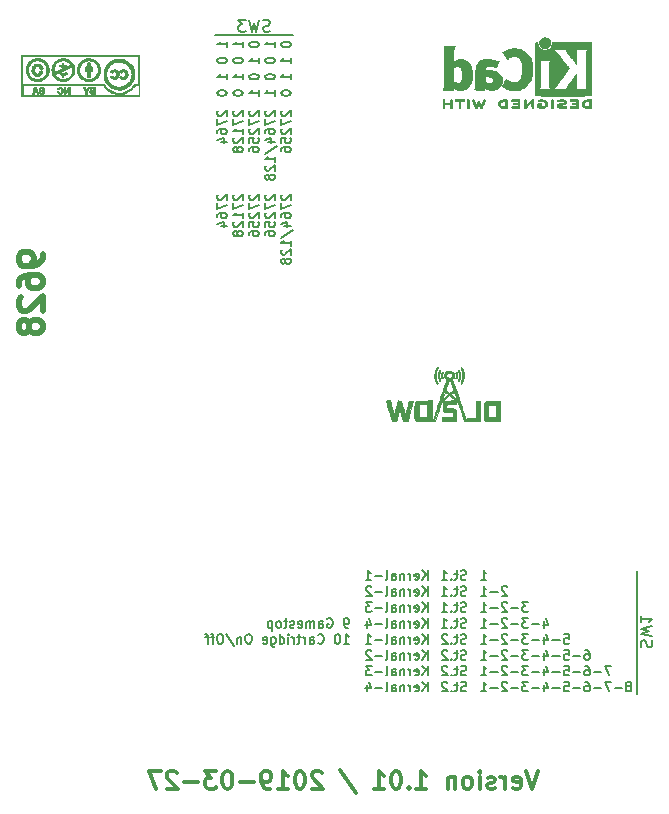
<source format=gbo>
G04 #@! TF.GenerationSoftware,KiCad,Pcbnew,(5.0.0-3-g5ebb6b6)*
G04 #@! TF.CreationDate,2019-03-28T16:48:28+01:00*
G04 #@! TF.ProjectId,REX 9628 Extern-Kernel II-8,52455820393632382045787465726E2D,1.01*
G04 #@! TF.SameCoordinates,Original*
G04 #@! TF.FileFunction,Legend,Bot*
G04 #@! TF.FilePolarity,Positive*
%FSLAX46Y46*%
G04 Gerber Fmt 4.6, Leading zero omitted, Abs format (unit mm)*
G04 Created by KiCad (PCBNEW (5.0.0-3-g5ebb6b6)) date Thursday, 28. March 2019 um 16:48:28*
%MOMM*%
%LPD*%
G01*
G04 APERTURE LIST*
%ADD10C,0.300000*%
%ADD11C,0.500000*%
%ADD12C,0.150000*%
%ADD13C,0.200000*%
%ADD14C,0.010000*%
%ADD15C,0.002540*%
G04 APERTURE END LIST*
D10*
X163820000Y-117987071D02*
X163320000Y-119487071D01*
X162820000Y-117987071D01*
X161748571Y-119415642D02*
X161891428Y-119487071D01*
X162177142Y-119487071D01*
X162320000Y-119415642D01*
X162391428Y-119272785D01*
X162391428Y-118701357D01*
X162320000Y-118558500D01*
X162177142Y-118487071D01*
X161891428Y-118487071D01*
X161748571Y-118558500D01*
X161677142Y-118701357D01*
X161677142Y-118844214D01*
X162391428Y-118987071D01*
X161034285Y-119487071D02*
X161034285Y-118487071D01*
X161034285Y-118772785D02*
X160962857Y-118629928D01*
X160891428Y-118558500D01*
X160748571Y-118487071D01*
X160605714Y-118487071D01*
X160177142Y-119415642D02*
X160034285Y-119487071D01*
X159748571Y-119487071D01*
X159605714Y-119415642D01*
X159534285Y-119272785D01*
X159534285Y-119201357D01*
X159605714Y-119058500D01*
X159748571Y-118987071D01*
X159962857Y-118987071D01*
X160105714Y-118915642D01*
X160177142Y-118772785D01*
X160177142Y-118701357D01*
X160105714Y-118558500D01*
X159962857Y-118487071D01*
X159748571Y-118487071D01*
X159605714Y-118558500D01*
X158891428Y-119487071D02*
X158891428Y-118487071D01*
X158891428Y-117987071D02*
X158962857Y-118058500D01*
X158891428Y-118129928D01*
X158820000Y-118058500D01*
X158891428Y-117987071D01*
X158891428Y-118129928D01*
X157962857Y-119487071D02*
X158105714Y-119415642D01*
X158177142Y-119344214D01*
X158248571Y-119201357D01*
X158248571Y-118772785D01*
X158177142Y-118629928D01*
X158105714Y-118558500D01*
X157962857Y-118487071D01*
X157748571Y-118487071D01*
X157605714Y-118558500D01*
X157534285Y-118629928D01*
X157462857Y-118772785D01*
X157462857Y-119201357D01*
X157534285Y-119344214D01*
X157605714Y-119415642D01*
X157748571Y-119487071D01*
X157962857Y-119487071D01*
X156820000Y-118487071D02*
X156820000Y-119487071D01*
X156820000Y-118629928D02*
X156748571Y-118558500D01*
X156605714Y-118487071D01*
X156391428Y-118487071D01*
X156248571Y-118558500D01*
X156177142Y-118701357D01*
X156177142Y-119487071D01*
X153534285Y-119487071D02*
X154391428Y-119487071D01*
X153962857Y-119487071D02*
X153962857Y-117987071D01*
X154105714Y-118201357D01*
X154248571Y-118344214D01*
X154391428Y-118415642D01*
X152891428Y-119344214D02*
X152820000Y-119415642D01*
X152891428Y-119487071D01*
X152962857Y-119415642D01*
X152891428Y-119344214D01*
X152891428Y-119487071D01*
X151891428Y-117987071D02*
X151748571Y-117987071D01*
X151605714Y-118058500D01*
X151534285Y-118129928D01*
X151462857Y-118272785D01*
X151391428Y-118558500D01*
X151391428Y-118915642D01*
X151462857Y-119201357D01*
X151534285Y-119344214D01*
X151605714Y-119415642D01*
X151748571Y-119487071D01*
X151891428Y-119487071D01*
X152034285Y-119415642D01*
X152105714Y-119344214D01*
X152177142Y-119201357D01*
X152248571Y-118915642D01*
X152248571Y-118558500D01*
X152177142Y-118272785D01*
X152105714Y-118129928D01*
X152034285Y-118058500D01*
X151891428Y-117987071D01*
X149962857Y-119487071D02*
X150820000Y-119487071D01*
X150391428Y-119487071D02*
X150391428Y-117987071D01*
X150534285Y-118201357D01*
X150677142Y-118344214D01*
X150820000Y-118415642D01*
X147105714Y-117915642D02*
X148391428Y-119844214D01*
X145534285Y-118129928D02*
X145462857Y-118058500D01*
X145320000Y-117987071D01*
X144962857Y-117987071D01*
X144820000Y-118058500D01*
X144748571Y-118129928D01*
X144677142Y-118272785D01*
X144677142Y-118415642D01*
X144748571Y-118629928D01*
X145605714Y-119487071D01*
X144677142Y-119487071D01*
X143748571Y-117987071D02*
X143605714Y-117987071D01*
X143462857Y-118058500D01*
X143391428Y-118129928D01*
X143320000Y-118272785D01*
X143248571Y-118558500D01*
X143248571Y-118915642D01*
X143320000Y-119201357D01*
X143391428Y-119344214D01*
X143462857Y-119415642D01*
X143605714Y-119487071D01*
X143748571Y-119487071D01*
X143891428Y-119415642D01*
X143962857Y-119344214D01*
X144034285Y-119201357D01*
X144105714Y-118915642D01*
X144105714Y-118558500D01*
X144034285Y-118272785D01*
X143962857Y-118129928D01*
X143891428Y-118058500D01*
X143748571Y-117987071D01*
X141820000Y-119487071D02*
X142677142Y-119487071D01*
X142248571Y-119487071D02*
X142248571Y-117987071D01*
X142391428Y-118201357D01*
X142534285Y-118344214D01*
X142677142Y-118415642D01*
X141105714Y-119487071D02*
X140820000Y-119487071D01*
X140677142Y-119415642D01*
X140605714Y-119344214D01*
X140462857Y-119129928D01*
X140391428Y-118844214D01*
X140391428Y-118272785D01*
X140462857Y-118129928D01*
X140534285Y-118058500D01*
X140677142Y-117987071D01*
X140962857Y-117987071D01*
X141105714Y-118058500D01*
X141177142Y-118129928D01*
X141248571Y-118272785D01*
X141248571Y-118629928D01*
X141177142Y-118772785D01*
X141105714Y-118844214D01*
X140962857Y-118915642D01*
X140677142Y-118915642D01*
X140534285Y-118844214D01*
X140462857Y-118772785D01*
X140391428Y-118629928D01*
X139748571Y-118915642D02*
X138605714Y-118915642D01*
X137605714Y-117987071D02*
X137462857Y-117987071D01*
X137320000Y-118058500D01*
X137248571Y-118129928D01*
X137177142Y-118272785D01*
X137105714Y-118558500D01*
X137105714Y-118915642D01*
X137177142Y-119201357D01*
X137248571Y-119344214D01*
X137320000Y-119415642D01*
X137462857Y-119487071D01*
X137605714Y-119487071D01*
X137748571Y-119415642D01*
X137820000Y-119344214D01*
X137891428Y-119201357D01*
X137962857Y-118915642D01*
X137962857Y-118558500D01*
X137891428Y-118272785D01*
X137820000Y-118129928D01*
X137748571Y-118058500D01*
X137605714Y-117987071D01*
X136605714Y-117987071D02*
X135677142Y-117987071D01*
X136177142Y-118558500D01*
X135962857Y-118558500D01*
X135820000Y-118629928D01*
X135748571Y-118701357D01*
X135677142Y-118844214D01*
X135677142Y-119201357D01*
X135748571Y-119344214D01*
X135820000Y-119415642D01*
X135962857Y-119487071D01*
X136391428Y-119487071D01*
X136534285Y-119415642D01*
X136605714Y-119344214D01*
X135034285Y-118915642D02*
X133891428Y-118915642D01*
X133248571Y-118129928D02*
X133177142Y-118058500D01*
X133034285Y-117987071D01*
X132677142Y-117987071D01*
X132534285Y-118058500D01*
X132462857Y-118129928D01*
X132391428Y-118272785D01*
X132391428Y-118415642D01*
X132462857Y-118629928D01*
X133320000Y-119487071D01*
X132391428Y-119487071D01*
X131891428Y-117987071D02*
X130891428Y-117987071D01*
X131534285Y-119487071D01*
D11*
X121884961Y-74257304D02*
X121884961Y-74638257D01*
X121789723Y-74828733D01*
X121694485Y-74923971D01*
X121408771Y-75114447D01*
X121027819Y-75209685D01*
X120265914Y-75209685D01*
X120075438Y-75114447D01*
X119980200Y-75019209D01*
X119884961Y-74828733D01*
X119884961Y-74447780D01*
X119980200Y-74257304D01*
X120075438Y-74162066D01*
X120265914Y-74066828D01*
X120742104Y-74066828D01*
X120932580Y-74162066D01*
X121027819Y-74257304D01*
X121123057Y-74447780D01*
X121123057Y-74828733D01*
X121027819Y-75019209D01*
X120932580Y-75114447D01*
X120742104Y-75209685D01*
X119884961Y-76923971D02*
X119884961Y-76543019D01*
X119980200Y-76352542D01*
X120075438Y-76257304D01*
X120361152Y-76066828D01*
X120742104Y-75971590D01*
X121504009Y-75971590D01*
X121694485Y-76066828D01*
X121789723Y-76162066D01*
X121884961Y-76352542D01*
X121884961Y-76733495D01*
X121789723Y-76923971D01*
X121694485Y-77019209D01*
X121504009Y-77114447D01*
X121027819Y-77114447D01*
X120837342Y-77019209D01*
X120742104Y-76923971D01*
X120646866Y-76733495D01*
X120646866Y-76352542D01*
X120742104Y-76162066D01*
X120837342Y-76066828D01*
X121027819Y-75971590D01*
X120075438Y-77876352D02*
X119980200Y-77971590D01*
X119884961Y-78162066D01*
X119884961Y-78638257D01*
X119980200Y-78828733D01*
X120075438Y-78923971D01*
X120265914Y-79019209D01*
X120456390Y-79019209D01*
X120742104Y-78923971D01*
X121884961Y-77781114D01*
X121884961Y-79019209D01*
X120742104Y-80162066D02*
X120646866Y-79971590D01*
X120551628Y-79876352D01*
X120361152Y-79781114D01*
X120265914Y-79781114D01*
X120075438Y-79876352D01*
X119980200Y-79971590D01*
X119884961Y-80162066D01*
X119884961Y-80543019D01*
X119980200Y-80733495D01*
X120075438Y-80828733D01*
X120265914Y-80923971D01*
X120361152Y-80923971D01*
X120551628Y-80828733D01*
X120646866Y-80733495D01*
X120742104Y-80543019D01*
X120742104Y-80162066D01*
X120837342Y-79971590D01*
X120932580Y-79876352D01*
X121123057Y-79781114D01*
X121504009Y-79781114D01*
X121694485Y-79876352D01*
X121789723Y-79971590D01*
X121884961Y-80162066D01*
X121884961Y-80543019D01*
X121789723Y-80733495D01*
X121694485Y-80828733D01*
X121504009Y-80923971D01*
X121123057Y-80923971D01*
X120932580Y-80828733D01*
X120837342Y-80733495D01*
X120742104Y-80543019D01*
D12*
X147755928Y-105858904D02*
X147603547Y-105858904D01*
X147527357Y-105820809D01*
X147489261Y-105782714D01*
X147413071Y-105668428D01*
X147374976Y-105516047D01*
X147374976Y-105211285D01*
X147413071Y-105135095D01*
X147451166Y-105097000D01*
X147527357Y-105058904D01*
X147679738Y-105058904D01*
X147755928Y-105097000D01*
X147794023Y-105135095D01*
X147832119Y-105211285D01*
X147832119Y-105401761D01*
X147794023Y-105477952D01*
X147755928Y-105516047D01*
X147679738Y-105554142D01*
X147527357Y-105554142D01*
X147451166Y-105516047D01*
X147413071Y-105477952D01*
X147374976Y-105401761D01*
X146003547Y-105097000D02*
X146079738Y-105058904D01*
X146194023Y-105058904D01*
X146308309Y-105097000D01*
X146384500Y-105173190D01*
X146422595Y-105249380D01*
X146460690Y-105401761D01*
X146460690Y-105516047D01*
X146422595Y-105668428D01*
X146384500Y-105744619D01*
X146308309Y-105820809D01*
X146194023Y-105858904D01*
X146117833Y-105858904D01*
X146003547Y-105820809D01*
X145965452Y-105782714D01*
X145965452Y-105516047D01*
X146117833Y-105516047D01*
X145279738Y-105858904D02*
X145279738Y-105439857D01*
X145317833Y-105363666D01*
X145394023Y-105325571D01*
X145546404Y-105325571D01*
X145622595Y-105363666D01*
X145279738Y-105820809D02*
X145355928Y-105858904D01*
X145546404Y-105858904D01*
X145622595Y-105820809D01*
X145660690Y-105744619D01*
X145660690Y-105668428D01*
X145622595Y-105592238D01*
X145546404Y-105554142D01*
X145355928Y-105554142D01*
X145279738Y-105516047D01*
X144898785Y-105858904D02*
X144898785Y-105325571D01*
X144898785Y-105401761D02*
X144860690Y-105363666D01*
X144784500Y-105325571D01*
X144670214Y-105325571D01*
X144594023Y-105363666D01*
X144555928Y-105439857D01*
X144555928Y-105858904D01*
X144555928Y-105439857D02*
X144517833Y-105363666D01*
X144441642Y-105325571D01*
X144327357Y-105325571D01*
X144251166Y-105363666D01*
X144213071Y-105439857D01*
X144213071Y-105858904D01*
X143527357Y-105820809D02*
X143603547Y-105858904D01*
X143755928Y-105858904D01*
X143832119Y-105820809D01*
X143870214Y-105744619D01*
X143870214Y-105439857D01*
X143832119Y-105363666D01*
X143755928Y-105325571D01*
X143603547Y-105325571D01*
X143527357Y-105363666D01*
X143489261Y-105439857D01*
X143489261Y-105516047D01*
X143870214Y-105592238D01*
X143184500Y-105820809D02*
X143108309Y-105858904D01*
X142955928Y-105858904D01*
X142879738Y-105820809D01*
X142841642Y-105744619D01*
X142841642Y-105706523D01*
X142879738Y-105630333D01*
X142955928Y-105592238D01*
X143070214Y-105592238D01*
X143146404Y-105554142D01*
X143184500Y-105477952D01*
X143184500Y-105439857D01*
X143146404Y-105363666D01*
X143070214Y-105325571D01*
X142955928Y-105325571D01*
X142879738Y-105363666D01*
X142613071Y-105325571D02*
X142308309Y-105325571D01*
X142498785Y-105058904D02*
X142498785Y-105744619D01*
X142460690Y-105820809D01*
X142384500Y-105858904D01*
X142308309Y-105858904D01*
X141927357Y-105858904D02*
X142003547Y-105820809D01*
X142041642Y-105782714D01*
X142079738Y-105706523D01*
X142079738Y-105477952D01*
X142041642Y-105401761D01*
X142003547Y-105363666D01*
X141927357Y-105325571D01*
X141813071Y-105325571D01*
X141736880Y-105363666D01*
X141698785Y-105401761D01*
X141660690Y-105477952D01*
X141660690Y-105706523D01*
X141698785Y-105782714D01*
X141736880Y-105820809D01*
X141813071Y-105858904D01*
X141927357Y-105858904D01*
X141317833Y-105325571D02*
X141317833Y-106125571D01*
X141317833Y-105363666D02*
X141241642Y-105325571D01*
X141089261Y-105325571D01*
X141013071Y-105363666D01*
X140974976Y-105401761D01*
X140936880Y-105477952D01*
X140936880Y-105706523D01*
X140974976Y-105782714D01*
X141013071Y-105820809D01*
X141089261Y-105858904D01*
X141241642Y-105858904D01*
X141317833Y-105820809D01*
X147374976Y-107208904D02*
X147832119Y-107208904D01*
X147603547Y-107208904D02*
X147603547Y-106408904D01*
X147679738Y-106523190D01*
X147755928Y-106599380D01*
X147832119Y-106637476D01*
X146879738Y-106408904D02*
X146803547Y-106408904D01*
X146727357Y-106447000D01*
X146689261Y-106485095D01*
X146651166Y-106561285D01*
X146613071Y-106713666D01*
X146613071Y-106904142D01*
X146651166Y-107056523D01*
X146689261Y-107132714D01*
X146727357Y-107170809D01*
X146803547Y-107208904D01*
X146879738Y-107208904D01*
X146955928Y-107170809D01*
X146994023Y-107132714D01*
X147032119Y-107056523D01*
X147070214Y-106904142D01*
X147070214Y-106713666D01*
X147032119Y-106561285D01*
X146994023Y-106485095D01*
X146955928Y-106447000D01*
X146879738Y-106408904D01*
X145203547Y-107132714D02*
X145241642Y-107170809D01*
X145355928Y-107208904D01*
X145432119Y-107208904D01*
X145546404Y-107170809D01*
X145622595Y-107094619D01*
X145660690Y-107018428D01*
X145698785Y-106866047D01*
X145698785Y-106751761D01*
X145660690Y-106599380D01*
X145622595Y-106523190D01*
X145546404Y-106447000D01*
X145432119Y-106408904D01*
X145355928Y-106408904D01*
X145241642Y-106447000D01*
X145203547Y-106485095D01*
X144517833Y-107208904D02*
X144517833Y-106789857D01*
X144555928Y-106713666D01*
X144632119Y-106675571D01*
X144784500Y-106675571D01*
X144860690Y-106713666D01*
X144517833Y-107170809D02*
X144594023Y-107208904D01*
X144784500Y-107208904D01*
X144860690Y-107170809D01*
X144898785Y-107094619D01*
X144898785Y-107018428D01*
X144860690Y-106942238D01*
X144784500Y-106904142D01*
X144594023Y-106904142D01*
X144517833Y-106866047D01*
X144136880Y-107208904D02*
X144136880Y-106675571D01*
X144136880Y-106827952D02*
X144098785Y-106751761D01*
X144060690Y-106713666D01*
X143984500Y-106675571D01*
X143908309Y-106675571D01*
X143755928Y-106675571D02*
X143451166Y-106675571D01*
X143641642Y-106408904D02*
X143641642Y-107094619D01*
X143603547Y-107170809D01*
X143527357Y-107208904D01*
X143451166Y-107208904D01*
X143184500Y-107208904D02*
X143184500Y-106675571D01*
X143184500Y-106827952D02*
X143146404Y-106751761D01*
X143108309Y-106713666D01*
X143032119Y-106675571D01*
X142955928Y-106675571D01*
X142689261Y-107208904D02*
X142689261Y-106675571D01*
X142689261Y-106408904D02*
X142727357Y-106447000D01*
X142689261Y-106485095D01*
X142651166Y-106447000D01*
X142689261Y-106408904D01*
X142689261Y-106485095D01*
X141965452Y-107208904D02*
X141965452Y-106408904D01*
X141965452Y-107170809D02*
X142041642Y-107208904D01*
X142194023Y-107208904D01*
X142270214Y-107170809D01*
X142308309Y-107132714D01*
X142346404Y-107056523D01*
X142346404Y-106827952D01*
X142308309Y-106751761D01*
X142270214Y-106713666D01*
X142194023Y-106675571D01*
X142041642Y-106675571D01*
X141965452Y-106713666D01*
X141241642Y-106675571D02*
X141241642Y-107323190D01*
X141279738Y-107399380D01*
X141317833Y-107437476D01*
X141394023Y-107475571D01*
X141508309Y-107475571D01*
X141584500Y-107437476D01*
X141241642Y-107170809D02*
X141317833Y-107208904D01*
X141470214Y-107208904D01*
X141546404Y-107170809D01*
X141584500Y-107132714D01*
X141622595Y-107056523D01*
X141622595Y-106827952D01*
X141584500Y-106751761D01*
X141546404Y-106713666D01*
X141470214Y-106675571D01*
X141317833Y-106675571D01*
X141241642Y-106713666D01*
X140555928Y-107170809D02*
X140632119Y-107208904D01*
X140784500Y-107208904D01*
X140860690Y-107170809D01*
X140898785Y-107094619D01*
X140898785Y-106789857D01*
X140860690Y-106713666D01*
X140784500Y-106675571D01*
X140632119Y-106675571D01*
X140555928Y-106713666D01*
X140517833Y-106789857D01*
X140517833Y-106866047D01*
X140898785Y-106942238D01*
X139413071Y-106408904D02*
X139260690Y-106408904D01*
X139184500Y-106447000D01*
X139108309Y-106523190D01*
X139070214Y-106675571D01*
X139070214Y-106942238D01*
X139108309Y-107094619D01*
X139184500Y-107170809D01*
X139260690Y-107208904D01*
X139413071Y-107208904D01*
X139489261Y-107170809D01*
X139565452Y-107094619D01*
X139603547Y-106942238D01*
X139603547Y-106675571D01*
X139565452Y-106523190D01*
X139489261Y-106447000D01*
X139413071Y-106408904D01*
X138727357Y-106675571D02*
X138727357Y-107208904D01*
X138727357Y-106751761D02*
X138689261Y-106713666D01*
X138613071Y-106675571D01*
X138498785Y-106675571D01*
X138422595Y-106713666D01*
X138384500Y-106789857D01*
X138384500Y-107208904D01*
X137432119Y-106370809D02*
X138117833Y-107399380D01*
X137013071Y-106408904D02*
X136860690Y-106408904D01*
X136784500Y-106447000D01*
X136708309Y-106523190D01*
X136670214Y-106675571D01*
X136670214Y-106942238D01*
X136708309Y-107094619D01*
X136784500Y-107170809D01*
X136860690Y-107208904D01*
X137013071Y-107208904D01*
X137089261Y-107170809D01*
X137165452Y-107094619D01*
X137203547Y-106942238D01*
X137203547Y-106675571D01*
X137165452Y-106523190D01*
X137089261Y-106447000D01*
X137013071Y-106408904D01*
X136441642Y-106675571D02*
X136136880Y-106675571D01*
X136327357Y-107208904D02*
X136327357Y-106523190D01*
X136289261Y-106447000D01*
X136213071Y-106408904D01*
X136136880Y-106408904D01*
X135984500Y-106675571D02*
X135679738Y-106675571D01*
X135870214Y-107208904D02*
X135870214Y-106523190D01*
X135832119Y-106447000D01*
X135755928Y-106408904D01*
X135679738Y-106408904D01*
X172569238Y-107505333D02*
X172521619Y-107362476D01*
X172521619Y-107124380D01*
X172569238Y-107029142D01*
X172616857Y-106981523D01*
X172712095Y-106933904D01*
X172807333Y-106933904D01*
X172902571Y-106981523D01*
X172950190Y-107029142D01*
X172997809Y-107124380D01*
X173045428Y-107314857D01*
X173093047Y-107410095D01*
X173140666Y-107457714D01*
X173235904Y-107505333D01*
X173331142Y-107505333D01*
X173426380Y-107457714D01*
X173474000Y-107410095D01*
X173521619Y-107314857D01*
X173521619Y-107076761D01*
X173474000Y-106933904D01*
X173521619Y-106600571D02*
X172521619Y-106362476D01*
X173235904Y-106172000D01*
X172521619Y-105981523D01*
X173521619Y-105743428D01*
X172521619Y-104838666D02*
X172521619Y-105410095D01*
X172521619Y-105124380D02*
X173521619Y-105124380D01*
X173378761Y-105219619D01*
X173283523Y-105314857D01*
X173235904Y-105410095D01*
D13*
X172212000Y-111506000D02*
X172212000Y-101092000D01*
D12*
X154501523Y-101808904D02*
X154501523Y-101008904D01*
X154044380Y-101808904D02*
X154387238Y-101351761D01*
X154044380Y-101008904D02*
X154501523Y-101466047D01*
X153396761Y-101770809D02*
X153472952Y-101808904D01*
X153625333Y-101808904D01*
X153701523Y-101770809D01*
X153739619Y-101694619D01*
X153739619Y-101389857D01*
X153701523Y-101313666D01*
X153625333Y-101275571D01*
X153472952Y-101275571D01*
X153396761Y-101313666D01*
X153358666Y-101389857D01*
X153358666Y-101466047D01*
X153739619Y-101542238D01*
X153015809Y-101808904D02*
X153015809Y-101275571D01*
X153015809Y-101427952D02*
X152977714Y-101351761D01*
X152939619Y-101313666D01*
X152863428Y-101275571D01*
X152787238Y-101275571D01*
X152520571Y-101275571D02*
X152520571Y-101808904D01*
X152520571Y-101351761D02*
X152482476Y-101313666D01*
X152406285Y-101275571D01*
X152292000Y-101275571D01*
X152215809Y-101313666D01*
X152177714Y-101389857D01*
X152177714Y-101808904D01*
X151453904Y-101808904D02*
X151453904Y-101389857D01*
X151492000Y-101313666D01*
X151568190Y-101275571D01*
X151720571Y-101275571D01*
X151796761Y-101313666D01*
X151453904Y-101770809D02*
X151530095Y-101808904D01*
X151720571Y-101808904D01*
X151796761Y-101770809D01*
X151834857Y-101694619D01*
X151834857Y-101618428D01*
X151796761Y-101542238D01*
X151720571Y-101504142D01*
X151530095Y-101504142D01*
X151453904Y-101466047D01*
X150958666Y-101808904D02*
X151034857Y-101770809D01*
X151072952Y-101694619D01*
X151072952Y-101008904D01*
X150653904Y-101504142D02*
X150044380Y-101504142D01*
X149244380Y-101808904D02*
X149701523Y-101808904D01*
X149472952Y-101808904D02*
X149472952Y-101008904D01*
X149549142Y-101123190D01*
X149625333Y-101199380D01*
X149701523Y-101237476D01*
X154501523Y-103158904D02*
X154501523Y-102358904D01*
X154044380Y-103158904D02*
X154387238Y-102701761D01*
X154044380Y-102358904D02*
X154501523Y-102816047D01*
X153396761Y-103120809D02*
X153472952Y-103158904D01*
X153625333Y-103158904D01*
X153701523Y-103120809D01*
X153739619Y-103044619D01*
X153739619Y-102739857D01*
X153701523Y-102663666D01*
X153625333Y-102625571D01*
X153472952Y-102625571D01*
X153396761Y-102663666D01*
X153358666Y-102739857D01*
X153358666Y-102816047D01*
X153739619Y-102892238D01*
X153015809Y-103158904D02*
X153015809Y-102625571D01*
X153015809Y-102777952D02*
X152977714Y-102701761D01*
X152939619Y-102663666D01*
X152863428Y-102625571D01*
X152787238Y-102625571D01*
X152520571Y-102625571D02*
X152520571Y-103158904D01*
X152520571Y-102701761D02*
X152482476Y-102663666D01*
X152406285Y-102625571D01*
X152292000Y-102625571D01*
X152215809Y-102663666D01*
X152177714Y-102739857D01*
X152177714Y-103158904D01*
X151453904Y-103158904D02*
X151453904Y-102739857D01*
X151492000Y-102663666D01*
X151568190Y-102625571D01*
X151720571Y-102625571D01*
X151796761Y-102663666D01*
X151453904Y-103120809D02*
X151530095Y-103158904D01*
X151720571Y-103158904D01*
X151796761Y-103120809D01*
X151834857Y-103044619D01*
X151834857Y-102968428D01*
X151796761Y-102892238D01*
X151720571Y-102854142D01*
X151530095Y-102854142D01*
X151453904Y-102816047D01*
X150958666Y-103158904D02*
X151034857Y-103120809D01*
X151072952Y-103044619D01*
X151072952Y-102358904D01*
X150653904Y-102854142D02*
X150044380Y-102854142D01*
X149701523Y-102435095D02*
X149663428Y-102397000D01*
X149587238Y-102358904D01*
X149396761Y-102358904D01*
X149320571Y-102397000D01*
X149282476Y-102435095D01*
X149244380Y-102511285D01*
X149244380Y-102587476D01*
X149282476Y-102701761D01*
X149739619Y-103158904D01*
X149244380Y-103158904D01*
X154501523Y-104508904D02*
X154501523Y-103708904D01*
X154044380Y-104508904D02*
X154387238Y-104051761D01*
X154044380Y-103708904D02*
X154501523Y-104166047D01*
X153396761Y-104470809D02*
X153472952Y-104508904D01*
X153625333Y-104508904D01*
X153701523Y-104470809D01*
X153739619Y-104394619D01*
X153739619Y-104089857D01*
X153701523Y-104013666D01*
X153625333Y-103975571D01*
X153472952Y-103975571D01*
X153396761Y-104013666D01*
X153358666Y-104089857D01*
X153358666Y-104166047D01*
X153739619Y-104242238D01*
X153015809Y-104508904D02*
X153015809Y-103975571D01*
X153015809Y-104127952D02*
X152977714Y-104051761D01*
X152939619Y-104013666D01*
X152863428Y-103975571D01*
X152787238Y-103975571D01*
X152520571Y-103975571D02*
X152520571Y-104508904D01*
X152520571Y-104051761D02*
X152482476Y-104013666D01*
X152406285Y-103975571D01*
X152292000Y-103975571D01*
X152215809Y-104013666D01*
X152177714Y-104089857D01*
X152177714Y-104508904D01*
X151453904Y-104508904D02*
X151453904Y-104089857D01*
X151492000Y-104013666D01*
X151568190Y-103975571D01*
X151720571Y-103975571D01*
X151796761Y-104013666D01*
X151453904Y-104470809D02*
X151530095Y-104508904D01*
X151720571Y-104508904D01*
X151796761Y-104470809D01*
X151834857Y-104394619D01*
X151834857Y-104318428D01*
X151796761Y-104242238D01*
X151720571Y-104204142D01*
X151530095Y-104204142D01*
X151453904Y-104166047D01*
X150958666Y-104508904D02*
X151034857Y-104470809D01*
X151072952Y-104394619D01*
X151072952Y-103708904D01*
X150653904Y-104204142D02*
X150044380Y-104204142D01*
X149739619Y-103708904D02*
X149244380Y-103708904D01*
X149511047Y-104013666D01*
X149396761Y-104013666D01*
X149320571Y-104051761D01*
X149282476Y-104089857D01*
X149244380Y-104166047D01*
X149244380Y-104356523D01*
X149282476Y-104432714D01*
X149320571Y-104470809D01*
X149396761Y-104508904D01*
X149625333Y-104508904D01*
X149701523Y-104470809D01*
X149739619Y-104432714D01*
X154501523Y-105858904D02*
X154501523Y-105058904D01*
X154044380Y-105858904D02*
X154387238Y-105401761D01*
X154044380Y-105058904D02*
X154501523Y-105516047D01*
X153396761Y-105820809D02*
X153472952Y-105858904D01*
X153625333Y-105858904D01*
X153701523Y-105820809D01*
X153739619Y-105744619D01*
X153739619Y-105439857D01*
X153701523Y-105363666D01*
X153625333Y-105325571D01*
X153472952Y-105325571D01*
X153396761Y-105363666D01*
X153358666Y-105439857D01*
X153358666Y-105516047D01*
X153739619Y-105592238D01*
X153015809Y-105858904D02*
X153015809Y-105325571D01*
X153015809Y-105477952D02*
X152977714Y-105401761D01*
X152939619Y-105363666D01*
X152863428Y-105325571D01*
X152787238Y-105325571D01*
X152520571Y-105325571D02*
X152520571Y-105858904D01*
X152520571Y-105401761D02*
X152482476Y-105363666D01*
X152406285Y-105325571D01*
X152292000Y-105325571D01*
X152215809Y-105363666D01*
X152177714Y-105439857D01*
X152177714Y-105858904D01*
X151453904Y-105858904D02*
X151453904Y-105439857D01*
X151492000Y-105363666D01*
X151568190Y-105325571D01*
X151720571Y-105325571D01*
X151796761Y-105363666D01*
X151453904Y-105820809D02*
X151530095Y-105858904D01*
X151720571Y-105858904D01*
X151796761Y-105820809D01*
X151834857Y-105744619D01*
X151834857Y-105668428D01*
X151796761Y-105592238D01*
X151720571Y-105554142D01*
X151530095Y-105554142D01*
X151453904Y-105516047D01*
X150958666Y-105858904D02*
X151034857Y-105820809D01*
X151072952Y-105744619D01*
X151072952Y-105058904D01*
X150653904Y-105554142D02*
X150044380Y-105554142D01*
X149320571Y-105325571D02*
X149320571Y-105858904D01*
X149511047Y-105020809D02*
X149701523Y-105592238D01*
X149206285Y-105592238D01*
X154501523Y-107208904D02*
X154501523Y-106408904D01*
X154044380Y-107208904D02*
X154387238Y-106751761D01*
X154044380Y-106408904D02*
X154501523Y-106866047D01*
X153396761Y-107170809D02*
X153472952Y-107208904D01*
X153625333Y-107208904D01*
X153701523Y-107170809D01*
X153739619Y-107094619D01*
X153739619Y-106789857D01*
X153701523Y-106713666D01*
X153625333Y-106675571D01*
X153472952Y-106675571D01*
X153396761Y-106713666D01*
X153358666Y-106789857D01*
X153358666Y-106866047D01*
X153739619Y-106942238D01*
X153015809Y-107208904D02*
X153015809Y-106675571D01*
X153015809Y-106827952D02*
X152977714Y-106751761D01*
X152939619Y-106713666D01*
X152863428Y-106675571D01*
X152787238Y-106675571D01*
X152520571Y-106675571D02*
X152520571Y-107208904D01*
X152520571Y-106751761D02*
X152482476Y-106713666D01*
X152406285Y-106675571D01*
X152292000Y-106675571D01*
X152215809Y-106713666D01*
X152177714Y-106789857D01*
X152177714Y-107208904D01*
X151453904Y-107208904D02*
X151453904Y-106789857D01*
X151492000Y-106713666D01*
X151568190Y-106675571D01*
X151720571Y-106675571D01*
X151796761Y-106713666D01*
X151453904Y-107170809D02*
X151530095Y-107208904D01*
X151720571Y-107208904D01*
X151796761Y-107170809D01*
X151834857Y-107094619D01*
X151834857Y-107018428D01*
X151796761Y-106942238D01*
X151720571Y-106904142D01*
X151530095Y-106904142D01*
X151453904Y-106866047D01*
X150958666Y-107208904D02*
X151034857Y-107170809D01*
X151072952Y-107094619D01*
X151072952Y-106408904D01*
X150653904Y-106904142D02*
X150044380Y-106904142D01*
X149244380Y-107208904D02*
X149701523Y-107208904D01*
X149472952Y-107208904D02*
X149472952Y-106408904D01*
X149549142Y-106523190D01*
X149625333Y-106599380D01*
X149701523Y-106637476D01*
X154501523Y-108558904D02*
X154501523Y-107758904D01*
X154044380Y-108558904D02*
X154387238Y-108101761D01*
X154044380Y-107758904D02*
X154501523Y-108216047D01*
X153396761Y-108520809D02*
X153472952Y-108558904D01*
X153625333Y-108558904D01*
X153701523Y-108520809D01*
X153739619Y-108444619D01*
X153739619Y-108139857D01*
X153701523Y-108063666D01*
X153625333Y-108025571D01*
X153472952Y-108025571D01*
X153396761Y-108063666D01*
X153358666Y-108139857D01*
X153358666Y-108216047D01*
X153739619Y-108292238D01*
X153015809Y-108558904D02*
X153015809Y-108025571D01*
X153015809Y-108177952D02*
X152977714Y-108101761D01*
X152939619Y-108063666D01*
X152863428Y-108025571D01*
X152787238Y-108025571D01*
X152520571Y-108025571D02*
X152520571Y-108558904D01*
X152520571Y-108101761D02*
X152482476Y-108063666D01*
X152406285Y-108025571D01*
X152292000Y-108025571D01*
X152215809Y-108063666D01*
X152177714Y-108139857D01*
X152177714Y-108558904D01*
X151453904Y-108558904D02*
X151453904Y-108139857D01*
X151492000Y-108063666D01*
X151568190Y-108025571D01*
X151720571Y-108025571D01*
X151796761Y-108063666D01*
X151453904Y-108520809D02*
X151530095Y-108558904D01*
X151720571Y-108558904D01*
X151796761Y-108520809D01*
X151834857Y-108444619D01*
X151834857Y-108368428D01*
X151796761Y-108292238D01*
X151720571Y-108254142D01*
X151530095Y-108254142D01*
X151453904Y-108216047D01*
X150958666Y-108558904D02*
X151034857Y-108520809D01*
X151072952Y-108444619D01*
X151072952Y-107758904D01*
X150653904Y-108254142D02*
X150044380Y-108254142D01*
X149701523Y-107835095D02*
X149663428Y-107797000D01*
X149587238Y-107758904D01*
X149396761Y-107758904D01*
X149320571Y-107797000D01*
X149282476Y-107835095D01*
X149244380Y-107911285D01*
X149244380Y-107987476D01*
X149282476Y-108101761D01*
X149739619Y-108558904D01*
X149244380Y-108558904D01*
X154501523Y-109908904D02*
X154501523Y-109108904D01*
X154044380Y-109908904D02*
X154387238Y-109451761D01*
X154044380Y-109108904D02*
X154501523Y-109566047D01*
X153396761Y-109870809D02*
X153472952Y-109908904D01*
X153625333Y-109908904D01*
X153701523Y-109870809D01*
X153739619Y-109794619D01*
X153739619Y-109489857D01*
X153701523Y-109413666D01*
X153625333Y-109375571D01*
X153472952Y-109375571D01*
X153396761Y-109413666D01*
X153358666Y-109489857D01*
X153358666Y-109566047D01*
X153739619Y-109642238D01*
X153015809Y-109908904D02*
X153015809Y-109375571D01*
X153015809Y-109527952D02*
X152977714Y-109451761D01*
X152939619Y-109413666D01*
X152863428Y-109375571D01*
X152787238Y-109375571D01*
X152520571Y-109375571D02*
X152520571Y-109908904D01*
X152520571Y-109451761D02*
X152482476Y-109413666D01*
X152406285Y-109375571D01*
X152292000Y-109375571D01*
X152215809Y-109413666D01*
X152177714Y-109489857D01*
X152177714Y-109908904D01*
X151453904Y-109908904D02*
X151453904Y-109489857D01*
X151492000Y-109413666D01*
X151568190Y-109375571D01*
X151720571Y-109375571D01*
X151796761Y-109413666D01*
X151453904Y-109870809D02*
X151530095Y-109908904D01*
X151720571Y-109908904D01*
X151796761Y-109870809D01*
X151834857Y-109794619D01*
X151834857Y-109718428D01*
X151796761Y-109642238D01*
X151720571Y-109604142D01*
X151530095Y-109604142D01*
X151453904Y-109566047D01*
X150958666Y-109908904D02*
X151034857Y-109870809D01*
X151072952Y-109794619D01*
X151072952Y-109108904D01*
X150653904Y-109604142D02*
X150044380Y-109604142D01*
X149739619Y-109108904D02*
X149244380Y-109108904D01*
X149511047Y-109413666D01*
X149396761Y-109413666D01*
X149320571Y-109451761D01*
X149282476Y-109489857D01*
X149244380Y-109566047D01*
X149244380Y-109756523D01*
X149282476Y-109832714D01*
X149320571Y-109870809D01*
X149396761Y-109908904D01*
X149625333Y-109908904D01*
X149701523Y-109870809D01*
X149739619Y-109832714D01*
X154501523Y-111258904D02*
X154501523Y-110458904D01*
X154044380Y-111258904D02*
X154387238Y-110801761D01*
X154044380Y-110458904D02*
X154501523Y-110916047D01*
X153396761Y-111220809D02*
X153472952Y-111258904D01*
X153625333Y-111258904D01*
X153701523Y-111220809D01*
X153739619Y-111144619D01*
X153739619Y-110839857D01*
X153701523Y-110763666D01*
X153625333Y-110725571D01*
X153472952Y-110725571D01*
X153396761Y-110763666D01*
X153358666Y-110839857D01*
X153358666Y-110916047D01*
X153739619Y-110992238D01*
X153015809Y-111258904D02*
X153015809Y-110725571D01*
X153015809Y-110877952D02*
X152977714Y-110801761D01*
X152939619Y-110763666D01*
X152863428Y-110725571D01*
X152787238Y-110725571D01*
X152520571Y-110725571D02*
X152520571Y-111258904D01*
X152520571Y-110801761D02*
X152482476Y-110763666D01*
X152406285Y-110725571D01*
X152292000Y-110725571D01*
X152215809Y-110763666D01*
X152177714Y-110839857D01*
X152177714Y-111258904D01*
X151453904Y-111258904D02*
X151453904Y-110839857D01*
X151492000Y-110763666D01*
X151568190Y-110725571D01*
X151720571Y-110725571D01*
X151796761Y-110763666D01*
X151453904Y-111220809D02*
X151530095Y-111258904D01*
X151720571Y-111258904D01*
X151796761Y-111220809D01*
X151834857Y-111144619D01*
X151834857Y-111068428D01*
X151796761Y-110992238D01*
X151720571Y-110954142D01*
X151530095Y-110954142D01*
X151453904Y-110916047D01*
X150958666Y-111258904D02*
X151034857Y-111220809D01*
X151072952Y-111144619D01*
X151072952Y-110458904D01*
X150653904Y-110954142D02*
X150044380Y-110954142D01*
X149320571Y-110725571D02*
X149320571Y-111258904D01*
X149511047Y-110420809D02*
X149701523Y-110992238D01*
X149206285Y-110992238D01*
X157738119Y-101770809D02*
X157623833Y-101808904D01*
X157433357Y-101808904D01*
X157357166Y-101770809D01*
X157319071Y-101732714D01*
X157280976Y-101656523D01*
X157280976Y-101580333D01*
X157319071Y-101504142D01*
X157357166Y-101466047D01*
X157433357Y-101427952D01*
X157585738Y-101389857D01*
X157661928Y-101351761D01*
X157700023Y-101313666D01*
X157738119Y-101237476D01*
X157738119Y-101161285D01*
X157700023Y-101085095D01*
X157661928Y-101047000D01*
X157585738Y-101008904D01*
X157395261Y-101008904D01*
X157280976Y-101047000D01*
X157052404Y-101275571D02*
X156747642Y-101275571D01*
X156938119Y-101008904D02*
X156938119Y-101694619D01*
X156900023Y-101770809D01*
X156823833Y-101808904D01*
X156747642Y-101808904D01*
X156480976Y-101732714D02*
X156442880Y-101770809D01*
X156480976Y-101808904D01*
X156519071Y-101770809D01*
X156480976Y-101732714D01*
X156480976Y-101808904D01*
X155680976Y-101808904D02*
X156138119Y-101808904D01*
X155909547Y-101808904D02*
X155909547Y-101008904D01*
X155985738Y-101123190D01*
X156061928Y-101199380D01*
X156138119Y-101237476D01*
X157738119Y-103120809D02*
X157623833Y-103158904D01*
X157433357Y-103158904D01*
X157357166Y-103120809D01*
X157319071Y-103082714D01*
X157280976Y-103006523D01*
X157280976Y-102930333D01*
X157319071Y-102854142D01*
X157357166Y-102816047D01*
X157433357Y-102777952D01*
X157585738Y-102739857D01*
X157661928Y-102701761D01*
X157700023Y-102663666D01*
X157738119Y-102587476D01*
X157738119Y-102511285D01*
X157700023Y-102435095D01*
X157661928Y-102397000D01*
X157585738Y-102358904D01*
X157395261Y-102358904D01*
X157280976Y-102397000D01*
X157052404Y-102625571D02*
X156747642Y-102625571D01*
X156938119Y-102358904D02*
X156938119Y-103044619D01*
X156900023Y-103120809D01*
X156823833Y-103158904D01*
X156747642Y-103158904D01*
X156480976Y-103082714D02*
X156442880Y-103120809D01*
X156480976Y-103158904D01*
X156519071Y-103120809D01*
X156480976Y-103082714D01*
X156480976Y-103158904D01*
X155680976Y-103158904D02*
X156138119Y-103158904D01*
X155909547Y-103158904D02*
X155909547Y-102358904D01*
X155985738Y-102473190D01*
X156061928Y-102549380D01*
X156138119Y-102587476D01*
X157738119Y-104470809D02*
X157623833Y-104508904D01*
X157433357Y-104508904D01*
X157357166Y-104470809D01*
X157319071Y-104432714D01*
X157280976Y-104356523D01*
X157280976Y-104280333D01*
X157319071Y-104204142D01*
X157357166Y-104166047D01*
X157433357Y-104127952D01*
X157585738Y-104089857D01*
X157661928Y-104051761D01*
X157700023Y-104013666D01*
X157738119Y-103937476D01*
X157738119Y-103861285D01*
X157700023Y-103785095D01*
X157661928Y-103747000D01*
X157585738Y-103708904D01*
X157395261Y-103708904D01*
X157280976Y-103747000D01*
X157052404Y-103975571D02*
X156747642Y-103975571D01*
X156938119Y-103708904D02*
X156938119Y-104394619D01*
X156900023Y-104470809D01*
X156823833Y-104508904D01*
X156747642Y-104508904D01*
X156480976Y-104432714D02*
X156442880Y-104470809D01*
X156480976Y-104508904D01*
X156519071Y-104470809D01*
X156480976Y-104432714D01*
X156480976Y-104508904D01*
X155680976Y-104508904D02*
X156138119Y-104508904D01*
X155909547Y-104508904D02*
X155909547Y-103708904D01*
X155985738Y-103823190D01*
X156061928Y-103899380D01*
X156138119Y-103937476D01*
X157738119Y-105820809D02*
X157623833Y-105858904D01*
X157433357Y-105858904D01*
X157357166Y-105820809D01*
X157319071Y-105782714D01*
X157280976Y-105706523D01*
X157280976Y-105630333D01*
X157319071Y-105554142D01*
X157357166Y-105516047D01*
X157433357Y-105477952D01*
X157585738Y-105439857D01*
X157661928Y-105401761D01*
X157700023Y-105363666D01*
X157738119Y-105287476D01*
X157738119Y-105211285D01*
X157700023Y-105135095D01*
X157661928Y-105097000D01*
X157585738Y-105058904D01*
X157395261Y-105058904D01*
X157280976Y-105097000D01*
X157052404Y-105325571D02*
X156747642Y-105325571D01*
X156938119Y-105058904D02*
X156938119Y-105744619D01*
X156900023Y-105820809D01*
X156823833Y-105858904D01*
X156747642Y-105858904D01*
X156480976Y-105782714D02*
X156442880Y-105820809D01*
X156480976Y-105858904D01*
X156519071Y-105820809D01*
X156480976Y-105782714D01*
X156480976Y-105858904D01*
X155680976Y-105858904D02*
X156138119Y-105858904D01*
X155909547Y-105858904D02*
X155909547Y-105058904D01*
X155985738Y-105173190D01*
X156061928Y-105249380D01*
X156138119Y-105287476D01*
X157738119Y-107170809D02*
X157623833Y-107208904D01*
X157433357Y-107208904D01*
X157357166Y-107170809D01*
X157319071Y-107132714D01*
X157280976Y-107056523D01*
X157280976Y-106980333D01*
X157319071Y-106904142D01*
X157357166Y-106866047D01*
X157433357Y-106827952D01*
X157585738Y-106789857D01*
X157661928Y-106751761D01*
X157700023Y-106713666D01*
X157738119Y-106637476D01*
X157738119Y-106561285D01*
X157700023Y-106485095D01*
X157661928Y-106447000D01*
X157585738Y-106408904D01*
X157395261Y-106408904D01*
X157280976Y-106447000D01*
X157052404Y-106675571D02*
X156747642Y-106675571D01*
X156938119Y-106408904D02*
X156938119Y-107094619D01*
X156900023Y-107170809D01*
X156823833Y-107208904D01*
X156747642Y-107208904D01*
X156480976Y-107132714D02*
X156442880Y-107170809D01*
X156480976Y-107208904D01*
X156519071Y-107170809D01*
X156480976Y-107132714D01*
X156480976Y-107208904D01*
X156138119Y-106485095D02*
X156100023Y-106447000D01*
X156023833Y-106408904D01*
X155833357Y-106408904D01*
X155757166Y-106447000D01*
X155719071Y-106485095D01*
X155680976Y-106561285D01*
X155680976Y-106637476D01*
X155719071Y-106751761D01*
X156176214Y-107208904D01*
X155680976Y-107208904D01*
X157738119Y-108520809D02*
X157623833Y-108558904D01*
X157433357Y-108558904D01*
X157357166Y-108520809D01*
X157319071Y-108482714D01*
X157280976Y-108406523D01*
X157280976Y-108330333D01*
X157319071Y-108254142D01*
X157357166Y-108216047D01*
X157433357Y-108177952D01*
X157585738Y-108139857D01*
X157661928Y-108101761D01*
X157700023Y-108063666D01*
X157738119Y-107987476D01*
X157738119Y-107911285D01*
X157700023Y-107835095D01*
X157661928Y-107797000D01*
X157585738Y-107758904D01*
X157395261Y-107758904D01*
X157280976Y-107797000D01*
X157052404Y-108025571D02*
X156747642Y-108025571D01*
X156938119Y-107758904D02*
X156938119Y-108444619D01*
X156900023Y-108520809D01*
X156823833Y-108558904D01*
X156747642Y-108558904D01*
X156480976Y-108482714D02*
X156442880Y-108520809D01*
X156480976Y-108558904D01*
X156519071Y-108520809D01*
X156480976Y-108482714D01*
X156480976Y-108558904D01*
X156138119Y-107835095D02*
X156100023Y-107797000D01*
X156023833Y-107758904D01*
X155833357Y-107758904D01*
X155757166Y-107797000D01*
X155719071Y-107835095D01*
X155680976Y-107911285D01*
X155680976Y-107987476D01*
X155719071Y-108101761D01*
X156176214Y-108558904D01*
X155680976Y-108558904D01*
X157738119Y-109870809D02*
X157623833Y-109908904D01*
X157433357Y-109908904D01*
X157357166Y-109870809D01*
X157319071Y-109832714D01*
X157280976Y-109756523D01*
X157280976Y-109680333D01*
X157319071Y-109604142D01*
X157357166Y-109566047D01*
X157433357Y-109527952D01*
X157585738Y-109489857D01*
X157661928Y-109451761D01*
X157700023Y-109413666D01*
X157738119Y-109337476D01*
X157738119Y-109261285D01*
X157700023Y-109185095D01*
X157661928Y-109147000D01*
X157585738Y-109108904D01*
X157395261Y-109108904D01*
X157280976Y-109147000D01*
X157052404Y-109375571D02*
X156747642Y-109375571D01*
X156938119Y-109108904D02*
X156938119Y-109794619D01*
X156900023Y-109870809D01*
X156823833Y-109908904D01*
X156747642Y-109908904D01*
X156480976Y-109832714D02*
X156442880Y-109870809D01*
X156480976Y-109908904D01*
X156519071Y-109870809D01*
X156480976Y-109832714D01*
X156480976Y-109908904D01*
X156138119Y-109185095D02*
X156100023Y-109147000D01*
X156023833Y-109108904D01*
X155833357Y-109108904D01*
X155757166Y-109147000D01*
X155719071Y-109185095D01*
X155680976Y-109261285D01*
X155680976Y-109337476D01*
X155719071Y-109451761D01*
X156176214Y-109908904D01*
X155680976Y-109908904D01*
X157738119Y-111220809D02*
X157623833Y-111258904D01*
X157433357Y-111258904D01*
X157357166Y-111220809D01*
X157319071Y-111182714D01*
X157280976Y-111106523D01*
X157280976Y-111030333D01*
X157319071Y-110954142D01*
X157357166Y-110916047D01*
X157433357Y-110877952D01*
X157585738Y-110839857D01*
X157661928Y-110801761D01*
X157700023Y-110763666D01*
X157738119Y-110687476D01*
X157738119Y-110611285D01*
X157700023Y-110535095D01*
X157661928Y-110497000D01*
X157585738Y-110458904D01*
X157395261Y-110458904D01*
X157280976Y-110497000D01*
X157052404Y-110725571D02*
X156747642Y-110725571D01*
X156938119Y-110458904D02*
X156938119Y-111144619D01*
X156900023Y-111220809D01*
X156823833Y-111258904D01*
X156747642Y-111258904D01*
X156480976Y-111182714D02*
X156442880Y-111220809D01*
X156480976Y-111258904D01*
X156519071Y-111220809D01*
X156480976Y-111182714D01*
X156480976Y-111258904D01*
X156138119Y-110535095D02*
X156100023Y-110497000D01*
X156023833Y-110458904D01*
X155833357Y-110458904D01*
X155757166Y-110497000D01*
X155719071Y-110535095D01*
X155680976Y-110611285D01*
X155680976Y-110687476D01*
X155719071Y-110801761D01*
X156176214Y-111258904D01*
X155680976Y-111258904D01*
X158999880Y-101808904D02*
X159457023Y-101808904D01*
X159228452Y-101808904D02*
X159228452Y-101008904D01*
X159304642Y-101123190D01*
X159380833Y-101199380D01*
X159457023Y-101237476D01*
X161209404Y-102435095D02*
X161171309Y-102397000D01*
X161095119Y-102358904D01*
X160904642Y-102358904D01*
X160828452Y-102397000D01*
X160790357Y-102435095D01*
X160752261Y-102511285D01*
X160752261Y-102587476D01*
X160790357Y-102701761D01*
X161247500Y-103158904D01*
X160752261Y-103158904D01*
X160409404Y-102854142D02*
X159799880Y-102854142D01*
X158999880Y-103158904D02*
X159457023Y-103158904D01*
X159228452Y-103158904D02*
X159228452Y-102358904D01*
X159304642Y-102473190D01*
X159380833Y-102549380D01*
X159457023Y-102587476D01*
X162999880Y-103708904D02*
X162504642Y-103708904D01*
X162771309Y-104013666D01*
X162657023Y-104013666D01*
X162580833Y-104051761D01*
X162542738Y-104089857D01*
X162504642Y-104166047D01*
X162504642Y-104356523D01*
X162542738Y-104432714D01*
X162580833Y-104470809D01*
X162657023Y-104508904D01*
X162885595Y-104508904D01*
X162961785Y-104470809D01*
X162999880Y-104432714D01*
X162161785Y-104204142D02*
X161552261Y-104204142D01*
X161209404Y-103785095D02*
X161171309Y-103747000D01*
X161095119Y-103708904D01*
X160904642Y-103708904D01*
X160828452Y-103747000D01*
X160790357Y-103785095D01*
X160752261Y-103861285D01*
X160752261Y-103937476D01*
X160790357Y-104051761D01*
X161247500Y-104508904D01*
X160752261Y-104508904D01*
X160409404Y-104204142D02*
X159799880Y-104204142D01*
X158999880Y-104508904D02*
X159457023Y-104508904D01*
X159228452Y-104508904D02*
X159228452Y-103708904D01*
X159304642Y-103823190D01*
X159380833Y-103899380D01*
X159457023Y-103937476D01*
X164333214Y-105325571D02*
X164333214Y-105858904D01*
X164523690Y-105020809D02*
X164714166Y-105592238D01*
X164218928Y-105592238D01*
X163914166Y-105554142D02*
X163304642Y-105554142D01*
X162999880Y-105058904D02*
X162504642Y-105058904D01*
X162771309Y-105363666D01*
X162657023Y-105363666D01*
X162580833Y-105401761D01*
X162542738Y-105439857D01*
X162504642Y-105516047D01*
X162504642Y-105706523D01*
X162542738Y-105782714D01*
X162580833Y-105820809D01*
X162657023Y-105858904D01*
X162885595Y-105858904D01*
X162961785Y-105820809D01*
X162999880Y-105782714D01*
X162161785Y-105554142D02*
X161552261Y-105554142D01*
X161209404Y-105135095D02*
X161171309Y-105097000D01*
X161095119Y-105058904D01*
X160904642Y-105058904D01*
X160828452Y-105097000D01*
X160790357Y-105135095D01*
X160752261Y-105211285D01*
X160752261Y-105287476D01*
X160790357Y-105401761D01*
X161247500Y-105858904D01*
X160752261Y-105858904D01*
X160409404Y-105554142D02*
X159799880Y-105554142D01*
X158999880Y-105858904D02*
X159457023Y-105858904D01*
X159228452Y-105858904D02*
X159228452Y-105058904D01*
X159304642Y-105173190D01*
X159380833Y-105249380D01*
X159457023Y-105287476D01*
X166047500Y-106408904D02*
X166428452Y-106408904D01*
X166466547Y-106789857D01*
X166428452Y-106751761D01*
X166352261Y-106713666D01*
X166161785Y-106713666D01*
X166085595Y-106751761D01*
X166047500Y-106789857D01*
X166009404Y-106866047D01*
X166009404Y-107056523D01*
X166047500Y-107132714D01*
X166085595Y-107170809D01*
X166161785Y-107208904D01*
X166352261Y-107208904D01*
X166428452Y-107170809D01*
X166466547Y-107132714D01*
X165666547Y-106904142D02*
X165057023Y-106904142D01*
X164333214Y-106675571D02*
X164333214Y-107208904D01*
X164523690Y-106370809D02*
X164714166Y-106942238D01*
X164218928Y-106942238D01*
X163914166Y-106904142D02*
X163304642Y-106904142D01*
X162999880Y-106408904D02*
X162504642Y-106408904D01*
X162771309Y-106713666D01*
X162657023Y-106713666D01*
X162580833Y-106751761D01*
X162542738Y-106789857D01*
X162504642Y-106866047D01*
X162504642Y-107056523D01*
X162542738Y-107132714D01*
X162580833Y-107170809D01*
X162657023Y-107208904D01*
X162885595Y-107208904D01*
X162961785Y-107170809D01*
X162999880Y-107132714D01*
X162161785Y-106904142D02*
X161552261Y-106904142D01*
X161209404Y-106485095D02*
X161171309Y-106447000D01*
X161095119Y-106408904D01*
X160904642Y-106408904D01*
X160828452Y-106447000D01*
X160790357Y-106485095D01*
X160752261Y-106561285D01*
X160752261Y-106637476D01*
X160790357Y-106751761D01*
X161247500Y-107208904D01*
X160752261Y-107208904D01*
X160409404Y-106904142D02*
X159799880Y-106904142D01*
X158999880Y-107208904D02*
X159457023Y-107208904D01*
X159228452Y-107208904D02*
X159228452Y-106408904D01*
X159304642Y-106523190D01*
X159380833Y-106599380D01*
X159457023Y-106637476D01*
X167837976Y-107758904D02*
X167990357Y-107758904D01*
X168066547Y-107797000D01*
X168104642Y-107835095D01*
X168180833Y-107949380D01*
X168218928Y-108101761D01*
X168218928Y-108406523D01*
X168180833Y-108482714D01*
X168142738Y-108520809D01*
X168066547Y-108558904D01*
X167914166Y-108558904D01*
X167837976Y-108520809D01*
X167799880Y-108482714D01*
X167761785Y-108406523D01*
X167761785Y-108216047D01*
X167799880Y-108139857D01*
X167837976Y-108101761D01*
X167914166Y-108063666D01*
X168066547Y-108063666D01*
X168142738Y-108101761D01*
X168180833Y-108139857D01*
X168218928Y-108216047D01*
X167418928Y-108254142D02*
X166809404Y-108254142D01*
X166047500Y-107758904D02*
X166428452Y-107758904D01*
X166466547Y-108139857D01*
X166428452Y-108101761D01*
X166352261Y-108063666D01*
X166161785Y-108063666D01*
X166085595Y-108101761D01*
X166047500Y-108139857D01*
X166009404Y-108216047D01*
X166009404Y-108406523D01*
X166047500Y-108482714D01*
X166085595Y-108520809D01*
X166161785Y-108558904D01*
X166352261Y-108558904D01*
X166428452Y-108520809D01*
X166466547Y-108482714D01*
X165666547Y-108254142D02*
X165057023Y-108254142D01*
X164333214Y-108025571D02*
X164333214Y-108558904D01*
X164523690Y-107720809D02*
X164714166Y-108292238D01*
X164218928Y-108292238D01*
X163914166Y-108254142D02*
X163304642Y-108254142D01*
X162999880Y-107758904D02*
X162504642Y-107758904D01*
X162771309Y-108063666D01*
X162657023Y-108063666D01*
X162580833Y-108101761D01*
X162542738Y-108139857D01*
X162504642Y-108216047D01*
X162504642Y-108406523D01*
X162542738Y-108482714D01*
X162580833Y-108520809D01*
X162657023Y-108558904D01*
X162885595Y-108558904D01*
X162961785Y-108520809D01*
X162999880Y-108482714D01*
X162161785Y-108254142D02*
X161552261Y-108254142D01*
X161209404Y-107835095D02*
X161171309Y-107797000D01*
X161095119Y-107758904D01*
X160904642Y-107758904D01*
X160828452Y-107797000D01*
X160790357Y-107835095D01*
X160752261Y-107911285D01*
X160752261Y-107987476D01*
X160790357Y-108101761D01*
X161247500Y-108558904D01*
X160752261Y-108558904D01*
X160409404Y-108254142D02*
X159799880Y-108254142D01*
X158999880Y-108558904D02*
X159457023Y-108558904D01*
X159228452Y-108558904D02*
X159228452Y-107758904D01*
X159304642Y-107873190D01*
X159380833Y-107949380D01*
X159457023Y-107987476D01*
X170009404Y-109108904D02*
X169476071Y-109108904D01*
X169818928Y-109908904D01*
X169171309Y-109604142D02*
X168561785Y-109604142D01*
X167837976Y-109108904D02*
X167990357Y-109108904D01*
X168066547Y-109147000D01*
X168104642Y-109185095D01*
X168180833Y-109299380D01*
X168218928Y-109451761D01*
X168218928Y-109756523D01*
X168180833Y-109832714D01*
X168142738Y-109870809D01*
X168066547Y-109908904D01*
X167914166Y-109908904D01*
X167837976Y-109870809D01*
X167799880Y-109832714D01*
X167761785Y-109756523D01*
X167761785Y-109566047D01*
X167799880Y-109489857D01*
X167837976Y-109451761D01*
X167914166Y-109413666D01*
X168066547Y-109413666D01*
X168142738Y-109451761D01*
X168180833Y-109489857D01*
X168218928Y-109566047D01*
X167418928Y-109604142D02*
X166809404Y-109604142D01*
X166047500Y-109108904D02*
X166428452Y-109108904D01*
X166466547Y-109489857D01*
X166428452Y-109451761D01*
X166352261Y-109413666D01*
X166161785Y-109413666D01*
X166085595Y-109451761D01*
X166047500Y-109489857D01*
X166009404Y-109566047D01*
X166009404Y-109756523D01*
X166047500Y-109832714D01*
X166085595Y-109870809D01*
X166161785Y-109908904D01*
X166352261Y-109908904D01*
X166428452Y-109870809D01*
X166466547Y-109832714D01*
X165666547Y-109604142D02*
X165057023Y-109604142D01*
X164333214Y-109375571D02*
X164333214Y-109908904D01*
X164523690Y-109070809D02*
X164714166Y-109642238D01*
X164218928Y-109642238D01*
X163914166Y-109604142D02*
X163304642Y-109604142D01*
X162999880Y-109108904D02*
X162504642Y-109108904D01*
X162771309Y-109413666D01*
X162657023Y-109413666D01*
X162580833Y-109451761D01*
X162542738Y-109489857D01*
X162504642Y-109566047D01*
X162504642Y-109756523D01*
X162542738Y-109832714D01*
X162580833Y-109870809D01*
X162657023Y-109908904D01*
X162885595Y-109908904D01*
X162961785Y-109870809D01*
X162999880Y-109832714D01*
X162161785Y-109604142D02*
X161552261Y-109604142D01*
X161209404Y-109185095D02*
X161171309Y-109147000D01*
X161095119Y-109108904D01*
X160904642Y-109108904D01*
X160828452Y-109147000D01*
X160790357Y-109185095D01*
X160752261Y-109261285D01*
X160752261Y-109337476D01*
X160790357Y-109451761D01*
X161247500Y-109908904D01*
X160752261Y-109908904D01*
X160409404Y-109604142D02*
X159799880Y-109604142D01*
X158999880Y-109908904D02*
X159457023Y-109908904D01*
X159228452Y-109908904D02*
X159228452Y-109108904D01*
X159304642Y-109223190D01*
X159380833Y-109299380D01*
X159457023Y-109337476D01*
X171571309Y-110801761D02*
X171647500Y-110763666D01*
X171685595Y-110725571D01*
X171723690Y-110649380D01*
X171723690Y-110611285D01*
X171685595Y-110535095D01*
X171647500Y-110497000D01*
X171571309Y-110458904D01*
X171418928Y-110458904D01*
X171342738Y-110497000D01*
X171304642Y-110535095D01*
X171266547Y-110611285D01*
X171266547Y-110649380D01*
X171304642Y-110725571D01*
X171342738Y-110763666D01*
X171418928Y-110801761D01*
X171571309Y-110801761D01*
X171647500Y-110839857D01*
X171685595Y-110877952D01*
X171723690Y-110954142D01*
X171723690Y-111106523D01*
X171685595Y-111182714D01*
X171647500Y-111220809D01*
X171571309Y-111258904D01*
X171418928Y-111258904D01*
X171342738Y-111220809D01*
X171304642Y-111182714D01*
X171266547Y-111106523D01*
X171266547Y-110954142D01*
X171304642Y-110877952D01*
X171342738Y-110839857D01*
X171418928Y-110801761D01*
X170923690Y-110954142D02*
X170314166Y-110954142D01*
X170009404Y-110458904D02*
X169476071Y-110458904D01*
X169818928Y-111258904D01*
X169171309Y-110954142D02*
X168561785Y-110954142D01*
X167837976Y-110458904D02*
X167990357Y-110458904D01*
X168066547Y-110497000D01*
X168104642Y-110535095D01*
X168180833Y-110649380D01*
X168218928Y-110801761D01*
X168218928Y-111106523D01*
X168180833Y-111182714D01*
X168142738Y-111220809D01*
X168066547Y-111258904D01*
X167914166Y-111258904D01*
X167837976Y-111220809D01*
X167799880Y-111182714D01*
X167761785Y-111106523D01*
X167761785Y-110916047D01*
X167799880Y-110839857D01*
X167837976Y-110801761D01*
X167914166Y-110763666D01*
X168066547Y-110763666D01*
X168142738Y-110801761D01*
X168180833Y-110839857D01*
X168218928Y-110916047D01*
X167418928Y-110954142D02*
X166809404Y-110954142D01*
X166047500Y-110458904D02*
X166428452Y-110458904D01*
X166466547Y-110839857D01*
X166428452Y-110801761D01*
X166352261Y-110763666D01*
X166161785Y-110763666D01*
X166085595Y-110801761D01*
X166047500Y-110839857D01*
X166009404Y-110916047D01*
X166009404Y-111106523D01*
X166047500Y-111182714D01*
X166085595Y-111220809D01*
X166161785Y-111258904D01*
X166352261Y-111258904D01*
X166428452Y-111220809D01*
X166466547Y-111182714D01*
X165666547Y-110954142D02*
X165057023Y-110954142D01*
X164333214Y-110725571D02*
X164333214Y-111258904D01*
X164523690Y-110420809D02*
X164714166Y-110992238D01*
X164218928Y-110992238D01*
X163914166Y-110954142D02*
X163304642Y-110954142D01*
X162999880Y-110458904D02*
X162504642Y-110458904D01*
X162771309Y-110763666D01*
X162657023Y-110763666D01*
X162580833Y-110801761D01*
X162542738Y-110839857D01*
X162504642Y-110916047D01*
X162504642Y-111106523D01*
X162542738Y-111182714D01*
X162580833Y-111220809D01*
X162657023Y-111258904D01*
X162885595Y-111258904D01*
X162961785Y-111220809D01*
X162999880Y-111182714D01*
X162161785Y-110954142D02*
X161552261Y-110954142D01*
X161209404Y-110535095D02*
X161171309Y-110497000D01*
X161095119Y-110458904D01*
X160904642Y-110458904D01*
X160828452Y-110497000D01*
X160790357Y-110535095D01*
X160752261Y-110611285D01*
X160752261Y-110687476D01*
X160790357Y-110801761D01*
X161247500Y-111258904D01*
X160752261Y-111258904D01*
X160409404Y-110954142D02*
X159799880Y-110954142D01*
X158999880Y-111258904D02*
X159457023Y-111258904D01*
X159228452Y-111258904D02*
X159228452Y-110458904D01*
X159304642Y-110573190D01*
X159380833Y-110649380D01*
X159457023Y-110687476D01*
D13*
X136499600Y-55714900D02*
X143103600Y-55714900D01*
D12*
X141134933Y-55357661D02*
X140992076Y-55405280D01*
X140753980Y-55405280D01*
X140658742Y-55357661D01*
X140611123Y-55310042D01*
X140563504Y-55214804D01*
X140563504Y-55119566D01*
X140611123Y-55024328D01*
X140658742Y-54976709D01*
X140753980Y-54929090D01*
X140944457Y-54881471D01*
X141039695Y-54833852D01*
X141087314Y-54786233D01*
X141134933Y-54690995D01*
X141134933Y-54595757D01*
X141087314Y-54500519D01*
X141039695Y-54452900D01*
X140944457Y-54405280D01*
X140706361Y-54405280D01*
X140563504Y-54452900D01*
X140230171Y-54405280D02*
X139992076Y-55405280D01*
X139801600Y-54690995D01*
X139611123Y-55405280D01*
X139373028Y-54405280D01*
X139087314Y-54405280D02*
X138468266Y-54405280D01*
X138801600Y-54786233D01*
X138658742Y-54786233D01*
X138563504Y-54833852D01*
X138515885Y-54881471D01*
X138468266Y-54976709D01*
X138468266Y-55214804D01*
X138515885Y-55310042D01*
X138563504Y-55357661D01*
X138658742Y-55405280D01*
X138944457Y-55405280D01*
X139039695Y-55357661D01*
X139087314Y-55310042D01*
X136765095Y-69198180D02*
X136727000Y-69236276D01*
X136688904Y-69312466D01*
X136688904Y-69502942D01*
X136727000Y-69579133D01*
X136765095Y-69617228D01*
X136841285Y-69655323D01*
X136917476Y-69655323D01*
X137031761Y-69617228D01*
X137488904Y-69160085D01*
X137488904Y-69655323D01*
X136688904Y-69921990D02*
X136688904Y-70455323D01*
X137488904Y-70112466D01*
X136688904Y-71102942D02*
X136688904Y-70950561D01*
X136727000Y-70874371D01*
X136765095Y-70836276D01*
X136879380Y-70760085D01*
X137031761Y-70721990D01*
X137336523Y-70721990D01*
X137412714Y-70760085D01*
X137450809Y-70798180D01*
X137488904Y-70874371D01*
X137488904Y-71026752D01*
X137450809Y-71102942D01*
X137412714Y-71141038D01*
X137336523Y-71179133D01*
X137146047Y-71179133D01*
X137069857Y-71141038D01*
X137031761Y-71102942D01*
X136993666Y-71026752D01*
X136993666Y-70874371D01*
X137031761Y-70798180D01*
X137069857Y-70760085D01*
X137146047Y-70721990D01*
X136955571Y-71864847D02*
X137488904Y-71864847D01*
X136650809Y-71674371D02*
X137222238Y-71483895D01*
X137222238Y-71979133D01*
X138115095Y-69198180D02*
X138077000Y-69236276D01*
X138038904Y-69312466D01*
X138038904Y-69502942D01*
X138077000Y-69579133D01*
X138115095Y-69617228D01*
X138191285Y-69655323D01*
X138267476Y-69655323D01*
X138381761Y-69617228D01*
X138838904Y-69160085D01*
X138838904Y-69655323D01*
X138038904Y-69921990D02*
X138038904Y-70455323D01*
X138838904Y-70112466D01*
X138838904Y-71179133D02*
X138838904Y-70721990D01*
X138838904Y-70950561D02*
X138038904Y-70950561D01*
X138153190Y-70874371D01*
X138229380Y-70798180D01*
X138267476Y-70721990D01*
X138115095Y-71483895D02*
X138077000Y-71521990D01*
X138038904Y-71598180D01*
X138038904Y-71788657D01*
X138077000Y-71864847D01*
X138115095Y-71902942D01*
X138191285Y-71941038D01*
X138267476Y-71941038D01*
X138381761Y-71902942D01*
X138838904Y-71445800D01*
X138838904Y-71941038D01*
X138381761Y-72398180D02*
X138343666Y-72321990D01*
X138305571Y-72283895D01*
X138229380Y-72245800D01*
X138191285Y-72245800D01*
X138115095Y-72283895D01*
X138077000Y-72321990D01*
X138038904Y-72398180D01*
X138038904Y-72550561D01*
X138077000Y-72626752D01*
X138115095Y-72664847D01*
X138191285Y-72702942D01*
X138229380Y-72702942D01*
X138305571Y-72664847D01*
X138343666Y-72626752D01*
X138381761Y-72550561D01*
X138381761Y-72398180D01*
X138419857Y-72321990D01*
X138457952Y-72283895D01*
X138534142Y-72245800D01*
X138686523Y-72245800D01*
X138762714Y-72283895D01*
X138800809Y-72321990D01*
X138838904Y-72398180D01*
X138838904Y-72550561D01*
X138800809Y-72626752D01*
X138762714Y-72664847D01*
X138686523Y-72702942D01*
X138534142Y-72702942D01*
X138457952Y-72664847D01*
X138419857Y-72626752D01*
X138381761Y-72550561D01*
X139465095Y-69198180D02*
X139427000Y-69236276D01*
X139388904Y-69312466D01*
X139388904Y-69502942D01*
X139427000Y-69579133D01*
X139465095Y-69617228D01*
X139541285Y-69655323D01*
X139617476Y-69655323D01*
X139731761Y-69617228D01*
X140188904Y-69160085D01*
X140188904Y-69655323D01*
X139388904Y-69921990D02*
X139388904Y-70455323D01*
X140188904Y-70112466D01*
X139465095Y-70721990D02*
X139427000Y-70760085D01*
X139388904Y-70836276D01*
X139388904Y-71026752D01*
X139427000Y-71102942D01*
X139465095Y-71141038D01*
X139541285Y-71179133D01*
X139617476Y-71179133D01*
X139731761Y-71141038D01*
X140188904Y-70683895D01*
X140188904Y-71179133D01*
X139388904Y-71902942D02*
X139388904Y-71521990D01*
X139769857Y-71483895D01*
X139731761Y-71521990D01*
X139693666Y-71598180D01*
X139693666Y-71788657D01*
X139731761Y-71864847D01*
X139769857Y-71902942D01*
X139846047Y-71941038D01*
X140036523Y-71941038D01*
X140112714Y-71902942D01*
X140150809Y-71864847D01*
X140188904Y-71788657D01*
X140188904Y-71598180D01*
X140150809Y-71521990D01*
X140112714Y-71483895D01*
X139388904Y-72626752D02*
X139388904Y-72474371D01*
X139427000Y-72398180D01*
X139465095Y-72360085D01*
X139579380Y-72283895D01*
X139731761Y-72245800D01*
X140036523Y-72245800D01*
X140112714Y-72283895D01*
X140150809Y-72321990D01*
X140188904Y-72398180D01*
X140188904Y-72550561D01*
X140150809Y-72626752D01*
X140112714Y-72664847D01*
X140036523Y-72702942D01*
X139846047Y-72702942D01*
X139769857Y-72664847D01*
X139731761Y-72626752D01*
X139693666Y-72550561D01*
X139693666Y-72398180D01*
X139731761Y-72321990D01*
X139769857Y-72283895D01*
X139846047Y-72245800D01*
X140815095Y-69198180D02*
X140777000Y-69236276D01*
X140738904Y-69312466D01*
X140738904Y-69502942D01*
X140777000Y-69579133D01*
X140815095Y-69617228D01*
X140891285Y-69655323D01*
X140967476Y-69655323D01*
X141081761Y-69617228D01*
X141538904Y-69160085D01*
X141538904Y-69655323D01*
X140738904Y-69921990D02*
X140738904Y-70455323D01*
X141538904Y-70112466D01*
X140815095Y-70721990D02*
X140777000Y-70760085D01*
X140738904Y-70836276D01*
X140738904Y-71026752D01*
X140777000Y-71102942D01*
X140815095Y-71141038D01*
X140891285Y-71179133D01*
X140967476Y-71179133D01*
X141081761Y-71141038D01*
X141538904Y-70683895D01*
X141538904Y-71179133D01*
X140738904Y-71902942D02*
X140738904Y-71521990D01*
X141119857Y-71483895D01*
X141081761Y-71521990D01*
X141043666Y-71598180D01*
X141043666Y-71788657D01*
X141081761Y-71864847D01*
X141119857Y-71902942D01*
X141196047Y-71941038D01*
X141386523Y-71941038D01*
X141462714Y-71902942D01*
X141500809Y-71864847D01*
X141538904Y-71788657D01*
X141538904Y-71598180D01*
X141500809Y-71521990D01*
X141462714Y-71483895D01*
X140738904Y-72626752D02*
X140738904Y-72474371D01*
X140777000Y-72398180D01*
X140815095Y-72360085D01*
X140929380Y-72283895D01*
X141081761Y-72245800D01*
X141386523Y-72245800D01*
X141462714Y-72283895D01*
X141500809Y-72321990D01*
X141538904Y-72398180D01*
X141538904Y-72550561D01*
X141500809Y-72626752D01*
X141462714Y-72664847D01*
X141386523Y-72702942D01*
X141196047Y-72702942D01*
X141119857Y-72664847D01*
X141081761Y-72626752D01*
X141043666Y-72550561D01*
X141043666Y-72398180D01*
X141081761Y-72321990D01*
X141119857Y-72283895D01*
X141196047Y-72245800D01*
X142165095Y-69198180D02*
X142127000Y-69236276D01*
X142088904Y-69312466D01*
X142088904Y-69502942D01*
X142127000Y-69579133D01*
X142165095Y-69617228D01*
X142241285Y-69655323D01*
X142317476Y-69655323D01*
X142431761Y-69617228D01*
X142888904Y-69160085D01*
X142888904Y-69655323D01*
X142088904Y-69921990D02*
X142088904Y-70455323D01*
X142888904Y-70112466D01*
X142088904Y-71102942D02*
X142088904Y-70950561D01*
X142127000Y-70874371D01*
X142165095Y-70836276D01*
X142279380Y-70760085D01*
X142431761Y-70721990D01*
X142736523Y-70721990D01*
X142812714Y-70760085D01*
X142850809Y-70798180D01*
X142888904Y-70874371D01*
X142888904Y-71026752D01*
X142850809Y-71102942D01*
X142812714Y-71141038D01*
X142736523Y-71179133D01*
X142546047Y-71179133D01*
X142469857Y-71141038D01*
X142431761Y-71102942D01*
X142393666Y-71026752D01*
X142393666Y-70874371D01*
X142431761Y-70798180D01*
X142469857Y-70760085D01*
X142546047Y-70721990D01*
X142355571Y-71864847D02*
X142888904Y-71864847D01*
X142050809Y-71674371D02*
X142622238Y-71483895D01*
X142622238Y-71979133D01*
X142050809Y-72855323D02*
X143079380Y-72169609D01*
X142888904Y-73541038D02*
X142888904Y-73083895D01*
X142888904Y-73312466D02*
X142088904Y-73312466D01*
X142203190Y-73236276D01*
X142279380Y-73160085D01*
X142317476Y-73083895D01*
X142165095Y-73845800D02*
X142127000Y-73883895D01*
X142088904Y-73960085D01*
X142088904Y-74150561D01*
X142127000Y-74226752D01*
X142165095Y-74264847D01*
X142241285Y-74302942D01*
X142317476Y-74302942D01*
X142431761Y-74264847D01*
X142888904Y-73807704D01*
X142888904Y-74302942D01*
X142431761Y-74760085D02*
X142393666Y-74683895D01*
X142355571Y-74645800D01*
X142279380Y-74607704D01*
X142241285Y-74607704D01*
X142165095Y-74645800D01*
X142127000Y-74683895D01*
X142088904Y-74760085D01*
X142088904Y-74912466D01*
X142127000Y-74988657D01*
X142165095Y-75026752D01*
X142241285Y-75064847D01*
X142279380Y-75064847D01*
X142355571Y-75026752D01*
X142393666Y-74988657D01*
X142431761Y-74912466D01*
X142431761Y-74760085D01*
X142469857Y-74683895D01*
X142507952Y-74645800D01*
X142584142Y-74607704D01*
X142736523Y-74607704D01*
X142812714Y-74645800D01*
X142850809Y-74683895D01*
X142888904Y-74760085D01*
X142888904Y-74912466D01*
X142850809Y-74988657D01*
X142812714Y-75026752D01*
X142736523Y-75064847D01*
X142584142Y-75064847D01*
X142507952Y-75026752D01*
X142469857Y-74988657D01*
X142431761Y-74912466D01*
X136765095Y-62086180D02*
X136727000Y-62124276D01*
X136688904Y-62200466D01*
X136688904Y-62390942D01*
X136727000Y-62467133D01*
X136765095Y-62505228D01*
X136841285Y-62543323D01*
X136917476Y-62543323D01*
X137031761Y-62505228D01*
X137488904Y-62048085D01*
X137488904Y-62543323D01*
X136688904Y-62809990D02*
X136688904Y-63343323D01*
X137488904Y-63000466D01*
X136688904Y-63990942D02*
X136688904Y-63838561D01*
X136727000Y-63762371D01*
X136765095Y-63724276D01*
X136879380Y-63648085D01*
X137031761Y-63609990D01*
X137336523Y-63609990D01*
X137412714Y-63648085D01*
X137450809Y-63686180D01*
X137488904Y-63762371D01*
X137488904Y-63914752D01*
X137450809Y-63990942D01*
X137412714Y-64029038D01*
X137336523Y-64067133D01*
X137146047Y-64067133D01*
X137069857Y-64029038D01*
X137031761Y-63990942D01*
X136993666Y-63914752D01*
X136993666Y-63762371D01*
X137031761Y-63686180D01*
X137069857Y-63648085D01*
X137146047Y-63609990D01*
X136955571Y-64752847D02*
X137488904Y-64752847D01*
X136650809Y-64562371D02*
X137222238Y-64371895D01*
X137222238Y-64867133D01*
X138115095Y-62086180D02*
X138077000Y-62124276D01*
X138038904Y-62200466D01*
X138038904Y-62390942D01*
X138077000Y-62467133D01*
X138115095Y-62505228D01*
X138191285Y-62543323D01*
X138267476Y-62543323D01*
X138381761Y-62505228D01*
X138838904Y-62048085D01*
X138838904Y-62543323D01*
X138038904Y-62809990D02*
X138038904Y-63343323D01*
X138838904Y-63000466D01*
X138838904Y-64067133D02*
X138838904Y-63609990D01*
X138838904Y-63838561D02*
X138038904Y-63838561D01*
X138153190Y-63762371D01*
X138229380Y-63686180D01*
X138267476Y-63609990D01*
X138115095Y-64371895D02*
X138077000Y-64409990D01*
X138038904Y-64486180D01*
X138038904Y-64676657D01*
X138077000Y-64752847D01*
X138115095Y-64790942D01*
X138191285Y-64829038D01*
X138267476Y-64829038D01*
X138381761Y-64790942D01*
X138838904Y-64333800D01*
X138838904Y-64829038D01*
X138381761Y-65286180D02*
X138343666Y-65209990D01*
X138305571Y-65171895D01*
X138229380Y-65133800D01*
X138191285Y-65133800D01*
X138115095Y-65171895D01*
X138077000Y-65209990D01*
X138038904Y-65286180D01*
X138038904Y-65438561D01*
X138077000Y-65514752D01*
X138115095Y-65552847D01*
X138191285Y-65590942D01*
X138229380Y-65590942D01*
X138305571Y-65552847D01*
X138343666Y-65514752D01*
X138381761Y-65438561D01*
X138381761Y-65286180D01*
X138419857Y-65209990D01*
X138457952Y-65171895D01*
X138534142Y-65133800D01*
X138686523Y-65133800D01*
X138762714Y-65171895D01*
X138800809Y-65209990D01*
X138838904Y-65286180D01*
X138838904Y-65438561D01*
X138800809Y-65514752D01*
X138762714Y-65552847D01*
X138686523Y-65590942D01*
X138534142Y-65590942D01*
X138457952Y-65552847D01*
X138419857Y-65514752D01*
X138381761Y-65438561D01*
X139465095Y-62086180D02*
X139427000Y-62124276D01*
X139388904Y-62200466D01*
X139388904Y-62390942D01*
X139427000Y-62467133D01*
X139465095Y-62505228D01*
X139541285Y-62543323D01*
X139617476Y-62543323D01*
X139731761Y-62505228D01*
X140188904Y-62048085D01*
X140188904Y-62543323D01*
X139388904Y-62809990D02*
X139388904Y-63343323D01*
X140188904Y-63000466D01*
X139465095Y-63609990D02*
X139427000Y-63648085D01*
X139388904Y-63724276D01*
X139388904Y-63914752D01*
X139427000Y-63990942D01*
X139465095Y-64029038D01*
X139541285Y-64067133D01*
X139617476Y-64067133D01*
X139731761Y-64029038D01*
X140188904Y-63571895D01*
X140188904Y-64067133D01*
X139388904Y-64790942D02*
X139388904Y-64409990D01*
X139769857Y-64371895D01*
X139731761Y-64409990D01*
X139693666Y-64486180D01*
X139693666Y-64676657D01*
X139731761Y-64752847D01*
X139769857Y-64790942D01*
X139846047Y-64829038D01*
X140036523Y-64829038D01*
X140112714Y-64790942D01*
X140150809Y-64752847D01*
X140188904Y-64676657D01*
X140188904Y-64486180D01*
X140150809Y-64409990D01*
X140112714Y-64371895D01*
X139388904Y-65514752D02*
X139388904Y-65362371D01*
X139427000Y-65286180D01*
X139465095Y-65248085D01*
X139579380Y-65171895D01*
X139731761Y-65133800D01*
X140036523Y-65133800D01*
X140112714Y-65171895D01*
X140150809Y-65209990D01*
X140188904Y-65286180D01*
X140188904Y-65438561D01*
X140150809Y-65514752D01*
X140112714Y-65552847D01*
X140036523Y-65590942D01*
X139846047Y-65590942D01*
X139769857Y-65552847D01*
X139731761Y-65514752D01*
X139693666Y-65438561D01*
X139693666Y-65286180D01*
X139731761Y-65209990D01*
X139769857Y-65171895D01*
X139846047Y-65133800D01*
X140815095Y-62086180D02*
X140777000Y-62124276D01*
X140738904Y-62200466D01*
X140738904Y-62390942D01*
X140777000Y-62467133D01*
X140815095Y-62505228D01*
X140891285Y-62543323D01*
X140967476Y-62543323D01*
X141081761Y-62505228D01*
X141538904Y-62048085D01*
X141538904Y-62543323D01*
X140738904Y-62809990D02*
X140738904Y-63343323D01*
X141538904Y-63000466D01*
X140738904Y-63990942D02*
X140738904Y-63838561D01*
X140777000Y-63762371D01*
X140815095Y-63724276D01*
X140929380Y-63648085D01*
X141081761Y-63609990D01*
X141386523Y-63609990D01*
X141462714Y-63648085D01*
X141500809Y-63686180D01*
X141538904Y-63762371D01*
X141538904Y-63914752D01*
X141500809Y-63990942D01*
X141462714Y-64029038D01*
X141386523Y-64067133D01*
X141196047Y-64067133D01*
X141119857Y-64029038D01*
X141081761Y-63990942D01*
X141043666Y-63914752D01*
X141043666Y-63762371D01*
X141081761Y-63686180D01*
X141119857Y-63648085D01*
X141196047Y-63609990D01*
X141005571Y-64752847D02*
X141538904Y-64752847D01*
X140700809Y-64562371D02*
X141272238Y-64371895D01*
X141272238Y-64867133D01*
X140700809Y-65743323D02*
X141729380Y-65057609D01*
X141538904Y-66429038D02*
X141538904Y-65971895D01*
X141538904Y-66200466D02*
X140738904Y-66200466D01*
X140853190Y-66124276D01*
X140929380Y-66048085D01*
X140967476Y-65971895D01*
X140815095Y-66733800D02*
X140777000Y-66771895D01*
X140738904Y-66848085D01*
X140738904Y-67038561D01*
X140777000Y-67114752D01*
X140815095Y-67152847D01*
X140891285Y-67190942D01*
X140967476Y-67190942D01*
X141081761Y-67152847D01*
X141538904Y-66695704D01*
X141538904Y-67190942D01*
X141081761Y-67648085D02*
X141043666Y-67571895D01*
X141005571Y-67533800D01*
X140929380Y-67495704D01*
X140891285Y-67495704D01*
X140815095Y-67533800D01*
X140777000Y-67571895D01*
X140738904Y-67648085D01*
X140738904Y-67800466D01*
X140777000Y-67876657D01*
X140815095Y-67914752D01*
X140891285Y-67952847D01*
X140929380Y-67952847D01*
X141005571Y-67914752D01*
X141043666Y-67876657D01*
X141081761Y-67800466D01*
X141081761Y-67648085D01*
X141119857Y-67571895D01*
X141157952Y-67533800D01*
X141234142Y-67495704D01*
X141386523Y-67495704D01*
X141462714Y-67533800D01*
X141500809Y-67571895D01*
X141538904Y-67648085D01*
X141538904Y-67800466D01*
X141500809Y-67876657D01*
X141462714Y-67914752D01*
X141386523Y-67952847D01*
X141234142Y-67952847D01*
X141157952Y-67914752D01*
X141119857Y-67876657D01*
X141081761Y-67800466D01*
X142165095Y-62086180D02*
X142127000Y-62124276D01*
X142088904Y-62200466D01*
X142088904Y-62390942D01*
X142127000Y-62467133D01*
X142165095Y-62505228D01*
X142241285Y-62543323D01*
X142317476Y-62543323D01*
X142431761Y-62505228D01*
X142888904Y-62048085D01*
X142888904Y-62543323D01*
X142088904Y-62809990D02*
X142088904Y-63343323D01*
X142888904Y-63000466D01*
X142165095Y-63609990D02*
X142127000Y-63648085D01*
X142088904Y-63724276D01*
X142088904Y-63914752D01*
X142127000Y-63990942D01*
X142165095Y-64029038D01*
X142241285Y-64067133D01*
X142317476Y-64067133D01*
X142431761Y-64029038D01*
X142888904Y-63571895D01*
X142888904Y-64067133D01*
X142088904Y-64790942D02*
X142088904Y-64409990D01*
X142469857Y-64371895D01*
X142431761Y-64409990D01*
X142393666Y-64486180D01*
X142393666Y-64676657D01*
X142431761Y-64752847D01*
X142469857Y-64790942D01*
X142546047Y-64829038D01*
X142736523Y-64829038D01*
X142812714Y-64790942D01*
X142850809Y-64752847D01*
X142888904Y-64676657D01*
X142888904Y-64486180D01*
X142850809Y-64409990D01*
X142812714Y-64371895D01*
X142088904Y-65514752D02*
X142088904Y-65362371D01*
X142127000Y-65286180D01*
X142165095Y-65248085D01*
X142279380Y-65171895D01*
X142431761Y-65133800D01*
X142736523Y-65133800D01*
X142812714Y-65171895D01*
X142850809Y-65209990D01*
X142888904Y-65286180D01*
X142888904Y-65438561D01*
X142850809Y-65514752D01*
X142812714Y-65552847D01*
X142736523Y-65590942D01*
X142546047Y-65590942D01*
X142469857Y-65552847D01*
X142431761Y-65514752D01*
X142393666Y-65438561D01*
X142393666Y-65286180D01*
X142431761Y-65209990D01*
X142469857Y-65171895D01*
X142546047Y-65133800D01*
X137488904Y-56705728D02*
X137488904Y-56248585D01*
X137488904Y-56477157D02*
X136688904Y-56477157D01*
X136803190Y-56400966D01*
X136879380Y-56324776D01*
X136917476Y-56248585D01*
X136688904Y-57810490D02*
X136688904Y-57886680D01*
X136727000Y-57962871D01*
X136765095Y-58000966D01*
X136841285Y-58039061D01*
X136993666Y-58077157D01*
X137184142Y-58077157D01*
X137336523Y-58039061D01*
X137412714Y-58000966D01*
X137450809Y-57962871D01*
X137488904Y-57886680D01*
X137488904Y-57810490D01*
X137450809Y-57734300D01*
X137412714Y-57696204D01*
X137336523Y-57658109D01*
X137184142Y-57620014D01*
X136993666Y-57620014D01*
X136841285Y-57658109D01*
X136765095Y-57696204D01*
X136727000Y-57734300D01*
X136688904Y-57810490D01*
X137488904Y-59448585D02*
X137488904Y-58991442D01*
X137488904Y-59220014D02*
X136688904Y-59220014D01*
X136803190Y-59143823D01*
X136879380Y-59067633D01*
X136917476Y-58991442D01*
X136688904Y-60553347D02*
X136688904Y-60629538D01*
X136727000Y-60705728D01*
X136765095Y-60743823D01*
X136841285Y-60781919D01*
X136993666Y-60820014D01*
X137184142Y-60820014D01*
X137336523Y-60781919D01*
X137412714Y-60743823D01*
X137450809Y-60705728D01*
X137488904Y-60629538D01*
X137488904Y-60553347D01*
X137450809Y-60477157D01*
X137412714Y-60439061D01*
X137336523Y-60400966D01*
X137184142Y-60362871D01*
X136993666Y-60362871D01*
X136841285Y-60400966D01*
X136765095Y-60439061D01*
X136727000Y-60477157D01*
X136688904Y-60553347D01*
X138838904Y-56705728D02*
X138838904Y-56248585D01*
X138838904Y-56477157D02*
X138038904Y-56477157D01*
X138153190Y-56400966D01*
X138229380Y-56324776D01*
X138267476Y-56248585D01*
X138038904Y-57810490D02*
X138038904Y-57886680D01*
X138077000Y-57962871D01*
X138115095Y-58000966D01*
X138191285Y-58039061D01*
X138343666Y-58077157D01*
X138534142Y-58077157D01*
X138686523Y-58039061D01*
X138762714Y-58000966D01*
X138800809Y-57962871D01*
X138838904Y-57886680D01*
X138838904Y-57810490D01*
X138800809Y-57734300D01*
X138762714Y-57696204D01*
X138686523Y-57658109D01*
X138534142Y-57620014D01*
X138343666Y-57620014D01*
X138191285Y-57658109D01*
X138115095Y-57696204D01*
X138077000Y-57734300D01*
X138038904Y-57810490D01*
X138838904Y-59448585D02*
X138838904Y-58991442D01*
X138838904Y-59220014D02*
X138038904Y-59220014D01*
X138153190Y-59143823D01*
X138229380Y-59067633D01*
X138267476Y-58991442D01*
X138038904Y-60553347D02*
X138038904Y-60629538D01*
X138077000Y-60705728D01*
X138115095Y-60743823D01*
X138191285Y-60781919D01*
X138343666Y-60820014D01*
X138534142Y-60820014D01*
X138686523Y-60781919D01*
X138762714Y-60743823D01*
X138800809Y-60705728D01*
X138838904Y-60629538D01*
X138838904Y-60553347D01*
X138800809Y-60477157D01*
X138762714Y-60439061D01*
X138686523Y-60400966D01*
X138534142Y-60362871D01*
X138343666Y-60362871D01*
X138191285Y-60400966D01*
X138115095Y-60439061D01*
X138077000Y-60477157D01*
X138038904Y-60553347D01*
X139388904Y-56439061D02*
X139388904Y-56515252D01*
X139427000Y-56591442D01*
X139465095Y-56629538D01*
X139541285Y-56667633D01*
X139693666Y-56705728D01*
X139884142Y-56705728D01*
X140036523Y-56667633D01*
X140112714Y-56629538D01*
X140150809Y-56591442D01*
X140188904Y-56515252D01*
X140188904Y-56439061D01*
X140150809Y-56362871D01*
X140112714Y-56324776D01*
X140036523Y-56286680D01*
X139884142Y-56248585D01*
X139693666Y-56248585D01*
X139541285Y-56286680D01*
X139465095Y-56324776D01*
X139427000Y-56362871D01*
X139388904Y-56439061D01*
X140188904Y-58077157D02*
X140188904Y-57620014D01*
X140188904Y-57848585D02*
X139388904Y-57848585D01*
X139503190Y-57772395D01*
X139579380Y-57696204D01*
X139617476Y-57620014D01*
X139388904Y-59181919D02*
X139388904Y-59258109D01*
X139427000Y-59334300D01*
X139465095Y-59372395D01*
X139541285Y-59410490D01*
X139693666Y-59448585D01*
X139884142Y-59448585D01*
X140036523Y-59410490D01*
X140112714Y-59372395D01*
X140150809Y-59334300D01*
X140188904Y-59258109D01*
X140188904Y-59181919D01*
X140150809Y-59105728D01*
X140112714Y-59067633D01*
X140036523Y-59029538D01*
X139884142Y-58991442D01*
X139693666Y-58991442D01*
X139541285Y-59029538D01*
X139465095Y-59067633D01*
X139427000Y-59105728D01*
X139388904Y-59181919D01*
X140188904Y-60820014D02*
X140188904Y-60362871D01*
X140188904Y-60591442D02*
X139388904Y-60591442D01*
X139503190Y-60515252D01*
X139579380Y-60439061D01*
X139617476Y-60362871D01*
X141538904Y-56705728D02*
X141538904Y-56248585D01*
X141538904Y-56477157D02*
X140738904Y-56477157D01*
X140853190Y-56400966D01*
X140929380Y-56324776D01*
X140967476Y-56248585D01*
X140738904Y-57810490D02*
X140738904Y-57886680D01*
X140777000Y-57962871D01*
X140815095Y-58000966D01*
X140891285Y-58039061D01*
X141043666Y-58077157D01*
X141234142Y-58077157D01*
X141386523Y-58039061D01*
X141462714Y-58000966D01*
X141500809Y-57962871D01*
X141538904Y-57886680D01*
X141538904Y-57810490D01*
X141500809Y-57734300D01*
X141462714Y-57696204D01*
X141386523Y-57658109D01*
X141234142Y-57620014D01*
X141043666Y-57620014D01*
X140891285Y-57658109D01*
X140815095Y-57696204D01*
X140777000Y-57734300D01*
X140738904Y-57810490D01*
X140738904Y-59181919D02*
X140738904Y-59258109D01*
X140777000Y-59334300D01*
X140815095Y-59372395D01*
X140891285Y-59410490D01*
X141043666Y-59448585D01*
X141234142Y-59448585D01*
X141386523Y-59410490D01*
X141462714Y-59372395D01*
X141500809Y-59334300D01*
X141538904Y-59258109D01*
X141538904Y-59181919D01*
X141500809Y-59105728D01*
X141462714Y-59067633D01*
X141386523Y-59029538D01*
X141234142Y-58991442D01*
X141043666Y-58991442D01*
X140891285Y-59029538D01*
X140815095Y-59067633D01*
X140777000Y-59105728D01*
X140738904Y-59181919D01*
X141538904Y-60820014D02*
X141538904Y-60362871D01*
X141538904Y-60591442D02*
X140738904Y-60591442D01*
X140853190Y-60515252D01*
X140929380Y-60439061D01*
X140967476Y-60362871D01*
X142088904Y-56439061D02*
X142088904Y-56515252D01*
X142127000Y-56591442D01*
X142165095Y-56629538D01*
X142241285Y-56667633D01*
X142393666Y-56705728D01*
X142584142Y-56705728D01*
X142736523Y-56667633D01*
X142812714Y-56629538D01*
X142850809Y-56591442D01*
X142888904Y-56515252D01*
X142888904Y-56439061D01*
X142850809Y-56362871D01*
X142812714Y-56324776D01*
X142736523Y-56286680D01*
X142584142Y-56248585D01*
X142393666Y-56248585D01*
X142241285Y-56286680D01*
X142165095Y-56324776D01*
X142127000Y-56362871D01*
X142088904Y-56439061D01*
X142888904Y-58077157D02*
X142888904Y-57620014D01*
X142888904Y-57848585D02*
X142088904Y-57848585D01*
X142203190Y-57772395D01*
X142279380Y-57696204D01*
X142317476Y-57620014D01*
X142888904Y-59448585D02*
X142888904Y-58991442D01*
X142888904Y-59220014D02*
X142088904Y-59220014D01*
X142203190Y-59143823D01*
X142279380Y-59067633D01*
X142317476Y-58991442D01*
X142088904Y-60553347D02*
X142088904Y-60629538D01*
X142127000Y-60705728D01*
X142165095Y-60743823D01*
X142241285Y-60781919D01*
X142393666Y-60820014D01*
X142584142Y-60820014D01*
X142736523Y-60781919D01*
X142812714Y-60743823D01*
X142850809Y-60705728D01*
X142888904Y-60629538D01*
X142888904Y-60553347D01*
X142850809Y-60477157D01*
X142812714Y-60439061D01*
X142736523Y-60400966D01*
X142584142Y-60362871D01*
X142393666Y-60362871D01*
X142241285Y-60400966D01*
X142165095Y-60439061D01*
X142127000Y-60477157D01*
X142088904Y-60553347D01*
D14*
G04 #@! TO.C,M1*
G36*
X155707312Y-84227981D02*
X155672004Y-84256780D01*
X155644314Y-84310190D01*
X155625834Y-84385051D01*
X155618158Y-84478205D01*
X155618063Y-84485820D01*
X155623008Y-84565991D01*
X155637634Y-84637491D01*
X155659648Y-84696298D01*
X155686758Y-84738393D01*
X155716669Y-84759757D01*
X155747091Y-84756368D01*
X155763952Y-84741613D01*
X155776553Y-84718210D01*
X155772873Y-84688923D01*
X155764531Y-84666743D01*
X155731539Y-84569556D01*
X155720532Y-84487639D01*
X155730900Y-84414681D01*
X155738168Y-84393389D01*
X155763425Y-84323048D01*
X155774807Y-84275675D01*
X155772621Y-84246401D01*
X155757173Y-84230356D01*
X155748644Y-84226950D01*
X155707312Y-84227981D01*
X155707312Y-84227981D01*
G37*
X155707312Y-84227981D02*
X155672004Y-84256780D01*
X155644314Y-84310190D01*
X155625834Y-84385051D01*
X155618158Y-84478205D01*
X155618063Y-84485820D01*
X155623008Y-84565991D01*
X155637634Y-84637491D01*
X155659648Y-84696298D01*
X155686758Y-84738393D01*
X155716669Y-84759757D01*
X155747091Y-84756368D01*
X155763952Y-84741613D01*
X155776553Y-84718210D01*
X155772873Y-84688923D01*
X155764531Y-84666743D01*
X155731539Y-84569556D01*
X155720532Y-84487639D01*
X155730900Y-84414681D01*
X155738168Y-84393389D01*
X155763425Y-84323048D01*
X155774807Y-84275675D01*
X155772621Y-84246401D01*
X155757173Y-84230356D01*
X155748644Y-84226950D01*
X155707312Y-84227981D01*
G36*
X156861795Y-84237384D02*
X156848294Y-84269644D01*
X156858882Y-84320187D01*
X156872169Y-84350836D01*
X156893965Y-84404614D01*
X156902062Y-84455092D01*
X156899640Y-84515843D01*
X156889970Y-84575709D01*
X156874128Y-84630520D01*
X156862761Y-84655457D01*
X156846583Y-84701439D01*
X156852356Y-84737327D01*
X156874069Y-84758114D01*
X156905710Y-84758794D01*
X156941266Y-84734363D01*
X156947999Y-84726430D01*
X156975408Y-84674762D01*
X156996230Y-84603372D01*
X157008187Y-84523484D01*
X157009000Y-84446320D01*
X157007661Y-84432508D01*
X156994086Y-84363152D01*
X156972365Y-84301321D01*
X156945783Y-84253421D01*
X156917626Y-84225863D01*
X156899698Y-84221942D01*
X156861795Y-84237384D01*
X156861795Y-84237384D01*
G37*
X156861795Y-84237384D02*
X156848294Y-84269644D01*
X156858882Y-84320187D01*
X156872169Y-84350836D01*
X156893965Y-84404614D01*
X156902062Y-84455092D01*
X156899640Y-84515843D01*
X156889970Y-84575709D01*
X156874128Y-84630520D01*
X156862761Y-84655457D01*
X156846583Y-84701439D01*
X156852356Y-84737327D01*
X156874069Y-84758114D01*
X156905710Y-84758794D01*
X156941266Y-84734363D01*
X156947999Y-84726430D01*
X156975408Y-84674762D01*
X156996230Y-84603372D01*
X157008187Y-84523484D01*
X157009000Y-84446320D01*
X157007661Y-84432508D01*
X156994086Y-84363152D01*
X156972365Y-84301321D01*
X156945783Y-84253421D01*
X156917626Y-84225863D01*
X156899698Y-84221942D01*
X156861795Y-84237384D01*
G36*
X155477028Y-84037212D02*
X155443872Y-84083703D01*
X155413183Y-84148156D01*
X155386494Y-84226170D01*
X155365337Y-84313342D01*
X155351246Y-84405270D01*
X155345753Y-84497551D01*
X155349358Y-84576620D01*
X155364222Y-84671516D01*
X155387276Y-84761292D01*
X155416301Y-84840905D01*
X155449081Y-84905316D01*
X155483397Y-84949482D01*
X155517032Y-84968363D01*
X155521831Y-84968702D01*
X155555619Y-84957161D01*
X155567447Y-84939845D01*
X155565646Y-84910946D01*
X155551388Y-84863287D01*
X155527978Y-84807073D01*
X155477222Y-84664553D01*
X155455799Y-84519223D01*
X155463701Y-84375002D01*
X155500921Y-84235808D01*
X155529192Y-84171943D01*
X155558816Y-84109396D01*
X155572534Y-84067457D01*
X155570930Y-84040202D01*
X155554589Y-84021705D01*
X155544614Y-84015727D01*
X155511120Y-84013086D01*
X155477028Y-84037212D01*
X155477028Y-84037212D01*
G37*
X155477028Y-84037212D02*
X155443872Y-84083703D01*
X155413183Y-84148156D01*
X155386494Y-84226170D01*
X155365337Y-84313342D01*
X155351246Y-84405270D01*
X155345753Y-84497551D01*
X155349358Y-84576620D01*
X155364222Y-84671516D01*
X155387276Y-84761292D01*
X155416301Y-84840905D01*
X155449081Y-84905316D01*
X155483397Y-84949482D01*
X155517032Y-84968363D01*
X155521831Y-84968702D01*
X155555619Y-84957161D01*
X155567447Y-84939845D01*
X155565646Y-84910946D01*
X155551388Y-84863287D01*
X155527978Y-84807073D01*
X155477222Y-84664553D01*
X155455799Y-84519223D01*
X155463701Y-84375002D01*
X155500921Y-84235808D01*
X155529192Y-84171943D01*
X155558816Y-84109396D01*
X155572534Y-84067457D01*
X155570930Y-84040202D01*
X155554589Y-84021705D01*
X155544614Y-84015727D01*
X155511120Y-84013086D01*
X155477028Y-84037212D01*
G36*
X157068920Y-84024769D02*
X157053564Y-84041699D01*
X157047171Y-84058324D01*
X157050839Y-84081815D01*
X157065662Y-84119342D01*
X157092171Y-84176865D01*
X157143957Y-84321892D01*
X157164625Y-84468316D01*
X157154176Y-84614883D01*
X157112608Y-84760338D01*
X157092440Y-84807073D01*
X157063088Y-84879546D01*
X157053858Y-84929614D01*
X157064798Y-84958816D01*
X157095958Y-84968688D01*
X157097648Y-84968702D01*
X157125221Y-84959789D01*
X157152408Y-84929567D01*
X157173216Y-84894502D01*
X157221443Y-84787011D01*
X157250752Y-84674508D01*
X157263413Y-84547124D01*
X157264329Y-84498323D01*
X157260216Y-84378295D01*
X157245906Y-84277486D01*
X157219268Y-84184929D01*
X157189469Y-84113367D01*
X157153450Y-84048719D01*
X157119542Y-84014992D01*
X157087436Y-84011961D01*
X157068920Y-84024769D01*
X157068920Y-84024769D01*
G37*
X157068920Y-84024769D02*
X157053564Y-84041699D01*
X157047171Y-84058324D01*
X157050839Y-84081815D01*
X157065662Y-84119342D01*
X157092171Y-84176865D01*
X157143957Y-84321892D01*
X157164625Y-84468316D01*
X157154176Y-84614883D01*
X157112608Y-84760338D01*
X157092440Y-84807073D01*
X157063088Y-84879546D01*
X157053858Y-84929614D01*
X157064798Y-84958816D01*
X157095958Y-84968688D01*
X157097648Y-84968702D01*
X157125221Y-84959789D01*
X157152408Y-84929567D01*
X157173216Y-84894502D01*
X157221443Y-84787011D01*
X157250752Y-84674508D01*
X157263413Y-84547124D01*
X157264329Y-84498323D01*
X157260216Y-84378295D01*
X157245906Y-84277486D01*
X157219268Y-84184929D01*
X157189469Y-84113367D01*
X157153450Y-84048719D01*
X157119542Y-84014992D01*
X157087436Y-84011961D01*
X157068920Y-84024769D01*
G36*
X155274853Y-83802546D02*
X155245001Y-83825358D01*
X155212488Y-83871972D01*
X155186004Y-83921150D01*
X155118899Y-84086321D01*
X155076163Y-84263522D01*
X155057752Y-84447095D01*
X155063623Y-84631380D01*
X155093731Y-84810718D01*
X155148032Y-84979449D01*
X155194980Y-85078374D01*
X155223422Y-85126194D01*
X155250836Y-85165188D01*
X155264031Y-85179985D01*
X155287248Y-85196167D01*
X155306314Y-85188752D01*
X155316409Y-85179213D01*
X155335696Y-85152697D01*
X155338974Y-85122326D01*
X155325290Y-85080941D01*
X155295872Y-85025191D01*
X155234758Y-84890631D01*
X155192969Y-84736898D01*
X155172054Y-84570514D01*
X155169865Y-84495413D01*
X155175004Y-84357692D01*
X155192101Y-84238353D01*
X155223680Y-84125997D01*
X155272263Y-84009222D01*
X155281863Y-83989202D01*
X155316561Y-83912393D01*
X155334074Y-83858146D01*
X155334812Y-83823203D01*
X155319183Y-83804308D01*
X155305620Y-83799910D01*
X155274853Y-83802546D01*
X155274853Y-83802546D01*
G37*
X155274853Y-83802546D02*
X155245001Y-83825358D01*
X155212488Y-83871972D01*
X155186004Y-83921150D01*
X155118899Y-84086321D01*
X155076163Y-84263522D01*
X155057752Y-84447095D01*
X155063623Y-84631380D01*
X155093731Y-84810718D01*
X155148032Y-84979449D01*
X155194980Y-85078374D01*
X155223422Y-85126194D01*
X155250836Y-85165188D01*
X155264031Y-85179985D01*
X155287248Y-85196167D01*
X155306314Y-85188752D01*
X155316409Y-85179213D01*
X155335696Y-85152697D01*
X155338974Y-85122326D01*
X155325290Y-85080941D01*
X155295872Y-85025191D01*
X155234758Y-84890631D01*
X155192969Y-84736898D01*
X155172054Y-84570514D01*
X155169865Y-84495413D01*
X155175004Y-84357692D01*
X155192101Y-84238353D01*
X155223680Y-84125997D01*
X155272263Y-84009222D01*
X155281863Y-83989202D01*
X155316561Y-83912393D01*
X155334074Y-83858146D01*
X155334812Y-83823203D01*
X155319183Y-83804308D01*
X155305620Y-83799910D01*
X155274853Y-83802546D01*
G36*
X157294608Y-83813481D02*
X157282843Y-83840358D01*
X157290354Y-83887378D01*
X157317208Y-83956362D01*
X157332198Y-83988102D01*
X157380380Y-84097096D01*
X157413034Y-84199170D01*
X157432489Y-84305014D01*
X157441075Y-84425320D01*
X157442019Y-84492257D01*
X157432626Y-84665433D01*
X157403660Y-84817889D01*
X157354129Y-84954023D01*
X157324700Y-85011424D01*
X157290010Y-85085843D01*
X157280084Y-85142000D01*
X157294832Y-85180561D01*
X157300805Y-85186280D01*
X157321497Y-85194436D01*
X157345691Y-85180196D01*
X157357434Y-85168666D01*
X157393299Y-85119729D01*
X157431712Y-85047499D01*
X157469329Y-84959366D01*
X157502806Y-84862717D01*
X157515117Y-84820301D01*
X157532093Y-84747833D01*
X157542801Y-84673903D01*
X157548379Y-84588047D01*
X157549928Y-84500068D01*
X157545773Y-84352411D01*
X157530769Y-84225684D01*
X157503020Y-84110885D01*
X157460630Y-83999011D01*
X157431519Y-83937706D01*
X157398606Y-83874582D01*
X157374277Y-83834921D01*
X157354461Y-83813621D01*
X157335088Y-83805579D01*
X157325584Y-83804926D01*
X157294608Y-83813481D01*
X157294608Y-83813481D01*
G37*
X157294608Y-83813481D02*
X157282843Y-83840358D01*
X157290354Y-83887378D01*
X157317208Y-83956362D01*
X157332198Y-83988102D01*
X157380380Y-84097096D01*
X157413034Y-84199170D01*
X157432489Y-84305014D01*
X157441075Y-84425320D01*
X157442019Y-84492257D01*
X157432626Y-84665433D01*
X157403660Y-84817889D01*
X157354129Y-84954023D01*
X157324700Y-85011424D01*
X157290010Y-85085843D01*
X157280084Y-85142000D01*
X157294832Y-85180561D01*
X157300805Y-85186280D01*
X157321497Y-85194436D01*
X157345691Y-85180196D01*
X157357434Y-85168666D01*
X157393299Y-85119729D01*
X157431712Y-85047499D01*
X157469329Y-84959366D01*
X157502806Y-84862717D01*
X157515117Y-84820301D01*
X157532093Y-84747833D01*
X157542801Y-84673903D01*
X157548379Y-84588047D01*
X157549928Y-84500068D01*
X157545773Y-84352411D01*
X157530769Y-84225684D01*
X157503020Y-84110885D01*
X157460630Y-83999011D01*
X157431519Y-83937706D01*
X157398606Y-83874582D01*
X157374277Y-83834921D01*
X157354461Y-83813621D01*
X157335088Y-83805579D01*
X157325584Y-83804926D01*
X157294608Y-83813481D01*
G36*
X151858772Y-87002821D02*
X151827661Y-87123406D01*
X151795293Y-87248957D01*
X151763717Y-87371510D01*
X151734987Y-87483101D01*
X151711154Y-87575766D01*
X151703066Y-87607247D01*
X151645273Y-87832323D01*
X151531594Y-87427604D01*
X151497651Y-87306796D01*
X151463064Y-87183763D01*
X151429771Y-87065396D01*
X151399712Y-86958586D01*
X151374824Y-86870223D01*
X151361709Y-86823715D01*
X151305503Y-86624545D01*
X151128828Y-86624545D01*
X151058637Y-86625513D01*
X151001508Y-86628141D01*
X150963697Y-86632018D01*
X150951351Y-86636261D01*
X150955473Y-86652989D01*
X150967622Y-86697015D01*
X150987028Y-86765658D01*
X151012920Y-86856238D01*
X151044527Y-86966075D01*
X151081078Y-87092489D01*
X151121802Y-87232800D01*
X151165929Y-87384327D01*
X151205195Y-87518779D01*
X151459840Y-88389581D01*
X151642655Y-88389658D01*
X151825469Y-88389735D01*
X151838974Y-88338967D01*
X151846225Y-88311499D01*
X151860308Y-88257964D01*
X151880132Y-88182517D01*
X151904606Y-88089313D01*
X151932638Y-87982506D01*
X151963139Y-87866249D01*
X151976393Y-87815714D01*
X152007095Y-87699628D01*
X152035556Y-87593885D01*
X152060761Y-87502106D01*
X152081696Y-87427917D01*
X152097347Y-87374940D01*
X152106700Y-87346799D01*
X152108684Y-87343174D01*
X152114608Y-87357671D01*
X152127662Y-87398894D01*
X152146853Y-87463402D01*
X152171184Y-87547756D01*
X152199662Y-87648513D01*
X152231291Y-87762234D01*
X152258821Y-87862521D01*
X152400581Y-88381925D01*
X152590204Y-88386311D01*
X152663116Y-88387657D01*
X152723193Y-88388120D01*
X152764399Y-88387699D01*
X152780696Y-88386394D01*
X152780748Y-88386311D01*
X152785044Y-88370905D01*
X152797091Y-88328091D01*
X152816140Y-88260524D01*
X152841439Y-88170862D01*
X152872240Y-88061758D01*
X152907793Y-87935870D01*
X152947349Y-87795852D01*
X152990156Y-87644360D01*
X153028940Y-87507140D01*
X153276212Y-86632355D01*
X153096225Y-86627936D01*
X153024478Y-86626836D01*
X152964875Y-86627170D01*
X152923938Y-86628818D01*
X152908347Y-86631409D01*
X152902730Y-86647787D01*
X152890130Y-86691049D01*
X152871461Y-86757855D01*
X152847637Y-86844862D01*
X152819572Y-86948727D01*
X152788180Y-87066107D01*
X152754375Y-87193662D01*
X152749062Y-87213811D01*
X152714938Y-87343165D01*
X152683161Y-87463348D01*
X152654643Y-87570931D01*
X152630296Y-87662486D01*
X152611032Y-87734584D01*
X152597764Y-87783798D01*
X152591402Y-87806698D01*
X152591117Y-87807602D01*
X152585719Y-87797369D01*
X152573077Y-87760047D01*
X152554097Y-87698707D01*
X152529686Y-87616421D01*
X152500750Y-87516261D01*
X152468195Y-87401297D01*
X152432928Y-87274601D01*
X152420541Y-87229619D01*
X152256519Y-86632355D01*
X152106601Y-86627913D01*
X151956684Y-86623471D01*
X151858772Y-87002821D01*
X151858772Y-87002821D01*
G37*
X151858772Y-87002821D02*
X151827661Y-87123406D01*
X151795293Y-87248957D01*
X151763717Y-87371510D01*
X151734987Y-87483101D01*
X151711154Y-87575766D01*
X151703066Y-87607247D01*
X151645273Y-87832323D01*
X151531594Y-87427604D01*
X151497651Y-87306796D01*
X151463064Y-87183763D01*
X151429771Y-87065396D01*
X151399712Y-86958586D01*
X151374824Y-86870223D01*
X151361709Y-86823715D01*
X151305503Y-86624545D01*
X151128828Y-86624545D01*
X151058637Y-86625513D01*
X151001508Y-86628141D01*
X150963697Y-86632018D01*
X150951351Y-86636261D01*
X150955473Y-86652989D01*
X150967622Y-86697015D01*
X150987028Y-86765658D01*
X151012920Y-86856238D01*
X151044527Y-86966075D01*
X151081078Y-87092489D01*
X151121802Y-87232800D01*
X151165929Y-87384327D01*
X151205195Y-87518779D01*
X151459840Y-88389581D01*
X151642655Y-88389658D01*
X151825469Y-88389735D01*
X151838974Y-88338967D01*
X151846225Y-88311499D01*
X151860308Y-88257964D01*
X151880132Y-88182517D01*
X151904606Y-88089313D01*
X151932638Y-87982506D01*
X151963139Y-87866249D01*
X151976393Y-87815714D01*
X152007095Y-87699628D01*
X152035556Y-87593885D01*
X152060761Y-87502106D01*
X152081696Y-87427917D01*
X152097347Y-87374940D01*
X152106700Y-87346799D01*
X152108684Y-87343174D01*
X152114608Y-87357671D01*
X152127662Y-87398894D01*
X152146853Y-87463402D01*
X152171184Y-87547756D01*
X152199662Y-87648513D01*
X152231291Y-87762234D01*
X152258821Y-87862521D01*
X152400581Y-88381925D01*
X152590204Y-88386311D01*
X152663116Y-88387657D01*
X152723193Y-88388120D01*
X152764399Y-88387699D01*
X152780696Y-88386394D01*
X152780748Y-88386311D01*
X152785044Y-88370905D01*
X152797091Y-88328091D01*
X152816140Y-88260524D01*
X152841439Y-88170862D01*
X152872240Y-88061758D01*
X152907793Y-87935870D01*
X152947349Y-87795852D01*
X152990156Y-87644360D01*
X153028940Y-87507140D01*
X153276212Y-86632355D01*
X153096225Y-86627936D01*
X153024478Y-86626836D01*
X152964875Y-86627170D01*
X152923938Y-86628818D01*
X152908347Y-86631409D01*
X152902730Y-86647787D01*
X152890130Y-86691049D01*
X152871461Y-86757855D01*
X152847637Y-86844862D01*
X152819572Y-86948727D01*
X152788180Y-87066107D01*
X152754375Y-87193662D01*
X152749062Y-87213811D01*
X152714938Y-87343165D01*
X152683161Y-87463348D01*
X152654643Y-87570931D01*
X152630296Y-87662486D01*
X152611032Y-87734584D01*
X152597764Y-87783798D01*
X152591402Y-87806698D01*
X152591117Y-87807602D01*
X152585719Y-87797369D01*
X152573077Y-87760047D01*
X152554097Y-87698707D01*
X152529686Y-87616421D01*
X152500750Y-87516261D01*
X152468195Y-87401297D01*
X152432928Y-87274601D01*
X152420541Y-87229619D01*
X152256519Y-86632355D01*
X152106601Y-86627913D01*
X151956684Y-86623471D01*
X151858772Y-87002821D01*
G36*
X154220880Y-86627762D02*
X153615560Y-86632355D01*
X153541010Y-86676177D01*
X153488492Y-86714745D01*
X153440619Y-86762389D01*
X153423851Y-86784357D01*
X153381242Y-86848716D01*
X153376320Y-87420056D01*
X153375454Y-87556113D01*
X153375195Y-87686936D01*
X153375510Y-87808093D01*
X153376366Y-87915157D01*
X153377728Y-88003698D01*
X153379564Y-88069287D01*
X153381522Y-88104263D01*
X153397040Y-88197554D01*
X153426833Y-88267906D01*
X153474526Y-88321754D01*
X153522295Y-88354093D01*
X153538464Y-88362892D01*
X153554976Y-88370084D01*
X153574981Y-88375834D01*
X153601631Y-88380305D01*
X153638076Y-88383660D01*
X153687468Y-88386061D01*
X153752958Y-88387674D01*
X153837696Y-88388660D01*
X153944833Y-88389183D01*
X154077522Y-88389406D01*
X154205258Y-88389478D01*
X154826199Y-88389735D01*
X154826199Y-86952589D01*
X154466913Y-86952589D01*
X154466913Y-88061691D01*
X153732718Y-88061691D01*
X153732718Y-86952589D01*
X154466913Y-86952589D01*
X154826199Y-86952589D01*
X154826199Y-86623170D01*
X154220880Y-86627762D01*
X154220880Y-86627762D01*
G37*
X154220880Y-86627762D02*
X153615560Y-86632355D01*
X153541010Y-86676177D01*
X153488492Y-86714745D01*
X153440619Y-86762389D01*
X153423851Y-86784357D01*
X153381242Y-86848716D01*
X153376320Y-87420056D01*
X153375454Y-87556113D01*
X153375195Y-87686936D01*
X153375510Y-87808093D01*
X153376366Y-87915157D01*
X153377728Y-88003698D01*
X153379564Y-88069287D01*
X153381522Y-88104263D01*
X153397040Y-88197554D01*
X153426833Y-88267906D01*
X153474526Y-88321754D01*
X153522295Y-88354093D01*
X153538464Y-88362892D01*
X153554976Y-88370084D01*
X153574981Y-88375834D01*
X153601631Y-88380305D01*
X153638076Y-88383660D01*
X153687468Y-88386061D01*
X153752958Y-88387674D01*
X153837696Y-88388660D01*
X153944833Y-88389183D01*
X154077522Y-88389406D01*
X154205258Y-88389478D01*
X154826199Y-88389735D01*
X154826199Y-86952589D01*
X154466913Y-86952589D01*
X154466913Y-88061691D01*
X153732718Y-88061691D01*
X153732718Y-86952589D01*
X154466913Y-86952589D01*
X154826199Y-86952589D01*
X154826199Y-86623170D01*
X154220880Y-86627762D01*
G36*
X156532811Y-86626012D02*
X156371413Y-86627104D01*
X156238256Y-86629102D01*
X156130343Y-86632271D01*
X156044679Y-86636880D01*
X155978267Y-86643196D01*
X155928112Y-86651486D01*
X155891218Y-86662019D01*
X155864589Y-86675060D01*
X155849142Y-86687029D01*
X155818932Y-86717102D01*
X155796157Y-86746503D01*
X155779760Y-86780133D01*
X155768685Y-86822893D01*
X155761878Y-86879683D01*
X155758281Y-86955405D01*
X155756839Y-87054959D01*
X155756593Y-87116611D01*
X155756576Y-87221093D01*
X155757401Y-87299587D01*
X155759565Y-87357348D01*
X155763569Y-87399628D01*
X155769910Y-87431681D01*
X155779089Y-87458759D01*
X155791603Y-87486117D01*
X155791703Y-87486320D01*
X155811668Y-87525290D01*
X155831384Y-87555590D01*
X155854918Y-87578373D01*
X155886336Y-87594797D01*
X155929706Y-87606016D01*
X155989095Y-87613187D01*
X156068568Y-87617464D01*
X156172194Y-87620003D01*
X156267251Y-87621449D01*
X156622632Y-87626411D01*
X156622632Y-88061691D01*
X155747848Y-88061691D01*
X155747848Y-88389735D01*
X156919434Y-88389735D01*
X156917976Y-88221808D01*
X156916913Y-88149371D01*
X156914890Y-88054853D01*
X156912138Y-87947394D01*
X156908885Y-87836131D01*
X156906260Y-87755834D01*
X156902599Y-87652451D01*
X156899238Y-87575346D01*
X156895413Y-87519576D01*
X156890358Y-87480194D01*
X156883306Y-87452255D01*
X156873493Y-87430815D01*
X156860153Y-87410928D01*
X156850985Y-87398795D01*
X156825237Y-87367495D01*
X156798780Y-87343279D01*
X156767345Y-87325245D01*
X156726664Y-87312493D01*
X156672468Y-87304120D01*
X156600487Y-87299224D01*
X156506452Y-87296906D01*
X156386095Y-87296262D01*
X156365385Y-87296254D01*
X156029028Y-87296254D01*
X156029028Y-86973140D01*
X156312713Y-86962865D01*
X156416783Y-86959405D01*
X156522243Y-86956442D01*
X156620187Y-86954189D01*
X156701713Y-86952858D01*
X156742295Y-86952589D01*
X156888192Y-86952589D01*
X156888192Y-86624545D01*
X156532811Y-86626012D01*
X156532811Y-86626012D01*
G37*
X156532811Y-86626012D02*
X156371413Y-86627104D01*
X156238256Y-86629102D01*
X156130343Y-86632271D01*
X156044679Y-86636880D01*
X155978267Y-86643196D01*
X155928112Y-86651486D01*
X155891218Y-86662019D01*
X155864589Y-86675060D01*
X155849142Y-86687029D01*
X155818932Y-86717102D01*
X155796157Y-86746503D01*
X155779760Y-86780133D01*
X155768685Y-86822893D01*
X155761878Y-86879683D01*
X155758281Y-86955405D01*
X155756839Y-87054959D01*
X155756593Y-87116611D01*
X155756576Y-87221093D01*
X155757401Y-87299587D01*
X155759565Y-87357348D01*
X155763569Y-87399628D01*
X155769910Y-87431681D01*
X155779089Y-87458759D01*
X155791603Y-87486117D01*
X155791703Y-87486320D01*
X155811668Y-87525290D01*
X155831384Y-87555590D01*
X155854918Y-87578373D01*
X155886336Y-87594797D01*
X155929706Y-87606016D01*
X155989095Y-87613187D01*
X156068568Y-87617464D01*
X156172194Y-87620003D01*
X156267251Y-87621449D01*
X156622632Y-87626411D01*
X156622632Y-88061691D01*
X155747848Y-88061691D01*
X155747848Y-88389735D01*
X156919434Y-88389735D01*
X156917976Y-88221808D01*
X156916913Y-88149371D01*
X156914890Y-88054853D01*
X156912138Y-87947394D01*
X156908885Y-87836131D01*
X156906260Y-87755834D01*
X156902599Y-87652451D01*
X156899238Y-87575346D01*
X156895413Y-87519576D01*
X156890358Y-87480194D01*
X156883306Y-87452255D01*
X156873493Y-87430815D01*
X156860153Y-87410928D01*
X156850985Y-87398795D01*
X156825237Y-87367495D01*
X156798780Y-87343279D01*
X156767345Y-87325245D01*
X156726664Y-87312493D01*
X156672468Y-87304120D01*
X156600487Y-87299224D01*
X156506452Y-87296906D01*
X156386095Y-87296262D01*
X156365385Y-87296254D01*
X156029028Y-87296254D01*
X156029028Y-86973140D01*
X156312713Y-86962865D01*
X156416783Y-86959405D01*
X156522243Y-86956442D01*
X156620187Y-86954189D01*
X156701713Y-86952858D01*
X156742295Y-86952589D01*
X156888192Y-86952589D01*
X156888192Y-86624545D01*
X156532811Y-86626012D01*
G36*
X156213027Y-84118618D02*
X156158404Y-84129409D01*
X156112130Y-84147709D01*
X156087319Y-84161267D01*
X155996918Y-84230066D01*
X155933698Y-84314159D01*
X155898125Y-84412650D01*
X155890665Y-84524642D01*
X155891594Y-84537916D01*
X155914863Y-84635327D01*
X155966838Y-84722013D01*
X156046157Y-84795732D01*
X156049652Y-84798219D01*
X156115509Y-84844639D01*
X156050149Y-84980871D01*
X156038881Y-85008688D01*
X156018777Y-85063131D01*
X155990614Y-85141898D01*
X155955169Y-85242686D01*
X155913219Y-85363195D01*
X155865542Y-85501122D01*
X155812915Y-85654165D01*
X155756114Y-85820023D01*
X155695918Y-85996394D01*
X155633102Y-86180975D01*
X155568446Y-86371466D01*
X155502725Y-86565563D01*
X155436717Y-86760967D01*
X155371199Y-86955373D01*
X155306949Y-87146482D01*
X155244743Y-87331990D01*
X155185359Y-87509596D01*
X155129574Y-87676999D01*
X155078165Y-87831896D01*
X155031909Y-87971985D01*
X154991584Y-88094965D01*
X154957966Y-88198534D01*
X154931834Y-88280390D01*
X154913964Y-88338231D01*
X154905133Y-88369755D01*
X154904305Y-88374517D01*
X154919209Y-88383659D01*
X154961881Y-88387366D01*
X155006418Y-88386544D01*
X155108532Y-88381925D01*
X155380071Y-87564927D01*
X155431333Y-87411353D01*
X155480181Y-87266287D01*
X155525646Y-87132518D01*
X155566760Y-87012834D01*
X155602556Y-86910024D01*
X155632065Y-86826876D01*
X155654321Y-86766178D01*
X155668354Y-86730720D01*
X155672392Y-86722758D01*
X155689459Y-86707076D01*
X155727899Y-86674633D01*
X155784538Y-86627988D01*
X155856200Y-86569705D01*
X155939710Y-86502345D01*
X156031892Y-86428470D01*
X156129571Y-86350643D01*
X156229572Y-86271424D01*
X156321311Y-86199190D01*
X156337047Y-86201455D01*
X156370962Y-86219892D01*
X156424289Y-86255350D01*
X156498262Y-86308676D01*
X156594115Y-86380717D01*
X156668209Y-86437574D01*
X156996195Y-86690802D01*
X157279350Y-87540269D01*
X157562504Y-88389735D01*
X157662741Y-88389735D01*
X157718728Y-88387331D01*
X157753811Y-88380745D01*
X157762977Y-88373244D01*
X157758142Y-88356503D01*
X157744059Y-88312046D01*
X157721363Y-88241798D01*
X157690686Y-88147682D01*
X157652661Y-88031622D01*
X157607922Y-87895540D01*
X157557102Y-87741361D01*
X157500836Y-87571009D01*
X157439755Y-87386406D01*
X157374494Y-87189476D01*
X157305685Y-86982143D01*
X157233963Y-86766330D01*
X157224184Y-86736928D01*
X157133022Y-86463471D01*
X156918412Y-86463471D01*
X156917162Y-86467744D01*
X156914245Y-86468333D01*
X156900087Y-86459247D01*
X156865315Y-86434003D01*
X156813975Y-86395625D01*
X156750114Y-86347136D01*
X156682687Y-86295350D01*
X156610793Y-86239373D01*
X156547956Y-86189545D01*
X156498199Y-86149127D01*
X156465542Y-86121382D01*
X156458076Y-86113880D01*
X156221305Y-86113880D01*
X156207553Y-86126664D01*
X156174135Y-86154815D01*
X156125605Y-86194688D01*
X156066522Y-86242639D01*
X156001439Y-86295020D01*
X155934913Y-86348187D01*
X155871501Y-86398494D01*
X155815757Y-86442294D01*
X155772238Y-86475943D01*
X155745499Y-86495794D01*
X155739317Y-86499576D01*
X155742694Y-86485487D01*
X155754632Y-86446108D01*
X155773754Y-86385766D01*
X155798683Y-86308790D01*
X155828041Y-86219508D01*
X155838225Y-86188807D01*
X155941530Y-85878038D01*
X156085770Y-85988917D01*
X156141578Y-86033488D01*
X156185795Y-86072021D01*
X156213844Y-86100296D01*
X156221305Y-86113880D01*
X156458076Y-86113880D01*
X156454050Y-86109836D01*
X156463283Y-86095004D01*
X156491854Y-86066699D01*
X156534188Y-86030302D01*
X156547777Y-86019371D01*
X156600429Y-85977565D01*
X156648736Y-85939115D01*
X156683273Y-85911522D01*
X156686426Y-85908990D01*
X156726789Y-85876545D01*
X156819206Y-86152913D01*
X156854026Y-86257120D01*
X156880044Y-86335407D01*
X156898374Y-86391480D01*
X156910135Y-86429045D01*
X156916442Y-86451806D01*
X156918412Y-86463471D01*
X157133022Y-86463471D01*
X157125330Y-86440399D01*
X157034618Y-86169669D01*
X156952197Y-85925168D01*
X156891781Y-85747267D01*
X156681974Y-85747267D01*
X156648398Y-85778325D01*
X156622613Y-85800523D01*
X156578812Y-85836565D01*
X156523601Y-85881064D01*
X156475573Y-85919201D01*
X156336323Y-86029017D01*
X156170960Y-85902414D01*
X156108834Y-85854780D01*
X156055500Y-85813757D01*
X156015956Y-85783197D01*
X155995200Y-85766957D01*
X155993710Y-85765738D01*
X155994875Y-85748565D01*
X156005022Y-85706485D01*
X156022827Y-85644085D01*
X156046968Y-85565954D01*
X156076122Y-85476679D01*
X156082702Y-85457109D01*
X156140110Y-85293154D01*
X156191708Y-85158515D01*
X156238042Y-85051922D01*
X156279658Y-84972101D01*
X156310850Y-84925471D01*
X156338566Y-84890051D01*
X156373147Y-84946003D01*
X156406433Y-85003313D01*
X156437984Y-85065832D01*
X156469897Y-85138622D01*
X156504269Y-85226745D01*
X156543195Y-85335263D01*
X156584212Y-85455617D01*
X156681974Y-85747267D01*
X156891781Y-85747267D01*
X156878215Y-85707323D01*
X156812819Y-85516563D01*
X156756157Y-85353316D01*
X156708378Y-85218010D01*
X156669629Y-85111073D01*
X156640057Y-85032934D01*
X156619811Y-84984022D01*
X156616275Y-84976513D01*
X156584433Y-84909420D01*
X156566518Y-84864898D01*
X156561081Y-84838321D01*
X156566673Y-84825061D01*
X156568450Y-84823892D01*
X156651066Y-84760603D01*
X156711829Y-84679590D01*
X156748946Y-84586575D01*
X156760625Y-84487278D01*
X156759582Y-84480576D01*
X156583644Y-84480576D01*
X156575877Y-84538794D01*
X156543938Y-84596879D01*
X156493008Y-84650194D01*
X156435178Y-84686479D01*
X156382790Y-84698005D01*
X156316545Y-84698819D01*
X156249176Y-84690113D01*
X156193415Y-84673074D01*
X156174279Y-84662112D01*
X156110056Y-84599868D01*
X156076157Y-84533459D01*
X156072602Y-84465577D01*
X156099416Y-84398914D01*
X156156620Y-84336164D01*
X156171503Y-84324474D01*
X156229161Y-84297456D01*
X156302033Y-84285329D01*
X156377491Y-84288807D01*
X156442908Y-84308604D01*
X156443849Y-84309080D01*
X156517617Y-84358514D01*
X156564750Y-84416609D01*
X156583644Y-84480576D01*
X156759582Y-84480576D01*
X156745074Y-84387421D01*
X156722760Y-84331277D01*
X156662905Y-84240278D01*
X156585698Y-84173901D01*
X156489927Y-84131539D01*
X156374380Y-84112581D01*
X156287415Y-84112556D01*
X156213027Y-84118618D01*
X156213027Y-84118618D01*
G37*
X156213027Y-84118618D02*
X156158404Y-84129409D01*
X156112130Y-84147709D01*
X156087319Y-84161267D01*
X155996918Y-84230066D01*
X155933698Y-84314159D01*
X155898125Y-84412650D01*
X155890665Y-84524642D01*
X155891594Y-84537916D01*
X155914863Y-84635327D01*
X155966838Y-84722013D01*
X156046157Y-84795732D01*
X156049652Y-84798219D01*
X156115509Y-84844639D01*
X156050149Y-84980871D01*
X156038881Y-85008688D01*
X156018777Y-85063131D01*
X155990614Y-85141898D01*
X155955169Y-85242686D01*
X155913219Y-85363195D01*
X155865542Y-85501122D01*
X155812915Y-85654165D01*
X155756114Y-85820023D01*
X155695918Y-85996394D01*
X155633102Y-86180975D01*
X155568446Y-86371466D01*
X155502725Y-86565563D01*
X155436717Y-86760967D01*
X155371199Y-86955373D01*
X155306949Y-87146482D01*
X155244743Y-87331990D01*
X155185359Y-87509596D01*
X155129574Y-87676999D01*
X155078165Y-87831896D01*
X155031909Y-87971985D01*
X154991584Y-88094965D01*
X154957966Y-88198534D01*
X154931834Y-88280390D01*
X154913964Y-88338231D01*
X154905133Y-88369755D01*
X154904305Y-88374517D01*
X154919209Y-88383659D01*
X154961881Y-88387366D01*
X155006418Y-88386544D01*
X155108532Y-88381925D01*
X155380071Y-87564927D01*
X155431333Y-87411353D01*
X155480181Y-87266287D01*
X155525646Y-87132518D01*
X155566760Y-87012834D01*
X155602556Y-86910024D01*
X155632065Y-86826876D01*
X155654321Y-86766178D01*
X155668354Y-86730720D01*
X155672392Y-86722758D01*
X155689459Y-86707076D01*
X155727899Y-86674633D01*
X155784538Y-86627988D01*
X155856200Y-86569705D01*
X155939710Y-86502345D01*
X156031892Y-86428470D01*
X156129571Y-86350643D01*
X156229572Y-86271424D01*
X156321311Y-86199190D01*
X156337047Y-86201455D01*
X156370962Y-86219892D01*
X156424289Y-86255350D01*
X156498262Y-86308676D01*
X156594115Y-86380717D01*
X156668209Y-86437574D01*
X156996195Y-86690802D01*
X157279350Y-87540269D01*
X157562504Y-88389735D01*
X157662741Y-88389735D01*
X157718728Y-88387331D01*
X157753811Y-88380745D01*
X157762977Y-88373244D01*
X157758142Y-88356503D01*
X157744059Y-88312046D01*
X157721363Y-88241798D01*
X157690686Y-88147682D01*
X157652661Y-88031622D01*
X157607922Y-87895540D01*
X157557102Y-87741361D01*
X157500836Y-87571009D01*
X157439755Y-87386406D01*
X157374494Y-87189476D01*
X157305685Y-86982143D01*
X157233963Y-86766330D01*
X157224184Y-86736928D01*
X157133022Y-86463471D01*
X156918412Y-86463471D01*
X156917162Y-86467744D01*
X156914245Y-86468333D01*
X156900087Y-86459247D01*
X156865315Y-86434003D01*
X156813975Y-86395625D01*
X156750114Y-86347136D01*
X156682687Y-86295350D01*
X156610793Y-86239373D01*
X156547956Y-86189545D01*
X156498199Y-86149127D01*
X156465542Y-86121382D01*
X156458076Y-86113880D01*
X156221305Y-86113880D01*
X156207553Y-86126664D01*
X156174135Y-86154815D01*
X156125605Y-86194688D01*
X156066522Y-86242639D01*
X156001439Y-86295020D01*
X155934913Y-86348187D01*
X155871501Y-86398494D01*
X155815757Y-86442294D01*
X155772238Y-86475943D01*
X155745499Y-86495794D01*
X155739317Y-86499576D01*
X155742694Y-86485487D01*
X155754632Y-86446108D01*
X155773754Y-86385766D01*
X155798683Y-86308790D01*
X155828041Y-86219508D01*
X155838225Y-86188807D01*
X155941530Y-85878038D01*
X156085770Y-85988917D01*
X156141578Y-86033488D01*
X156185795Y-86072021D01*
X156213844Y-86100296D01*
X156221305Y-86113880D01*
X156458076Y-86113880D01*
X156454050Y-86109836D01*
X156463283Y-86095004D01*
X156491854Y-86066699D01*
X156534188Y-86030302D01*
X156547777Y-86019371D01*
X156600429Y-85977565D01*
X156648736Y-85939115D01*
X156683273Y-85911522D01*
X156686426Y-85908990D01*
X156726789Y-85876545D01*
X156819206Y-86152913D01*
X156854026Y-86257120D01*
X156880044Y-86335407D01*
X156898374Y-86391480D01*
X156910135Y-86429045D01*
X156916442Y-86451806D01*
X156918412Y-86463471D01*
X157133022Y-86463471D01*
X157125330Y-86440399D01*
X157034618Y-86169669D01*
X156952197Y-85925168D01*
X156891781Y-85747267D01*
X156681974Y-85747267D01*
X156648398Y-85778325D01*
X156622613Y-85800523D01*
X156578812Y-85836565D01*
X156523601Y-85881064D01*
X156475573Y-85919201D01*
X156336323Y-86029017D01*
X156170960Y-85902414D01*
X156108834Y-85854780D01*
X156055500Y-85813757D01*
X156015956Y-85783197D01*
X155995200Y-85766957D01*
X155993710Y-85765738D01*
X155994875Y-85748565D01*
X156005022Y-85706485D01*
X156022827Y-85644085D01*
X156046968Y-85565954D01*
X156076122Y-85476679D01*
X156082702Y-85457109D01*
X156140110Y-85293154D01*
X156191708Y-85158515D01*
X156238042Y-85051922D01*
X156279658Y-84972101D01*
X156310850Y-84925471D01*
X156338566Y-84890051D01*
X156373147Y-84946003D01*
X156406433Y-85003313D01*
X156437984Y-85065832D01*
X156469897Y-85138622D01*
X156504269Y-85226745D01*
X156543195Y-85335263D01*
X156584212Y-85455617D01*
X156681974Y-85747267D01*
X156891781Y-85747267D01*
X156878215Y-85707323D01*
X156812819Y-85516563D01*
X156756157Y-85353316D01*
X156708378Y-85218010D01*
X156669629Y-85111073D01*
X156640057Y-85032934D01*
X156619811Y-84984022D01*
X156616275Y-84976513D01*
X156584433Y-84909420D01*
X156566518Y-84864898D01*
X156561081Y-84838321D01*
X156566673Y-84825061D01*
X156568450Y-84823892D01*
X156651066Y-84760603D01*
X156711829Y-84679590D01*
X156748946Y-84586575D01*
X156760625Y-84487278D01*
X156759582Y-84480576D01*
X156583644Y-84480576D01*
X156575877Y-84538794D01*
X156543938Y-84596879D01*
X156493008Y-84650194D01*
X156435178Y-84686479D01*
X156382790Y-84698005D01*
X156316545Y-84698819D01*
X156249176Y-84690113D01*
X156193415Y-84673074D01*
X156174279Y-84662112D01*
X156110056Y-84599868D01*
X156076157Y-84533459D01*
X156072602Y-84465577D01*
X156099416Y-84398914D01*
X156156620Y-84336164D01*
X156171503Y-84324474D01*
X156229161Y-84297456D01*
X156302033Y-84285329D01*
X156377491Y-84288807D01*
X156442908Y-84308604D01*
X156443849Y-84309080D01*
X156517617Y-84358514D01*
X156564750Y-84416609D01*
X156583644Y-84480576D01*
X156759582Y-84480576D01*
X156745074Y-84387421D01*
X156722760Y-84331277D01*
X156662905Y-84240278D01*
X156585698Y-84173901D01*
X156489927Y-84131539D01*
X156374380Y-84112581D01*
X156287415Y-84112556D01*
X156213027Y-84118618D01*
G36*
X158598709Y-86663598D02*
X158594644Y-87370455D01*
X158590580Y-88077312D01*
X157809840Y-88077312D01*
X157809840Y-88389735D01*
X158950185Y-88389735D01*
X158950185Y-86654764D01*
X158598709Y-86663598D01*
X158598709Y-86663598D01*
G37*
X158598709Y-86663598D02*
X158594644Y-87370455D01*
X158590580Y-88077312D01*
X157809840Y-88077312D01*
X157809840Y-88389735D01*
X158950185Y-88389735D01*
X158950185Y-86654764D01*
X158598709Y-86663598D01*
G36*
X159913216Y-86655964D02*
X159787909Y-86656578D01*
X159687505Y-86657749D01*
X159608836Y-86659601D01*
X159548734Y-86662256D01*
X159504030Y-86665836D01*
X159471555Y-86670464D01*
X159448142Y-86676260D01*
X159437844Y-86680047D01*
X159354174Y-86731125D01*
X159285902Y-86805439D01*
X159261177Y-86846524D01*
X159253719Y-86862657D01*
X159247618Y-86881316D01*
X159242742Y-86905614D01*
X159238957Y-86938661D01*
X159236130Y-86983567D01*
X159234127Y-87043444D01*
X159232815Y-87121403D01*
X159232060Y-87220554D01*
X159231730Y-87344009D01*
X159231690Y-87494878D01*
X159231709Y-87533855D01*
X159231888Y-87692057D01*
X159232324Y-87822143D01*
X159233148Y-87927241D01*
X159234492Y-88010475D01*
X159236486Y-88074974D01*
X159239262Y-88123863D01*
X159242951Y-88160269D01*
X159247684Y-88187318D01*
X159253593Y-88208137D01*
X159260745Y-88225713D01*
X159298574Y-88290316D01*
X159347655Y-88335125D01*
X159407173Y-88365708D01*
X159426655Y-88372074D01*
X159453654Y-88377245D01*
X159491274Y-88381337D01*
X159542618Y-88384466D01*
X159610790Y-88386747D01*
X159698894Y-88388297D01*
X159810033Y-88389232D01*
X159947311Y-88389666D01*
X160050974Y-88389735D01*
X160637269Y-88389735D01*
X160637269Y-86983831D01*
X160293604Y-86983831D01*
X160293604Y-88061691D01*
X159575031Y-88061691D01*
X159575031Y-86983831D01*
X160293604Y-86983831D01*
X160637269Y-86983831D01*
X160637269Y-86655787D01*
X160066596Y-86655787D01*
X159913216Y-86655964D01*
X159913216Y-86655964D01*
G37*
X159913216Y-86655964D02*
X159787909Y-86656578D01*
X159687505Y-86657749D01*
X159608836Y-86659601D01*
X159548734Y-86662256D01*
X159504030Y-86665836D01*
X159471555Y-86670464D01*
X159448142Y-86676260D01*
X159437844Y-86680047D01*
X159354174Y-86731125D01*
X159285902Y-86805439D01*
X159261177Y-86846524D01*
X159253719Y-86862657D01*
X159247618Y-86881316D01*
X159242742Y-86905614D01*
X159238957Y-86938661D01*
X159236130Y-86983567D01*
X159234127Y-87043444D01*
X159232815Y-87121403D01*
X159232060Y-87220554D01*
X159231730Y-87344009D01*
X159231690Y-87494878D01*
X159231709Y-87533855D01*
X159231888Y-87692057D01*
X159232324Y-87822143D01*
X159233148Y-87927241D01*
X159234492Y-88010475D01*
X159236486Y-88074974D01*
X159239262Y-88123863D01*
X159242951Y-88160269D01*
X159247684Y-88187318D01*
X159253593Y-88208137D01*
X159260745Y-88225713D01*
X159298574Y-88290316D01*
X159347655Y-88335125D01*
X159407173Y-88365708D01*
X159426655Y-88372074D01*
X159453654Y-88377245D01*
X159491274Y-88381337D01*
X159542618Y-88384466D01*
X159610790Y-88386747D01*
X159698894Y-88388297D01*
X159810033Y-88389232D01*
X159947311Y-88389666D01*
X160050974Y-88389735D01*
X160637269Y-88389735D01*
X160637269Y-86983831D01*
X160293604Y-86983831D01*
X160293604Y-88061691D01*
X159575031Y-88061691D01*
X159575031Y-86983831D01*
X160293604Y-86983831D01*
X160637269Y-86983831D01*
X160637269Y-86655787D01*
X160066596Y-86655787D01*
X159913216Y-86655964D01*
D15*
G04 #@! TO.C,M3*
G36*
X120096280Y-60868560D02*
X120185180Y-60868560D01*
X120185180Y-59817000D01*
X120185180Y-58668920D01*
X120185180Y-57518300D01*
X120215660Y-57487820D01*
X120243600Y-57459880D01*
X125095000Y-57459880D01*
X129946400Y-57459880D01*
X129974340Y-57487820D01*
X130004820Y-57518300D01*
X130004820Y-58668920D01*
X130004820Y-59817000D01*
X129827020Y-59817000D01*
X129649220Y-59817000D01*
X129583180Y-59918600D01*
X129486660Y-60050680D01*
X129374900Y-60170060D01*
X129250440Y-60276740D01*
X129113280Y-60370720D01*
X128968500Y-60449460D01*
X128813560Y-60510420D01*
X128651000Y-60556140D01*
X128521460Y-60576460D01*
X128455420Y-60581540D01*
X128374140Y-60584080D01*
X128287780Y-60581540D01*
X128201420Y-60573920D01*
X128122680Y-60566300D01*
X128076960Y-60558680D01*
X127906780Y-60512960D01*
X127749300Y-60454540D01*
X127599440Y-60375800D01*
X127462280Y-60281820D01*
X127332740Y-60167520D01*
X127279400Y-60114180D01*
X127236220Y-60065920D01*
X127190500Y-60010040D01*
X127149860Y-59956700D01*
X127124460Y-59918600D01*
X127058420Y-59819540D01*
X123624340Y-59817000D01*
X120185180Y-59817000D01*
X120185180Y-60868560D01*
X120195340Y-60868560D01*
X120195340Y-60787280D01*
X120195340Y-60347860D01*
X120195340Y-59908440D01*
X123596400Y-59908440D01*
X126992380Y-59908440D01*
X127055880Y-59999880D01*
X127132080Y-60106560D01*
X127205740Y-60200540D01*
X127284480Y-60279280D01*
X127365760Y-60345320D01*
X127457200Y-60408820D01*
X127525780Y-60449460D01*
X127635000Y-60505340D01*
X127731520Y-60551060D01*
X127822960Y-60586620D01*
X127916940Y-60617100D01*
X128013460Y-60642500D01*
X128018540Y-60642500D01*
X128163320Y-60667900D01*
X128295400Y-60680600D01*
X128424940Y-60680600D01*
X128557020Y-60667900D01*
X128691640Y-60642500D01*
X128844040Y-60596780D01*
X128996440Y-60530740D01*
X129153920Y-60446920D01*
X129311400Y-60342780D01*
X129364740Y-60304680D01*
X129405380Y-60271660D01*
X129451100Y-60225940D01*
X129501900Y-60175140D01*
X129555240Y-60119260D01*
X129603500Y-60063380D01*
X129646680Y-60012580D01*
X129679700Y-59966860D01*
X129694940Y-59938920D01*
X129712720Y-59908440D01*
X129862580Y-59908440D01*
X130014980Y-59908440D01*
X130014980Y-60347860D01*
X130014980Y-60787280D01*
X125102620Y-60787280D01*
X120195340Y-60787280D01*
X120195340Y-60868560D01*
X125089920Y-60868560D01*
X130081020Y-60868560D01*
X130088640Y-60723780D01*
X130088640Y-60695840D01*
X130091180Y-60650120D01*
X130091180Y-60586620D01*
X130091180Y-60507880D01*
X130091180Y-60416440D01*
X130093720Y-60314840D01*
X130093720Y-60198000D01*
X130093720Y-60073540D01*
X130093720Y-59941460D01*
X130093720Y-59799220D01*
X130093720Y-59651900D01*
X130093720Y-59499500D01*
X130093720Y-59344560D01*
X130093720Y-59187080D01*
X130091180Y-59032140D01*
X130091180Y-58872120D01*
X130091180Y-58714640D01*
X130091180Y-58562240D01*
X130091180Y-58409840D01*
X130088640Y-58265060D01*
X130088640Y-58127900D01*
X130088640Y-57998360D01*
X130088640Y-57876440D01*
X130086100Y-57764680D01*
X130086100Y-57665620D01*
X130086100Y-57579260D01*
X130083560Y-57505600D01*
X130083560Y-57449720D01*
X130083560Y-57409080D01*
X130081020Y-57386220D01*
X130081020Y-57383680D01*
X130070860Y-57381140D01*
X130040380Y-57381140D01*
X129992120Y-57381140D01*
X129926080Y-57381140D01*
X129844800Y-57381140D01*
X129743200Y-57381140D01*
X129628900Y-57378600D01*
X129499360Y-57378600D01*
X129354580Y-57378600D01*
X129197100Y-57378600D01*
X129026920Y-57378600D01*
X128846580Y-57378600D01*
X128653540Y-57376060D01*
X128450340Y-57376060D01*
X128236980Y-57376060D01*
X128013460Y-57376060D01*
X127782320Y-57376060D01*
X127546100Y-57376060D01*
X127299720Y-57376060D01*
X127048260Y-57376060D01*
X126791720Y-57373520D01*
X126532640Y-57373520D01*
X126265940Y-57373520D01*
X125999240Y-57373520D01*
X125727460Y-57373520D01*
X125455680Y-57373520D01*
X125183900Y-57373520D01*
X124912120Y-57373520D01*
X124640340Y-57373520D01*
X124368560Y-57373520D01*
X124099320Y-57373520D01*
X123832620Y-57373520D01*
X123571000Y-57373520D01*
X123311920Y-57373520D01*
X123057920Y-57373520D01*
X122809000Y-57373520D01*
X122567700Y-57373520D01*
X122331480Y-57373520D01*
X122105420Y-57373520D01*
X121886980Y-57373520D01*
X121678700Y-57373520D01*
X121480580Y-57373520D01*
X121290080Y-57373520D01*
X121114820Y-57373520D01*
X120949720Y-57373520D01*
X120799860Y-57373520D01*
X120662700Y-57373520D01*
X120538240Y-57373520D01*
X120431560Y-57373520D01*
X120340120Y-57376060D01*
X120263920Y-57376060D01*
X120205500Y-57376060D01*
X120167400Y-57376060D01*
X120144540Y-57376060D01*
X120142000Y-57376060D01*
X120096280Y-57381140D01*
X120096280Y-59123580D01*
X120096280Y-60868560D01*
X120096280Y-60868560D01*
G37*
X120096280Y-60868560D02*
X120185180Y-60868560D01*
X120185180Y-59817000D01*
X120185180Y-58668920D01*
X120185180Y-57518300D01*
X120215660Y-57487820D01*
X120243600Y-57459880D01*
X125095000Y-57459880D01*
X129946400Y-57459880D01*
X129974340Y-57487820D01*
X130004820Y-57518300D01*
X130004820Y-58668920D01*
X130004820Y-59817000D01*
X129827020Y-59817000D01*
X129649220Y-59817000D01*
X129583180Y-59918600D01*
X129486660Y-60050680D01*
X129374900Y-60170060D01*
X129250440Y-60276740D01*
X129113280Y-60370720D01*
X128968500Y-60449460D01*
X128813560Y-60510420D01*
X128651000Y-60556140D01*
X128521460Y-60576460D01*
X128455420Y-60581540D01*
X128374140Y-60584080D01*
X128287780Y-60581540D01*
X128201420Y-60573920D01*
X128122680Y-60566300D01*
X128076960Y-60558680D01*
X127906780Y-60512960D01*
X127749300Y-60454540D01*
X127599440Y-60375800D01*
X127462280Y-60281820D01*
X127332740Y-60167520D01*
X127279400Y-60114180D01*
X127236220Y-60065920D01*
X127190500Y-60010040D01*
X127149860Y-59956700D01*
X127124460Y-59918600D01*
X127058420Y-59819540D01*
X123624340Y-59817000D01*
X120185180Y-59817000D01*
X120185180Y-60868560D01*
X120195340Y-60868560D01*
X120195340Y-60787280D01*
X120195340Y-60347860D01*
X120195340Y-59908440D01*
X123596400Y-59908440D01*
X126992380Y-59908440D01*
X127055880Y-59999880D01*
X127132080Y-60106560D01*
X127205740Y-60200540D01*
X127284480Y-60279280D01*
X127365760Y-60345320D01*
X127457200Y-60408820D01*
X127525780Y-60449460D01*
X127635000Y-60505340D01*
X127731520Y-60551060D01*
X127822960Y-60586620D01*
X127916940Y-60617100D01*
X128013460Y-60642500D01*
X128018540Y-60642500D01*
X128163320Y-60667900D01*
X128295400Y-60680600D01*
X128424940Y-60680600D01*
X128557020Y-60667900D01*
X128691640Y-60642500D01*
X128844040Y-60596780D01*
X128996440Y-60530740D01*
X129153920Y-60446920D01*
X129311400Y-60342780D01*
X129364740Y-60304680D01*
X129405380Y-60271660D01*
X129451100Y-60225940D01*
X129501900Y-60175140D01*
X129555240Y-60119260D01*
X129603500Y-60063380D01*
X129646680Y-60012580D01*
X129679700Y-59966860D01*
X129694940Y-59938920D01*
X129712720Y-59908440D01*
X129862580Y-59908440D01*
X130014980Y-59908440D01*
X130014980Y-60347860D01*
X130014980Y-60787280D01*
X125102620Y-60787280D01*
X120195340Y-60787280D01*
X120195340Y-60868560D01*
X125089920Y-60868560D01*
X130081020Y-60868560D01*
X130088640Y-60723780D01*
X130088640Y-60695840D01*
X130091180Y-60650120D01*
X130091180Y-60586620D01*
X130091180Y-60507880D01*
X130091180Y-60416440D01*
X130093720Y-60314840D01*
X130093720Y-60198000D01*
X130093720Y-60073540D01*
X130093720Y-59941460D01*
X130093720Y-59799220D01*
X130093720Y-59651900D01*
X130093720Y-59499500D01*
X130093720Y-59344560D01*
X130093720Y-59187080D01*
X130091180Y-59032140D01*
X130091180Y-58872120D01*
X130091180Y-58714640D01*
X130091180Y-58562240D01*
X130091180Y-58409840D01*
X130088640Y-58265060D01*
X130088640Y-58127900D01*
X130088640Y-57998360D01*
X130088640Y-57876440D01*
X130086100Y-57764680D01*
X130086100Y-57665620D01*
X130086100Y-57579260D01*
X130083560Y-57505600D01*
X130083560Y-57449720D01*
X130083560Y-57409080D01*
X130081020Y-57386220D01*
X130081020Y-57383680D01*
X130070860Y-57381140D01*
X130040380Y-57381140D01*
X129992120Y-57381140D01*
X129926080Y-57381140D01*
X129844800Y-57381140D01*
X129743200Y-57381140D01*
X129628900Y-57378600D01*
X129499360Y-57378600D01*
X129354580Y-57378600D01*
X129197100Y-57378600D01*
X129026920Y-57378600D01*
X128846580Y-57378600D01*
X128653540Y-57376060D01*
X128450340Y-57376060D01*
X128236980Y-57376060D01*
X128013460Y-57376060D01*
X127782320Y-57376060D01*
X127546100Y-57376060D01*
X127299720Y-57376060D01*
X127048260Y-57376060D01*
X126791720Y-57373520D01*
X126532640Y-57373520D01*
X126265940Y-57373520D01*
X125999240Y-57373520D01*
X125727460Y-57373520D01*
X125455680Y-57373520D01*
X125183900Y-57373520D01*
X124912120Y-57373520D01*
X124640340Y-57373520D01*
X124368560Y-57373520D01*
X124099320Y-57373520D01*
X123832620Y-57373520D01*
X123571000Y-57373520D01*
X123311920Y-57373520D01*
X123057920Y-57373520D01*
X122809000Y-57373520D01*
X122567700Y-57373520D01*
X122331480Y-57373520D01*
X122105420Y-57373520D01*
X121886980Y-57373520D01*
X121678700Y-57373520D01*
X121480580Y-57373520D01*
X121290080Y-57373520D01*
X121114820Y-57373520D01*
X120949720Y-57373520D01*
X120799860Y-57373520D01*
X120662700Y-57373520D01*
X120538240Y-57373520D01*
X120431560Y-57373520D01*
X120340120Y-57376060D01*
X120263920Y-57376060D01*
X120205500Y-57376060D01*
X120167400Y-57376060D01*
X120144540Y-57376060D01*
X120142000Y-57376060D01*
X120096280Y-57381140D01*
X120096280Y-59123580D01*
X120096280Y-60868560D01*
G36*
X123106180Y-60436760D02*
X123111260Y-60464700D01*
X123136660Y-60535820D01*
X123174760Y-60589160D01*
X123225560Y-60629800D01*
X123286520Y-60652660D01*
X123357640Y-60660280D01*
X123400820Y-60655200D01*
X123454160Y-60645040D01*
X123494800Y-60624720D01*
X123535440Y-60591700D01*
X123553220Y-60573920D01*
X123591320Y-60518040D01*
X123616720Y-60452000D01*
X123624340Y-60383420D01*
X123619260Y-60312300D01*
X123601480Y-60243720D01*
X123565920Y-60182760D01*
X123545600Y-60157360D01*
X123492260Y-60116720D01*
X123431300Y-60091320D01*
X123367800Y-60081160D01*
X123304300Y-60086240D01*
X123245880Y-60104020D01*
X123192540Y-60137040D01*
X123149360Y-60182760D01*
X123136660Y-60208160D01*
X123123960Y-60236100D01*
X123116340Y-60261500D01*
X123116340Y-60266580D01*
X123118880Y-60279280D01*
X123129040Y-60284360D01*
X123151900Y-60286900D01*
X123169680Y-60286900D01*
X123202700Y-60286900D01*
X123220480Y-60281820D01*
X123233180Y-60271660D01*
X123240800Y-60256420D01*
X123271280Y-60218320D01*
X123309380Y-60198000D01*
X123352560Y-60187840D01*
X123395740Y-60195460D01*
X123436380Y-60215780D01*
X123469400Y-60251340D01*
X123479560Y-60271660D01*
X123492260Y-60312300D01*
X123497340Y-60365640D01*
X123494800Y-60418980D01*
X123484640Y-60464700D01*
X123479560Y-60474860D01*
X123449080Y-60518040D01*
X123408440Y-60543440D01*
X123362720Y-60556140D01*
X123317000Y-60551060D01*
X123296680Y-60540900D01*
X123268740Y-60520580D01*
X123248420Y-60490100D01*
X123235720Y-60459620D01*
X123235720Y-60452000D01*
X123233180Y-60444380D01*
X123217940Y-60439300D01*
X123190000Y-60436760D01*
X123172220Y-60436760D01*
X123106180Y-60436760D01*
X123106180Y-60436760D01*
G37*
X123106180Y-60436760D02*
X123111260Y-60464700D01*
X123136660Y-60535820D01*
X123174760Y-60589160D01*
X123225560Y-60629800D01*
X123286520Y-60652660D01*
X123357640Y-60660280D01*
X123400820Y-60655200D01*
X123454160Y-60645040D01*
X123494800Y-60624720D01*
X123535440Y-60591700D01*
X123553220Y-60573920D01*
X123591320Y-60518040D01*
X123616720Y-60452000D01*
X123624340Y-60383420D01*
X123619260Y-60312300D01*
X123601480Y-60243720D01*
X123565920Y-60182760D01*
X123545600Y-60157360D01*
X123492260Y-60116720D01*
X123431300Y-60091320D01*
X123367800Y-60081160D01*
X123304300Y-60086240D01*
X123245880Y-60104020D01*
X123192540Y-60137040D01*
X123149360Y-60182760D01*
X123136660Y-60208160D01*
X123123960Y-60236100D01*
X123116340Y-60261500D01*
X123116340Y-60266580D01*
X123118880Y-60279280D01*
X123129040Y-60284360D01*
X123151900Y-60286900D01*
X123169680Y-60286900D01*
X123202700Y-60286900D01*
X123220480Y-60281820D01*
X123233180Y-60271660D01*
X123240800Y-60256420D01*
X123271280Y-60218320D01*
X123309380Y-60198000D01*
X123352560Y-60187840D01*
X123395740Y-60195460D01*
X123436380Y-60215780D01*
X123469400Y-60251340D01*
X123479560Y-60271660D01*
X123492260Y-60312300D01*
X123497340Y-60365640D01*
X123494800Y-60418980D01*
X123484640Y-60464700D01*
X123479560Y-60474860D01*
X123449080Y-60518040D01*
X123408440Y-60543440D01*
X123362720Y-60556140D01*
X123317000Y-60551060D01*
X123296680Y-60540900D01*
X123268740Y-60520580D01*
X123248420Y-60490100D01*
X123235720Y-60459620D01*
X123235720Y-60452000D01*
X123233180Y-60444380D01*
X123217940Y-60439300D01*
X123190000Y-60436760D01*
X123172220Y-60436760D01*
X123106180Y-60436760D01*
G36*
X121556780Y-60507880D02*
X121566940Y-60545980D01*
X121589800Y-60581540D01*
X121597420Y-60591700D01*
X121635520Y-60624720D01*
X121688860Y-60647580D01*
X121749820Y-60660280D01*
X121813320Y-60660280D01*
X121820940Y-60660280D01*
X121892060Y-60645040D01*
X121947940Y-60614560D01*
X121988580Y-60573920D01*
X122013980Y-60520580D01*
X122016520Y-60515500D01*
X122021600Y-60485020D01*
X122016520Y-60467240D01*
X121998740Y-60459620D01*
X121965720Y-60459620D01*
X121955560Y-60459620D01*
X121925080Y-60462160D01*
X121907300Y-60467240D01*
X121897140Y-60479940D01*
X121892060Y-60497720D01*
X121871740Y-60530740D01*
X121838720Y-60556140D01*
X121795540Y-60566300D01*
X121747280Y-60561220D01*
X121719340Y-60553600D01*
X121688860Y-60535820D01*
X121676160Y-60512960D01*
X121678700Y-60485020D01*
X121686320Y-60469780D01*
X121701560Y-60457080D01*
X121726960Y-60444380D01*
X121765060Y-60429140D01*
X121818400Y-60411360D01*
X121846340Y-60403740D01*
X121894600Y-60388500D01*
X121927620Y-60373260D01*
X121950480Y-60358020D01*
X121963180Y-60342780D01*
X121993660Y-60297060D01*
X122003820Y-60253880D01*
X121998740Y-60208160D01*
X121978420Y-60167520D01*
X121945400Y-60131960D01*
X121902220Y-60104020D01*
X121851420Y-60086240D01*
X121793000Y-60081160D01*
X121737120Y-60086240D01*
X121673620Y-60106560D01*
X121625360Y-60134500D01*
X121594880Y-60175140D01*
X121579640Y-60225940D01*
X121574560Y-60266580D01*
X121630440Y-60266580D01*
X121663460Y-60266580D01*
X121681240Y-60261500D01*
X121691400Y-60253880D01*
X121699020Y-60236100D01*
X121716800Y-60205620D01*
X121749820Y-60187840D01*
X121787920Y-60177680D01*
X121826020Y-60182760D01*
X121859040Y-60198000D01*
X121861580Y-60203080D01*
X121879360Y-60223400D01*
X121884440Y-60241180D01*
X121874280Y-60258960D01*
X121869200Y-60266580D01*
X121846340Y-60279280D01*
X121805700Y-60297060D01*
X121747280Y-60314840D01*
X121742200Y-60314840D01*
X121676160Y-60337700D01*
X121625360Y-60358020D01*
X121592340Y-60383420D01*
X121569480Y-60413900D01*
X121559320Y-60452000D01*
X121559320Y-60459620D01*
X121556780Y-60507880D01*
X121556780Y-60507880D01*
G37*
X121556780Y-60507880D02*
X121566940Y-60545980D01*
X121589800Y-60581540D01*
X121597420Y-60591700D01*
X121635520Y-60624720D01*
X121688860Y-60647580D01*
X121749820Y-60660280D01*
X121813320Y-60660280D01*
X121820940Y-60660280D01*
X121892060Y-60645040D01*
X121947940Y-60614560D01*
X121988580Y-60573920D01*
X122013980Y-60520580D01*
X122016520Y-60515500D01*
X122021600Y-60485020D01*
X122016520Y-60467240D01*
X121998740Y-60459620D01*
X121965720Y-60459620D01*
X121955560Y-60459620D01*
X121925080Y-60462160D01*
X121907300Y-60467240D01*
X121897140Y-60479940D01*
X121892060Y-60497720D01*
X121871740Y-60530740D01*
X121838720Y-60556140D01*
X121795540Y-60566300D01*
X121747280Y-60561220D01*
X121719340Y-60553600D01*
X121688860Y-60535820D01*
X121676160Y-60512960D01*
X121678700Y-60485020D01*
X121686320Y-60469780D01*
X121701560Y-60457080D01*
X121726960Y-60444380D01*
X121765060Y-60429140D01*
X121818400Y-60411360D01*
X121846340Y-60403740D01*
X121894600Y-60388500D01*
X121927620Y-60373260D01*
X121950480Y-60358020D01*
X121963180Y-60342780D01*
X121993660Y-60297060D01*
X122003820Y-60253880D01*
X121998740Y-60208160D01*
X121978420Y-60167520D01*
X121945400Y-60131960D01*
X121902220Y-60104020D01*
X121851420Y-60086240D01*
X121793000Y-60081160D01*
X121737120Y-60086240D01*
X121673620Y-60106560D01*
X121625360Y-60134500D01*
X121594880Y-60175140D01*
X121579640Y-60225940D01*
X121574560Y-60266580D01*
X121630440Y-60266580D01*
X121663460Y-60266580D01*
X121681240Y-60261500D01*
X121691400Y-60253880D01*
X121699020Y-60236100D01*
X121716800Y-60205620D01*
X121749820Y-60187840D01*
X121787920Y-60177680D01*
X121826020Y-60182760D01*
X121859040Y-60198000D01*
X121861580Y-60203080D01*
X121879360Y-60223400D01*
X121884440Y-60241180D01*
X121874280Y-60258960D01*
X121869200Y-60266580D01*
X121846340Y-60279280D01*
X121805700Y-60297060D01*
X121747280Y-60314840D01*
X121742200Y-60314840D01*
X121676160Y-60337700D01*
X121625360Y-60358020D01*
X121592340Y-60383420D01*
X121569480Y-60413900D01*
X121559320Y-60452000D01*
X121559320Y-60459620D01*
X121556780Y-60507880D01*
G36*
X125857000Y-60507880D02*
X125872240Y-60558680D01*
X125905260Y-60601860D01*
X125948440Y-60627260D01*
X125966220Y-60634880D01*
X125984000Y-60639960D01*
X125984000Y-60477400D01*
X125986540Y-60446920D01*
X125999240Y-60426600D01*
X126004320Y-60424060D01*
X126004320Y-60248800D01*
X126014480Y-60220860D01*
X126019560Y-60213240D01*
X126034800Y-60203080D01*
X126062740Y-60198000D01*
X126103380Y-60198000D01*
X126113540Y-60198000D01*
X126192280Y-60198000D01*
X126194820Y-60228480D01*
X126197360Y-60261500D01*
X126194820Y-60289440D01*
X126192280Y-60304680D01*
X126187200Y-60312300D01*
X126171960Y-60317380D01*
X126144020Y-60317380D01*
X126121160Y-60317380D01*
X126070360Y-60314840D01*
X126034800Y-60307220D01*
X126027180Y-60302140D01*
X126009400Y-60279280D01*
X126004320Y-60248800D01*
X126004320Y-60424060D01*
X126024640Y-60413900D01*
X126062740Y-60408820D01*
X126111000Y-60406280D01*
X126194820Y-60406280D01*
X126194820Y-60477400D01*
X126194820Y-60548520D01*
X126105920Y-60548520D01*
X126060200Y-60545980D01*
X126029720Y-60543440D01*
X126009400Y-60535820D01*
X126001780Y-60530740D01*
X125986540Y-60505340D01*
X125984000Y-60477400D01*
X125984000Y-60639960D01*
X125989080Y-60639960D01*
X126017020Y-60645040D01*
X126055120Y-60645040D01*
X126108460Y-60647580D01*
X126156720Y-60647580D01*
X126324360Y-60647580D01*
X126324360Y-60373260D01*
X126324360Y-60096400D01*
X126159260Y-60096400D01*
X126085600Y-60098940D01*
X126032260Y-60098940D01*
X125989080Y-60104020D01*
X125958600Y-60111640D01*
X125935740Y-60121800D01*
X125917960Y-60137040D01*
X125910340Y-60144660D01*
X125895100Y-60172600D01*
X125887480Y-60210700D01*
X125884940Y-60251340D01*
X125887480Y-60271660D01*
X125900180Y-60297060D01*
X125920500Y-60322460D01*
X125923040Y-60325000D01*
X125938280Y-60342780D01*
X125940820Y-60352940D01*
X125933200Y-60355480D01*
X125907800Y-60373260D01*
X125879860Y-60401200D01*
X125862080Y-60436760D01*
X125859540Y-60452000D01*
X125857000Y-60507880D01*
X125857000Y-60507880D01*
G37*
X125857000Y-60507880D02*
X125872240Y-60558680D01*
X125905260Y-60601860D01*
X125948440Y-60627260D01*
X125966220Y-60634880D01*
X125984000Y-60639960D01*
X125984000Y-60477400D01*
X125986540Y-60446920D01*
X125999240Y-60426600D01*
X126004320Y-60424060D01*
X126004320Y-60248800D01*
X126014480Y-60220860D01*
X126019560Y-60213240D01*
X126034800Y-60203080D01*
X126062740Y-60198000D01*
X126103380Y-60198000D01*
X126113540Y-60198000D01*
X126192280Y-60198000D01*
X126194820Y-60228480D01*
X126197360Y-60261500D01*
X126194820Y-60289440D01*
X126192280Y-60304680D01*
X126187200Y-60312300D01*
X126171960Y-60317380D01*
X126144020Y-60317380D01*
X126121160Y-60317380D01*
X126070360Y-60314840D01*
X126034800Y-60307220D01*
X126027180Y-60302140D01*
X126009400Y-60279280D01*
X126004320Y-60248800D01*
X126004320Y-60424060D01*
X126024640Y-60413900D01*
X126062740Y-60408820D01*
X126111000Y-60406280D01*
X126194820Y-60406280D01*
X126194820Y-60477400D01*
X126194820Y-60548520D01*
X126105920Y-60548520D01*
X126060200Y-60545980D01*
X126029720Y-60543440D01*
X126009400Y-60535820D01*
X126001780Y-60530740D01*
X125986540Y-60505340D01*
X125984000Y-60477400D01*
X125984000Y-60639960D01*
X125989080Y-60639960D01*
X126017020Y-60645040D01*
X126055120Y-60645040D01*
X126108460Y-60647580D01*
X126156720Y-60647580D01*
X126324360Y-60647580D01*
X126324360Y-60373260D01*
X126324360Y-60096400D01*
X126159260Y-60096400D01*
X126085600Y-60098940D01*
X126032260Y-60098940D01*
X125989080Y-60104020D01*
X125958600Y-60111640D01*
X125935740Y-60121800D01*
X125917960Y-60137040D01*
X125910340Y-60144660D01*
X125895100Y-60172600D01*
X125887480Y-60210700D01*
X125884940Y-60251340D01*
X125887480Y-60271660D01*
X125900180Y-60297060D01*
X125920500Y-60322460D01*
X125923040Y-60325000D01*
X125938280Y-60342780D01*
X125940820Y-60352940D01*
X125933200Y-60355480D01*
X125907800Y-60373260D01*
X125879860Y-60401200D01*
X125862080Y-60436760D01*
X125859540Y-60452000D01*
X125857000Y-60507880D01*
G36*
X125305820Y-60096400D02*
X125409960Y-60271660D01*
X125514100Y-60446920D01*
X125514100Y-60545980D01*
X125514100Y-60647580D01*
X125572520Y-60647580D01*
X125633480Y-60647580D01*
X125633480Y-60540900D01*
X125633480Y-60434220D01*
X125730000Y-60274200D01*
X125760480Y-60223400D01*
X125788420Y-60177680D01*
X125808740Y-60139580D01*
X125823980Y-60116720D01*
X125831600Y-60104020D01*
X125823980Y-60101480D01*
X125801120Y-60098940D01*
X125768100Y-60096400D01*
X125765560Y-60096400D01*
X125694440Y-60096400D01*
X125633480Y-60203080D01*
X125605540Y-60251340D01*
X125585220Y-60281820D01*
X125569980Y-60297060D01*
X125562360Y-60297060D01*
X125554740Y-60281820D01*
X125539500Y-60256420D01*
X125516640Y-60218320D01*
X125501400Y-60192920D01*
X125448060Y-60101480D01*
X125376940Y-60098940D01*
X125305820Y-60096400D01*
X125305820Y-60096400D01*
G37*
X125305820Y-60096400D02*
X125409960Y-60271660D01*
X125514100Y-60446920D01*
X125514100Y-60545980D01*
X125514100Y-60647580D01*
X125572520Y-60647580D01*
X125633480Y-60647580D01*
X125633480Y-60540900D01*
X125633480Y-60434220D01*
X125730000Y-60274200D01*
X125760480Y-60223400D01*
X125788420Y-60177680D01*
X125808740Y-60139580D01*
X125823980Y-60116720D01*
X125831600Y-60104020D01*
X125823980Y-60101480D01*
X125801120Y-60098940D01*
X125768100Y-60096400D01*
X125765560Y-60096400D01*
X125694440Y-60096400D01*
X125633480Y-60203080D01*
X125605540Y-60251340D01*
X125585220Y-60281820D01*
X125569980Y-60297060D01*
X125562360Y-60297060D01*
X125554740Y-60281820D01*
X125539500Y-60256420D01*
X125516640Y-60218320D01*
X125501400Y-60192920D01*
X125448060Y-60101480D01*
X125376940Y-60098940D01*
X125305820Y-60096400D01*
G36*
X123705620Y-60647580D02*
X123769120Y-60647580D01*
X123830080Y-60647580D01*
X123941840Y-60469780D01*
X124051060Y-60294520D01*
X124053600Y-60472320D01*
X124056140Y-60647580D01*
X124117100Y-60647580D01*
X124175520Y-60647580D01*
X124175520Y-60373260D01*
X124175520Y-60096400D01*
X124112020Y-60096400D01*
X124048520Y-60096400D01*
X123941840Y-60271660D01*
X123908820Y-60325000D01*
X123878340Y-60370720D01*
X123855480Y-60406280D01*
X123837700Y-60431680D01*
X123830080Y-60441840D01*
X123827540Y-60441840D01*
X123827540Y-60431680D01*
X123825000Y-60403740D01*
X123825000Y-60363100D01*
X123825000Y-60312300D01*
X123825000Y-60269120D01*
X123827540Y-60096400D01*
X123766580Y-60096400D01*
X123705620Y-60096400D01*
X123705620Y-60373260D01*
X123705620Y-60647580D01*
X123705620Y-60647580D01*
G37*
X123705620Y-60647580D02*
X123769120Y-60647580D01*
X123830080Y-60647580D01*
X123941840Y-60469780D01*
X124051060Y-60294520D01*
X124053600Y-60472320D01*
X124056140Y-60647580D01*
X124117100Y-60647580D01*
X124175520Y-60647580D01*
X124175520Y-60373260D01*
X124175520Y-60096400D01*
X124112020Y-60096400D01*
X124048520Y-60096400D01*
X123941840Y-60271660D01*
X123908820Y-60325000D01*
X123878340Y-60370720D01*
X123855480Y-60406280D01*
X123837700Y-60431680D01*
X123830080Y-60441840D01*
X123827540Y-60441840D01*
X123827540Y-60431680D01*
X123825000Y-60403740D01*
X123825000Y-60363100D01*
X123825000Y-60312300D01*
X123825000Y-60269120D01*
X123827540Y-60096400D01*
X123766580Y-60096400D01*
X123705620Y-60096400D01*
X123705620Y-60373260D01*
X123705620Y-60647580D01*
G36*
X121005600Y-60639960D02*
X121015760Y-60645040D01*
X121038620Y-60647580D01*
X121069100Y-60647580D01*
X121132600Y-60647580D01*
X121150380Y-60586620D01*
X121168160Y-60528200D01*
X121206260Y-60528200D01*
X121206260Y-60426600D01*
X121236740Y-60337700D01*
X121251980Y-60299600D01*
X121262140Y-60269120D01*
X121272300Y-60256420D01*
X121274840Y-60253880D01*
X121282460Y-60266580D01*
X121292620Y-60291980D01*
X121305320Y-60325000D01*
X121318020Y-60360560D01*
X121328180Y-60391040D01*
X121333260Y-60413900D01*
X121335800Y-60421520D01*
X121325640Y-60424060D01*
X121302780Y-60426600D01*
X121272300Y-60426600D01*
X121206260Y-60426600D01*
X121206260Y-60528200D01*
X121272300Y-60528200D01*
X121373900Y-60528200D01*
X121396760Y-60586620D01*
X121419620Y-60647580D01*
X121480580Y-60647580D01*
X121544080Y-60647580D01*
X121439940Y-60375800D01*
X121338340Y-60101480D01*
X121269760Y-60101480D01*
X121203720Y-60101480D01*
X121104660Y-60368180D01*
X121079260Y-60436760D01*
X121056400Y-60497720D01*
X121036080Y-60553600D01*
X121020840Y-60596780D01*
X121010680Y-60624720D01*
X121005600Y-60639960D01*
X121005600Y-60639960D01*
G37*
X121005600Y-60639960D02*
X121015760Y-60645040D01*
X121038620Y-60647580D01*
X121069100Y-60647580D01*
X121132600Y-60647580D01*
X121150380Y-60586620D01*
X121168160Y-60528200D01*
X121206260Y-60528200D01*
X121206260Y-60426600D01*
X121236740Y-60337700D01*
X121251980Y-60299600D01*
X121262140Y-60269120D01*
X121272300Y-60256420D01*
X121274840Y-60253880D01*
X121282460Y-60266580D01*
X121292620Y-60291980D01*
X121305320Y-60325000D01*
X121318020Y-60360560D01*
X121328180Y-60391040D01*
X121333260Y-60413900D01*
X121335800Y-60421520D01*
X121325640Y-60424060D01*
X121302780Y-60426600D01*
X121272300Y-60426600D01*
X121206260Y-60426600D01*
X121206260Y-60528200D01*
X121272300Y-60528200D01*
X121373900Y-60528200D01*
X121396760Y-60586620D01*
X121419620Y-60647580D01*
X121480580Y-60647580D01*
X121544080Y-60647580D01*
X121439940Y-60375800D01*
X121338340Y-60101480D01*
X121269760Y-60101480D01*
X121203720Y-60101480D01*
X121104660Y-60368180D01*
X121079260Y-60436760D01*
X121056400Y-60497720D01*
X121036080Y-60553600D01*
X121020840Y-60596780D01*
X121010680Y-60624720D01*
X121005600Y-60639960D01*
G36*
X127055880Y-58981340D02*
X127055880Y-59052460D01*
X127060960Y-59146440D01*
X127068580Y-59230260D01*
X127081280Y-59306460D01*
X127099060Y-59377580D01*
X127124460Y-59451240D01*
X127142240Y-59502040D01*
X127205740Y-59631580D01*
X127284480Y-59753500D01*
X127287020Y-59756040D01*
X127287020Y-58981340D01*
X127297180Y-58841640D01*
X127325120Y-58707020D01*
X127370840Y-58577480D01*
X127434340Y-58453020D01*
X127513080Y-58338720D01*
X127607060Y-58234580D01*
X127716280Y-58140600D01*
X127838200Y-58059320D01*
X127845820Y-58056780D01*
X127965200Y-58000900D01*
X128092200Y-57960260D01*
X128226820Y-57937400D01*
X128363980Y-57932320D01*
X128501140Y-57942480D01*
X128633220Y-57967880D01*
X128760220Y-58011060D01*
X128841500Y-58049160D01*
X128955800Y-58120280D01*
X129062480Y-58209180D01*
X129156460Y-58308240D01*
X129240280Y-58417460D01*
X129308860Y-58534300D01*
X129362200Y-58656220D01*
X129382520Y-58724800D01*
X129413000Y-58869580D01*
X129420620Y-59011820D01*
X129410460Y-59148980D01*
X129379980Y-59286140D01*
X129331720Y-59415680D01*
X129263140Y-59540140D01*
X129179320Y-59659520D01*
X129080260Y-59766200D01*
X128963420Y-59862720D01*
X128844040Y-59938920D01*
X128717040Y-59997340D01*
X128584960Y-60037980D01*
X128447800Y-60058300D01*
X128300480Y-60058300D01*
X128168400Y-60045600D01*
X128046480Y-60017660D01*
X127927100Y-59971940D01*
X127810260Y-59910980D01*
X127701040Y-59834780D01*
X127599440Y-59748420D01*
X127510540Y-59651900D01*
X127436880Y-59547760D01*
X127378460Y-59438540D01*
X127363220Y-59405520D01*
X127317500Y-59263280D01*
X127292100Y-59121040D01*
X127287020Y-58981340D01*
X127287020Y-59756040D01*
X127378460Y-59867800D01*
X127482600Y-59971940D01*
X127599440Y-60063380D01*
X127726440Y-60142120D01*
X127858520Y-60205620D01*
X127993140Y-60253880D01*
X128132840Y-60284360D01*
X128198880Y-60291980D01*
X128262380Y-60297060D01*
X128313180Y-60299600D01*
X128356360Y-60302140D01*
X128394460Y-60302140D01*
X128435100Y-60299600D01*
X128470660Y-60297060D01*
X128623060Y-60276740D01*
X128767840Y-60238640D01*
X128905000Y-60180220D01*
X129037080Y-60106560D01*
X129164080Y-60012580D01*
X129286000Y-59898280D01*
X129288540Y-59895740D01*
X129395220Y-59773820D01*
X129484120Y-59649360D01*
X129552700Y-59517280D01*
X129603500Y-59380120D01*
X129636520Y-59232800D01*
X129651760Y-59080400D01*
X129654300Y-58999120D01*
X129649220Y-58856880D01*
X129628900Y-58722260D01*
X129595880Y-58597800D01*
X129550160Y-58473340D01*
X129512060Y-58397140D01*
X129430780Y-58262520D01*
X129334260Y-58138060D01*
X129225040Y-58026300D01*
X129105660Y-57929780D01*
X128973580Y-57845960D01*
X128836420Y-57779920D01*
X128691640Y-57731660D01*
X128600200Y-57711340D01*
X128534160Y-57703720D01*
X128452880Y-57698640D01*
X128366520Y-57696100D01*
X128280160Y-57698640D01*
X128196340Y-57701180D01*
X128125220Y-57708800D01*
X128109980Y-57713880D01*
X127957580Y-57749440D01*
X127812800Y-57805320D01*
X127678180Y-57876440D01*
X127551180Y-57962800D01*
X127434340Y-58064400D01*
X127332740Y-58178700D01*
X127241300Y-58303160D01*
X127167640Y-58440320D01*
X127111760Y-58582560D01*
X127101600Y-58620660D01*
X127081280Y-58689240D01*
X127068580Y-58755280D01*
X127060960Y-58823860D01*
X127055880Y-58897520D01*
X127055880Y-58981340D01*
X127055880Y-58981340D01*
G37*
X127055880Y-58981340D02*
X127055880Y-59052460D01*
X127060960Y-59146440D01*
X127068580Y-59230260D01*
X127081280Y-59306460D01*
X127099060Y-59377580D01*
X127124460Y-59451240D01*
X127142240Y-59502040D01*
X127205740Y-59631580D01*
X127284480Y-59753500D01*
X127287020Y-59756040D01*
X127287020Y-58981340D01*
X127297180Y-58841640D01*
X127325120Y-58707020D01*
X127370840Y-58577480D01*
X127434340Y-58453020D01*
X127513080Y-58338720D01*
X127607060Y-58234580D01*
X127716280Y-58140600D01*
X127838200Y-58059320D01*
X127845820Y-58056780D01*
X127965200Y-58000900D01*
X128092200Y-57960260D01*
X128226820Y-57937400D01*
X128363980Y-57932320D01*
X128501140Y-57942480D01*
X128633220Y-57967880D01*
X128760220Y-58011060D01*
X128841500Y-58049160D01*
X128955800Y-58120280D01*
X129062480Y-58209180D01*
X129156460Y-58308240D01*
X129240280Y-58417460D01*
X129308860Y-58534300D01*
X129362200Y-58656220D01*
X129382520Y-58724800D01*
X129413000Y-58869580D01*
X129420620Y-59011820D01*
X129410460Y-59148980D01*
X129379980Y-59286140D01*
X129331720Y-59415680D01*
X129263140Y-59540140D01*
X129179320Y-59659520D01*
X129080260Y-59766200D01*
X128963420Y-59862720D01*
X128844040Y-59938920D01*
X128717040Y-59997340D01*
X128584960Y-60037980D01*
X128447800Y-60058300D01*
X128300480Y-60058300D01*
X128168400Y-60045600D01*
X128046480Y-60017660D01*
X127927100Y-59971940D01*
X127810260Y-59910980D01*
X127701040Y-59834780D01*
X127599440Y-59748420D01*
X127510540Y-59651900D01*
X127436880Y-59547760D01*
X127378460Y-59438540D01*
X127363220Y-59405520D01*
X127317500Y-59263280D01*
X127292100Y-59121040D01*
X127287020Y-58981340D01*
X127287020Y-59756040D01*
X127378460Y-59867800D01*
X127482600Y-59971940D01*
X127599440Y-60063380D01*
X127726440Y-60142120D01*
X127858520Y-60205620D01*
X127993140Y-60253880D01*
X128132840Y-60284360D01*
X128198880Y-60291980D01*
X128262380Y-60297060D01*
X128313180Y-60299600D01*
X128356360Y-60302140D01*
X128394460Y-60302140D01*
X128435100Y-60299600D01*
X128470660Y-60297060D01*
X128623060Y-60276740D01*
X128767840Y-60238640D01*
X128905000Y-60180220D01*
X129037080Y-60106560D01*
X129164080Y-60012580D01*
X129286000Y-59898280D01*
X129288540Y-59895740D01*
X129395220Y-59773820D01*
X129484120Y-59649360D01*
X129552700Y-59517280D01*
X129603500Y-59380120D01*
X129636520Y-59232800D01*
X129651760Y-59080400D01*
X129654300Y-58999120D01*
X129649220Y-58856880D01*
X129628900Y-58722260D01*
X129595880Y-58597800D01*
X129550160Y-58473340D01*
X129512060Y-58397140D01*
X129430780Y-58262520D01*
X129334260Y-58138060D01*
X129225040Y-58026300D01*
X129105660Y-57929780D01*
X128973580Y-57845960D01*
X128836420Y-57779920D01*
X128691640Y-57731660D01*
X128600200Y-57711340D01*
X128534160Y-57703720D01*
X128452880Y-57698640D01*
X128366520Y-57696100D01*
X128280160Y-57698640D01*
X128196340Y-57701180D01*
X128125220Y-57708800D01*
X128109980Y-57713880D01*
X127957580Y-57749440D01*
X127812800Y-57805320D01*
X127678180Y-57876440D01*
X127551180Y-57962800D01*
X127434340Y-58064400D01*
X127332740Y-58178700D01*
X127241300Y-58303160D01*
X127167640Y-58440320D01*
X127111760Y-58582560D01*
X127101600Y-58620660D01*
X127081280Y-58689240D01*
X127068580Y-58755280D01*
X127060960Y-58823860D01*
X127055880Y-58897520D01*
X127055880Y-58981340D01*
G36*
X124818140Y-58595260D02*
X124820680Y-58686700D01*
X124828300Y-58773060D01*
X124841000Y-58851800D01*
X124846080Y-58874660D01*
X124868940Y-58950860D01*
X124904500Y-59032140D01*
X124945140Y-59110880D01*
X124988320Y-59176920D01*
X124995940Y-59187080D01*
X124995940Y-58620660D01*
X125001020Y-58511440D01*
X125018800Y-58417460D01*
X125046740Y-58323480D01*
X125069600Y-58275220D01*
X125125480Y-58176160D01*
X125199140Y-58084720D01*
X125288040Y-58003440D01*
X125384560Y-57934860D01*
X125491240Y-57881520D01*
X125554740Y-57858660D01*
X125587760Y-57848500D01*
X125618240Y-57840880D01*
X125653800Y-57838340D01*
X125696980Y-57835800D01*
X125750320Y-57835800D01*
X125778260Y-57835800D01*
X125841760Y-57835800D01*
X125887480Y-57835800D01*
X125925580Y-57840880D01*
X125956060Y-57845960D01*
X125989080Y-57853580D01*
X126004320Y-57858660D01*
X126118620Y-57904380D01*
X126225300Y-57967880D01*
X126321820Y-58046620D01*
X126403100Y-58138060D01*
X126471680Y-58239660D01*
X126525020Y-58353960D01*
X126545340Y-58417460D01*
X126558040Y-58480960D01*
X126565660Y-58557160D01*
X126568200Y-58635900D01*
X126565660Y-58714640D01*
X126555500Y-58783220D01*
X126550420Y-58808620D01*
X126507240Y-58925460D01*
X126446280Y-59034680D01*
X126372620Y-59133740D01*
X126281180Y-59220100D01*
X126227840Y-59263280D01*
X126121160Y-59326780D01*
X126009400Y-59372500D01*
X125890020Y-59397900D01*
X125768100Y-59405520D01*
X125666500Y-59397900D01*
X125575060Y-59377580D01*
X125481080Y-59344560D01*
X125394720Y-59303920D01*
X125371860Y-59291220D01*
X125338840Y-59268360D01*
X125298200Y-59237880D01*
X125255020Y-59197240D01*
X125214380Y-59159140D01*
X125214380Y-59156600D01*
X125168660Y-59113420D01*
X125135640Y-59075320D01*
X125110240Y-59039760D01*
X125089920Y-59001660D01*
X125077220Y-58978800D01*
X125039120Y-58889900D01*
X125013720Y-58806080D01*
X125001020Y-58714640D01*
X124995940Y-58620660D01*
X124995940Y-59187080D01*
X124998480Y-59194700D01*
X125084840Y-59288680D01*
X125178820Y-59375040D01*
X125288040Y-59448700D01*
X125402340Y-59509660D01*
X125519180Y-59550300D01*
X125544580Y-59557920D01*
X125603000Y-59568080D01*
X125674120Y-59575700D01*
X125747780Y-59580780D01*
X125821440Y-59583320D01*
X125887480Y-59580780D01*
X125928120Y-59575700D01*
X126060200Y-59545220D01*
X126184660Y-59496960D01*
X126304040Y-59428380D01*
X126415800Y-59344560D01*
X126464060Y-59298840D01*
X126555500Y-59192160D01*
X126631700Y-59080400D01*
X126690120Y-58958480D01*
X126720600Y-58859420D01*
X126733300Y-58816240D01*
X126738380Y-58775600D01*
X126743460Y-58732420D01*
X126746000Y-58684160D01*
X126746000Y-58625740D01*
X126743460Y-58531760D01*
X126738380Y-58458100D01*
X126730760Y-58412380D01*
X126692660Y-58282840D01*
X126636780Y-58163460D01*
X126565660Y-58049160D01*
X126479300Y-57947560D01*
X126382780Y-57858660D01*
X126273560Y-57782460D01*
X126156720Y-57721500D01*
X126032260Y-57678320D01*
X126006860Y-57673240D01*
X125945900Y-57663080D01*
X125872240Y-57655460D01*
X125790960Y-57652920D01*
X125707140Y-57655460D01*
X125628400Y-57660540D01*
X125562360Y-57670700D01*
X125529340Y-57678320D01*
X125399800Y-57724040D01*
X125277880Y-57785000D01*
X125168660Y-57863740D01*
X125074680Y-57955180D01*
X124990860Y-58059320D01*
X124919740Y-58173620D01*
X124866400Y-58298080D01*
X124830840Y-58430160D01*
X124830840Y-58435240D01*
X124820680Y-58511440D01*
X124818140Y-58595260D01*
X124818140Y-58595260D01*
G37*
X124818140Y-58595260D02*
X124820680Y-58686700D01*
X124828300Y-58773060D01*
X124841000Y-58851800D01*
X124846080Y-58874660D01*
X124868940Y-58950860D01*
X124904500Y-59032140D01*
X124945140Y-59110880D01*
X124988320Y-59176920D01*
X124995940Y-59187080D01*
X124995940Y-58620660D01*
X125001020Y-58511440D01*
X125018800Y-58417460D01*
X125046740Y-58323480D01*
X125069600Y-58275220D01*
X125125480Y-58176160D01*
X125199140Y-58084720D01*
X125288040Y-58003440D01*
X125384560Y-57934860D01*
X125491240Y-57881520D01*
X125554740Y-57858660D01*
X125587760Y-57848500D01*
X125618240Y-57840880D01*
X125653800Y-57838340D01*
X125696980Y-57835800D01*
X125750320Y-57835800D01*
X125778260Y-57835800D01*
X125841760Y-57835800D01*
X125887480Y-57835800D01*
X125925580Y-57840880D01*
X125956060Y-57845960D01*
X125989080Y-57853580D01*
X126004320Y-57858660D01*
X126118620Y-57904380D01*
X126225300Y-57967880D01*
X126321820Y-58046620D01*
X126403100Y-58138060D01*
X126471680Y-58239660D01*
X126525020Y-58353960D01*
X126545340Y-58417460D01*
X126558040Y-58480960D01*
X126565660Y-58557160D01*
X126568200Y-58635900D01*
X126565660Y-58714640D01*
X126555500Y-58783220D01*
X126550420Y-58808620D01*
X126507240Y-58925460D01*
X126446280Y-59034680D01*
X126372620Y-59133740D01*
X126281180Y-59220100D01*
X126227840Y-59263280D01*
X126121160Y-59326780D01*
X126009400Y-59372500D01*
X125890020Y-59397900D01*
X125768100Y-59405520D01*
X125666500Y-59397900D01*
X125575060Y-59377580D01*
X125481080Y-59344560D01*
X125394720Y-59303920D01*
X125371860Y-59291220D01*
X125338840Y-59268360D01*
X125298200Y-59237880D01*
X125255020Y-59197240D01*
X125214380Y-59159140D01*
X125214380Y-59156600D01*
X125168660Y-59113420D01*
X125135640Y-59075320D01*
X125110240Y-59039760D01*
X125089920Y-59001660D01*
X125077220Y-58978800D01*
X125039120Y-58889900D01*
X125013720Y-58806080D01*
X125001020Y-58714640D01*
X124995940Y-58620660D01*
X124995940Y-59187080D01*
X124998480Y-59194700D01*
X125084840Y-59288680D01*
X125178820Y-59375040D01*
X125288040Y-59448700D01*
X125402340Y-59509660D01*
X125519180Y-59550300D01*
X125544580Y-59557920D01*
X125603000Y-59568080D01*
X125674120Y-59575700D01*
X125747780Y-59580780D01*
X125821440Y-59583320D01*
X125887480Y-59580780D01*
X125928120Y-59575700D01*
X126060200Y-59545220D01*
X126184660Y-59496960D01*
X126304040Y-59428380D01*
X126415800Y-59344560D01*
X126464060Y-59298840D01*
X126555500Y-59192160D01*
X126631700Y-59080400D01*
X126690120Y-58958480D01*
X126720600Y-58859420D01*
X126733300Y-58816240D01*
X126738380Y-58775600D01*
X126743460Y-58732420D01*
X126746000Y-58684160D01*
X126746000Y-58625740D01*
X126743460Y-58531760D01*
X126738380Y-58458100D01*
X126730760Y-58412380D01*
X126692660Y-58282840D01*
X126636780Y-58163460D01*
X126565660Y-58049160D01*
X126479300Y-57947560D01*
X126382780Y-57858660D01*
X126273560Y-57782460D01*
X126156720Y-57721500D01*
X126032260Y-57678320D01*
X126006860Y-57673240D01*
X125945900Y-57663080D01*
X125872240Y-57655460D01*
X125790960Y-57652920D01*
X125707140Y-57655460D01*
X125628400Y-57660540D01*
X125562360Y-57670700D01*
X125529340Y-57678320D01*
X125399800Y-57724040D01*
X125277880Y-57785000D01*
X125168660Y-57863740D01*
X125074680Y-57955180D01*
X124990860Y-58059320D01*
X124919740Y-58173620D01*
X124866400Y-58298080D01*
X124830840Y-58430160D01*
X124830840Y-58435240D01*
X124820680Y-58511440D01*
X124818140Y-58595260D01*
G36*
X122641360Y-58643520D02*
X122646440Y-58722260D01*
X122656600Y-58806080D01*
X122671840Y-58879740D01*
X122692160Y-58948320D01*
X122722640Y-59019440D01*
X122727720Y-59027060D01*
X122770900Y-59110880D01*
X122816620Y-59179460D01*
X122816620Y-58607960D01*
X122829320Y-58486040D01*
X122857260Y-58369200D01*
X122905520Y-58259980D01*
X122966480Y-58155840D01*
X123045220Y-58064400D01*
X123136660Y-57983120D01*
X123243340Y-57914540D01*
X123263660Y-57904380D01*
X123350020Y-57868820D01*
X123438920Y-57843420D01*
X123532900Y-57833260D01*
X123642120Y-57833260D01*
X123700540Y-57833260D01*
X123746260Y-57838340D01*
X123781820Y-57843420D01*
X123819920Y-57853580D01*
X123858020Y-57866280D01*
X123906280Y-57884060D01*
X123954540Y-57906920D01*
X123995180Y-57927240D01*
X124002800Y-57932320D01*
X124033280Y-57950100D01*
X124068840Y-57980580D01*
X124109480Y-58016140D01*
X124152660Y-58054240D01*
X124190760Y-58092340D01*
X124223780Y-58127900D01*
X124246640Y-58155840D01*
X124254260Y-58168540D01*
X124261880Y-58183780D01*
X124254260Y-58193940D01*
X124233940Y-58204100D01*
X124213620Y-58214260D01*
X124178060Y-58226960D01*
X124134880Y-58247280D01*
X124081540Y-58270140D01*
X124053600Y-58282840D01*
X123906280Y-58348880D01*
X123880880Y-58305700D01*
X123845320Y-58259980D01*
X123794520Y-58221880D01*
X123736100Y-58196480D01*
X123710700Y-58188860D01*
X123657360Y-58176160D01*
X123657360Y-58102500D01*
X123657360Y-58028840D01*
X123601480Y-58028840D01*
X123545600Y-58028840D01*
X123545600Y-58102500D01*
X123545600Y-58176160D01*
X123484640Y-58186320D01*
X123446540Y-58196480D01*
X123405900Y-58211720D01*
X123367800Y-58226960D01*
X123334780Y-58244740D01*
X123314460Y-58257440D01*
X123309380Y-58265060D01*
X123314460Y-58275220D01*
X123329700Y-58298080D01*
X123352560Y-58326020D01*
X123362720Y-58338720D01*
X123421140Y-58402220D01*
X123479560Y-58374280D01*
X123530360Y-58356500D01*
X123581160Y-58346340D01*
X123626880Y-58348880D01*
X123664980Y-58361580D01*
X123690380Y-58381900D01*
X123700540Y-58409840D01*
X123700540Y-58412380D01*
X123700540Y-58420000D01*
X123698000Y-58427620D01*
X123690380Y-58435240D01*
X123677680Y-58442860D01*
X123657360Y-58455560D01*
X123629420Y-58468260D01*
X123591320Y-58488580D01*
X123540520Y-58511440D01*
X123479560Y-58539380D01*
X123400820Y-58574940D01*
X123306840Y-58618120D01*
X123281440Y-58628280D01*
X123195080Y-58666380D01*
X123113800Y-58704480D01*
X123040140Y-58734960D01*
X122976640Y-58765440D01*
X122923300Y-58788300D01*
X122882660Y-58803540D01*
X122857260Y-58816240D01*
X122849640Y-58818780D01*
X122842020Y-58808620D01*
X122834400Y-58783220D01*
X122826780Y-58742580D01*
X122826780Y-58732420D01*
X122816620Y-58607960D01*
X122816620Y-59179460D01*
X122821700Y-59184540D01*
X122882660Y-59258200D01*
X122930920Y-59306460D01*
X122930920Y-59011820D01*
X122941080Y-58996580D01*
X122966480Y-58981340D01*
X123007120Y-58961020D01*
X123063000Y-58935620D01*
X123093480Y-58922920D01*
X123271280Y-58844180D01*
X123301760Y-58905140D01*
X123339860Y-58963560D01*
X123393200Y-59006740D01*
X123459240Y-59037220D01*
X123469400Y-59039760D01*
X123504960Y-59049920D01*
X123527820Y-59062620D01*
X123537980Y-59080400D01*
X123543060Y-59108340D01*
X123543060Y-59131200D01*
X123548140Y-59197240D01*
X123601480Y-59197240D01*
X123657360Y-59197240D01*
X123657360Y-59128660D01*
X123657360Y-59095640D01*
X123657360Y-59072780D01*
X123667520Y-59060080D01*
X123685300Y-59055000D01*
X123718320Y-59047380D01*
X123741180Y-59044840D01*
X123776740Y-59034680D01*
X123822460Y-59016900D01*
X123870720Y-58994040D01*
X123908820Y-58971180D01*
X123926600Y-58958480D01*
X123949460Y-58938160D01*
X123883420Y-58872120D01*
X123847860Y-58839100D01*
X123825000Y-58818780D01*
X123809760Y-58813700D01*
X123802140Y-58813700D01*
X123751340Y-58849260D01*
X123705620Y-58872120D01*
X123664980Y-58884820D01*
X123616720Y-58889900D01*
X123609100Y-58889900D01*
X123553220Y-58882280D01*
X123512580Y-58864500D01*
X123487180Y-58834020D01*
X123487180Y-58831480D01*
X123479560Y-58801000D01*
X123484640Y-58773060D01*
X123484640Y-58770520D01*
X123489720Y-58762900D01*
X123497340Y-58755280D01*
X123510040Y-58745120D01*
X123530360Y-58734960D01*
X123558300Y-58719720D01*
X123596400Y-58699400D01*
X123647200Y-58676540D01*
X123710700Y-58648600D01*
X123786900Y-58613040D01*
X123880880Y-58572400D01*
X123924060Y-58552080D01*
X124010420Y-58513980D01*
X124091700Y-58478420D01*
X124165360Y-58447940D01*
X124228860Y-58420000D01*
X124282200Y-58397140D01*
X124322840Y-58381900D01*
X124348240Y-58371740D01*
X124358400Y-58369200D01*
X124366020Y-58384440D01*
X124376180Y-58417460D01*
X124383800Y-58460640D01*
X124391420Y-58511440D01*
X124393960Y-58562240D01*
X124396500Y-58613040D01*
X124396500Y-58625740D01*
X124386340Y-58742580D01*
X124360940Y-58856880D01*
X124315220Y-58963560D01*
X124256800Y-59062620D01*
X124185680Y-59148980D01*
X124101860Y-59227720D01*
X124010420Y-59293760D01*
X123908820Y-59344560D01*
X123799600Y-59382660D01*
X123685300Y-59402980D01*
X123568460Y-59405520D01*
X123494800Y-59397900D01*
X123372880Y-59367420D01*
X123256040Y-59319160D01*
X123149360Y-59255660D01*
X123052840Y-59174380D01*
X122991880Y-59110880D01*
X122963940Y-59075320D01*
X122941080Y-59047380D01*
X122930920Y-59027060D01*
X122930920Y-59011820D01*
X122930920Y-59306460D01*
X122936000Y-59311540D01*
X123045220Y-59402980D01*
X123159520Y-59474100D01*
X123281440Y-59529980D01*
X123398280Y-59563000D01*
X123456700Y-59573160D01*
X123527820Y-59578240D01*
X123601480Y-59583320D01*
X123672600Y-59583320D01*
X123731020Y-59578240D01*
X123743720Y-59578240D01*
X123873260Y-59550300D01*
X123997720Y-59504580D01*
X124114560Y-59441080D01*
X124223780Y-59359800D01*
X124312680Y-59273440D01*
X124399040Y-59171840D01*
X124465080Y-59072780D01*
X124515880Y-58966100D01*
X124548900Y-58851800D01*
X124569220Y-58727340D01*
X124571760Y-58653680D01*
X124574300Y-58590180D01*
X124574300Y-58539380D01*
X124571760Y-58496200D01*
X124564140Y-58453020D01*
X124559060Y-58420000D01*
X124520960Y-58290460D01*
X124467620Y-58166000D01*
X124396500Y-58051700D01*
X124310140Y-57947560D01*
X124211080Y-57856120D01*
X124099320Y-57779920D01*
X124025660Y-57739280D01*
X123936760Y-57701180D01*
X123847860Y-57675780D01*
X123751340Y-57660540D01*
X123657360Y-57652920D01*
X123512580Y-57655460D01*
X123377960Y-57675780D01*
X123253500Y-57711340D01*
X123134120Y-57767220D01*
X123022360Y-57840880D01*
X122941080Y-57912000D01*
X122847100Y-58011060D01*
X122770900Y-58122820D01*
X122712480Y-58242200D01*
X122669300Y-58369200D01*
X122646440Y-58503820D01*
X122641360Y-58643520D01*
X122641360Y-58643520D01*
G37*
X122641360Y-58643520D02*
X122646440Y-58722260D01*
X122656600Y-58806080D01*
X122671840Y-58879740D01*
X122692160Y-58948320D01*
X122722640Y-59019440D01*
X122727720Y-59027060D01*
X122770900Y-59110880D01*
X122816620Y-59179460D01*
X122816620Y-58607960D01*
X122829320Y-58486040D01*
X122857260Y-58369200D01*
X122905520Y-58259980D01*
X122966480Y-58155840D01*
X123045220Y-58064400D01*
X123136660Y-57983120D01*
X123243340Y-57914540D01*
X123263660Y-57904380D01*
X123350020Y-57868820D01*
X123438920Y-57843420D01*
X123532900Y-57833260D01*
X123642120Y-57833260D01*
X123700540Y-57833260D01*
X123746260Y-57838340D01*
X123781820Y-57843420D01*
X123819920Y-57853580D01*
X123858020Y-57866280D01*
X123906280Y-57884060D01*
X123954540Y-57906920D01*
X123995180Y-57927240D01*
X124002800Y-57932320D01*
X124033280Y-57950100D01*
X124068840Y-57980580D01*
X124109480Y-58016140D01*
X124152660Y-58054240D01*
X124190760Y-58092340D01*
X124223780Y-58127900D01*
X124246640Y-58155840D01*
X124254260Y-58168540D01*
X124261880Y-58183780D01*
X124254260Y-58193940D01*
X124233940Y-58204100D01*
X124213620Y-58214260D01*
X124178060Y-58226960D01*
X124134880Y-58247280D01*
X124081540Y-58270140D01*
X124053600Y-58282840D01*
X123906280Y-58348880D01*
X123880880Y-58305700D01*
X123845320Y-58259980D01*
X123794520Y-58221880D01*
X123736100Y-58196480D01*
X123710700Y-58188860D01*
X123657360Y-58176160D01*
X123657360Y-58102500D01*
X123657360Y-58028840D01*
X123601480Y-58028840D01*
X123545600Y-58028840D01*
X123545600Y-58102500D01*
X123545600Y-58176160D01*
X123484640Y-58186320D01*
X123446540Y-58196480D01*
X123405900Y-58211720D01*
X123367800Y-58226960D01*
X123334780Y-58244740D01*
X123314460Y-58257440D01*
X123309380Y-58265060D01*
X123314460Y-58275220D01*
X123329700Y-58298080D01*
X123352560Y-58326020D01*
X123362720Y-58338720D01*
X123421140Y-58402220D01*
X123479560Y-58374280D01*
X123530360Y-58356500D01*
X123581160Y-58346340D01*
X123626880Y-58348880D01*
X123664980Y-58361580D01*
X123690380Y-58381900D01*
X123700540Y-58409840D01*
X123700540Y-58412380D01*
X123700540Y-58420000D01*
X123698000Y-58427620D01*
X123690380Y-58435240D01*
X123677680Y-58442860D01*
X123657360Y-58455560D01*
X123629420Y-58468260D01*
X123591320Y-58488580D01*
X123540520Y-58511440D01*
X123479560Y-58539380D01*
X123400820Y-58574940D01*
X123306840Y-58618120D01*
X123281440Y-58628280D01*
X123195080Y-58666380D01*
X123113800Y-58704480D01*
X123040140Y-58734960D01*
X122976640Y-58765440D01*
X122923300Y-58788300D01*
X122882660Y-58803540D01*
X122857260Y-58816240D01*
X122849640Y-58818780D01*
X122842020Y-58808620D01*
X122834400Y-58783220D01*
X122826780Y-58742580D01*
X122826780Y-58732420D01*
X122816620Y-58607960D01*
X122816620Y-59179460D01*
X122821700Y-59184540D01*
X122882660Y-59258200D01*
X122930920Y-59306460D01*
X122930920Y-59011820D01*
X122941080Y-58996580D01*
X122966480Y-58981340D01*
X123007120Y-58961020D01*
X123063000Y-58935620D01*
X123093480Y-58922920D01*
X123271280Y-58844180D01*
X123301760Y-58905140D01*
X123339860Y-58963560D01*
X123393200Y-59006740D01*
X123459240Y-59037220D01*
X123469400Y-59039760D01*
X123504960Y-59049920D01*
X123527820Y-59062620D01*
X123537980Y-59080400D01*
X123543060Y-59108340D01*
X123543060Y-59131200D01*
X123548140Y-59197240D01*
X123601480Y-59197240D01*
X123657360Y-59197240D01*
X123657360Y-59128660D01*
X123657360Y-59095640D01*
X123657360Y-59072780D01*
X123667520Y-59060080D01*
X123685300Y-59055000D01*
X123718320Y-59047380D01*
X123741180Y-59044840D01*
X123776740Y-59034680D01*
X123822460Y-59016900D01*
X123870720Y-58994040D01*
X123908820Y-58971180D01*
X123926600Y-58958480D01*
X123949460Y-58938160D01*
X123883420Y-58872120D01*
X123847860Y-58839100D01*
X123825000Y-58818780D01*
X123809760Y-58813700D01*
X123802140Y-58813700D01*
X123751340Y-58849260D01*
X123705620Y-58872120D01*
X123664980Y-58884820D01*
X123616720Y-58889900D01*
X123609100Y-58889900D01*
X123553220Y-58882280D01*
X123512580Y-58864500D01*
X123487180Y-58834020D01*
X123487180Y-58831480D01*
X123479560Y-58801000D01*
X123484640Y-58773060D01*
X123484640Y-58770520D01*
X123489720Y-58762900D01*
X123497340Y-58755280D01*
X123510040Y-58745120D01*
X123530360Y-58734960D01*
X123558300Y-58719720D01*
X123596400Y-58699400D01*
X123647200Y-58676540D01*
X123710700Y-58648600D01*
X123786900Y-58613040D01*
X123880880Y-58572400D01*
X123924060Y-58552080D01*
X124010420Y-58513980D01*
X124091700Y-58478420D01*
X124165360Y-58447940D01*
X124228860Y-58420000D01*
X124282200Y-58397140D01*
X124322840Y-58381900D01*
X124348240Y-58371740D01*
X124358400Y-58369200D01*
X124366020Y-58384440D01*
X124376180Y-58417460D01*
X124383800Y-58460640D01*
X124391420Y-58511440D01*
X124393960Y-58562240D01*
X124396500Y-58613040D01*
X124396500Y-58625740D01*
X124386340Y-58742580D01*
X124360940Y-58856880D01*
X124315220Y-58963560D01*
X124256800Y-59062620D01*
X124185680Y-59148980D01*
X124101860Y-59227720D01*
X124010420Y-59293760D01*
X123908820Y-59344560D01*
X123799600Y-59382660D01*
X123685300Y-59402980D01*
X123568460Y-59405520D01*
X123494800Y-59397900D01*
X123372880Y-59367420D01*
X123256040Y-59319160D01*
X123149360Y-59255660D01*
X123052840Y-59174380D01*
X122991880Y-59110880D01*
X122963940Y-59075320D01*
X122941080Y-59047380D01*
X122930920Y-59027060D01*
X122930920Y-59011820D01*
X122930920Y-59306460D01*
X122936000Y-59311540D01*
X123045220Y-59402980D01*
X123159520Y-59474100D01*
X123281440Y-59529980D01*
X123398280Y-59563000D01*
X123456700Y-59573160D01*
X123527820Y-59578240D01*
X123601480Y-59583320D01*
X123672600Y-59583320D01*
X123731020Y-59578240D01*
X123743720Y-59578240D01*
X123873260Y-59550300D01*
X123997720Y-59504580D01*
X124114560Y-59441080D01*
X124223780Y-59359800D01*
X124312680Y-59273440D01*
X124399040Y-59171840D01*
X124465080Y-59072780D01*
X124515880Y-58966100D01*
X124548900Y-58851800D01*
X124569220Y-58727340D01*
X124571760Y-58653680D01*
X124574300Y-58590180D01*
X124574300Y-58539380D01*
X124571760Y-58496200D01*
X124564140Y-58453020D01*
X124559060Y-58420000D01*
X124520960Y-58290460D01*
X124467620Y-58166000D01*
X124396500Y-58051700D01*
X124310140Y-57947560D01*
X124211080Y-57856120D01*
X124099320Y-57779920D01*
X124025660Y-57739280D01*
X123936760Y-57701180D01*
X123847860Y-57675780D01*
X123751340Y-57660540D01*
X123657360Y-57652920D01*
X123512580Y-57655460D01*
X123377960Y-57675780D01*
X123253500Y-57711340D01*
X123134120Y-57767220D01*
X123022360Y-57840880D01*
X122941080Y-57912000D01*
X122847100Y-58011060D01*
X122770900Y-58122820D01*
X122712480Y-58242200D01*
X122669300Y-58369200D01*
X122646440Y-58503820D01*
X122641360Y-58643520D01*
G36*
X120469660Y-58640980D02*
X120472200Y-58719720D01*
X120477280Y-58788300D01*
X120487440Y-58844180D01*
X120487440Y-58851800D01*
X120530620Y-58983880D01*
X120591580Y-59105800D01*
X120647460Y-59182000D01*
X120647460Y-58648600D01*
X120647460Y-58590180D01*
X120652540Y-58508900D01*
X120662700Y-58440320D01*
X120677940Y-58379360D01*
X120700800Y-58318400D01*
X120726200Y-58265060D01*
X120787160Y-58163460D01*
X120863360Y-58072020D01*
X120954800Y-57990740D01*
X121053860Y-57924700D01*
X121160540Y-57873900D01*
X121193560Y-57861200D01*
X121264680Y-57845960D01*
X121345960Y-57833260D01*
X121434860Y-57830720D01*
X121518680Y-57833260D01*
X121594880Y-57843420D01*
X121602500Y-57843420D01*
X121716800Y-57878980D01*
X121826020Y-57932320D01*
X121925080Y-58000900D01*
X122013980Y-58084720D01*
X122087640Y-58181240D01*
X122151140Y-58290460D01*
X122186700Y-58379360D01*
X122201940Y-58420000D01*
X122209560Y-58450480D01*
X122214640Y-58480960D01*
X122219720Y-58516520D01*
X122219720Y-58559700D01*
X122219720Y-58615580D01*
X122217180Y-58701940D01*
X122209560Y-58773060D01*
X122194320Y-58839100D01*
X122171460Y-58902600D01*
X122148600Y-58953400D01*
X122102880Y-59032140D01*
X122041920Y-59113420D01*
X121973340Y-59184540D01*
X121899680Y-59248040D01*
X121831100Y-59296300D01*
X121729500Y-59347100D01*
X121615200Y-59382660D01*
X121498360Y-59400440D01*
X121381520Y-59402980D01*
X121264680Y-59385200D01*
X121226580Y-59377580D01*
X121119900Y-59336940D01*
X121018300Y-59283600D01*
X120924320Y-59215020D01*
X120840500Y-59133740D01*
X120769380Y-59049920D01*
X120716040Y-58955940D01*
X120710960Y-58943240D01*
X120675400Y-58851800D01*
X120655080Y-58755280D01*
X120647460Y-58648600D01*
X120647460Y-59182000D01*
X120670320Y-59215020D01*
X120764300Y-59316620D01*
X120848120Y-59387740D01*
X120964960Y-59463940D01*
X121089420Y-59522360D01*
X121218960Y-59560460D01*
X121356120Y-59580780D01*
X121495820Y-59583320D01*
X121594880Y-59573160D01*
X121721880Y-59542680D01*
X121846340Y-59494420D01*
X121960640Y-59428380D01*
X122069860Y-59344560D01*
X122168920Y-59245500D01*
X122181620Y-59227720D01*
X122262900Y-59118500D01*
X122323860Y-59001660D01*
X122369580Y-58877200D01*
X122397520Y-58747660D01*
X122405140Y-58615580D01*
X122394980Y-58480960D01*
X122367040Y-58351420D01*
X122318780Y-58221880D01*
X122306080Y-58193940D01*
X122237500Y-58077100D01*
X122156220Y-57972960D01*
X122059700Y-57878980D01*
X121953020Y-57797700D01*
X121836180Y-57734200D01*
X121714260Y-57685940D01*
X121686320Y-57678320D01*
X121650760Y-57668160D01*
X121617740Y-57663080D01*
X121579640Y-57658000D01*
X121536460Y-57658000D01*
X121480580Y-57655460D01*
X121429780Y-57655460D01*
X121363740Y-57655460D01*
X121310400Y-57658000D01*
X121267220Y-57660540D01*
X121231660Y-57665620D01*
X121198640Y-57673240D01*
X121180860Y-57678320D01*
X121099580Y-57706260D01*
X121013220Y-57741820D01*
X120931940Y-57785000D01*
X120870980Y-57823100D01*
X120827800Y-57858660D01*
X120779540Y-57904380D01*
X120728740Y-57952640D01*
X120680480Y-58005980D01*
X120642380Y-58051700D01*
X120627140Y-58072020D01*
X120591580Y-58132980D01*
X120556020Y-58204100D01*
X120523000Y-58277760D01*
X120497600Y-58348880D01*
X120495060Y-58364120D01*
X120482360Y-58417460D01*
X120477280Y-58486040D01*
X120472200Y-58562240D01*
X120469660Y-58640980D01*
X120469660Y-58640980D01*
G37*
X120469660Y-58640980D02*
X120472200Y-58719720D01*
X120477280Y-58788300D01*
X120487440Y-58844180D01*
X120487440Y-58851800D01*
X120530620Y-58983880D01*
X120591580Y-59105800D01*
X120647460Y-59182000D01*
X120647460Y-58648600D01*
X120647460Y-58590180D01*
X120652540Y-58508900D01*
X120662700Y-58440320D01*
X120677940Y-58379360D01*
X120700800Y-58318400D01*
X120726200Y-58265060D01*
X120787160Y-58163460D01*
X120863360Y-58072020D01*
X120954800Y-57990740D01*
X121053860Y-57924700D01*
X121160540Y-57873900D01*
X121193560Y-57861200D01*
X121264680Y-57845960D01*
X121345960Y-57833260D01*
X121434860Y-57830720D01*
X121518680Y-57833260D01*
X121594880Y-57843420D01*
X121602500Y-57843420D01*
X121716800Y-57878980D01*
X121826020Y-57932320D01*
X121925080Y-58000900D01*
X122013980Y-58084720D01*
X122087640Y-58181240D01*
X122151140Y-58290460D01*
X122186700Y-58379360D01*
X122201940Y-58420000D01*
X122209560Y-58450480D01*
X122214640Y-58480960D01*
X122219720Y-58516520D01*
X122219720Y-58559700D01*
X122219720Y-58615580D01*
X122217180Y-58701940D01*
X122209560Y-58773060D01*
X122194320Y-58839100D01*
X122171460Y-58902600D01*
X122148600Y-58953400D01*
X122102880Y-59032140D01*
X122041920Y-59113420D01*
X121973340Y-59184540D01*
X121899680Y-59248040D01*
X121831100Y-59296300D01*
X121729500Y-59347100D01*
X121615200Y-59382660D01*
X121498360Y-59400440D01*
X121381520Y-59402980D01*
X121264680Y-59385200D01*
X121226580Y-59377580D01*
X121119900Y-59336940D01*
X121018300Y-59283600D01*
X120924320Y-59215020D01*
X120840500Y-59133740D01*
X120769380Y-59049920D01*
X120716040Y-58955940D01*
X120710960Y-58943240D01*
X120675400Y-58851800D01*
X120655080Y-58755280D01*
X120647460Y-58648600D01*
X120647460Y-59182000D01*
X120670320Y-59215020D01*
X120764300Y-59316620D01*
X120848120Y-59387740D01*
X120964960Y-59463940D01*
X121089420Y-59522360D01*
X121218960Y-59560460D01*
X121356120Y-59580780D01*
X121495820Y-59583320D01*
X121594880Y-59573160D01*
X121721880Y-59542680D01*
X121846340Y-59494420D01*
X121960640Y-59428380D01*
X122069860Y-59344560D01*
X122168920Y-59245500D01*
X122181620Y-59227720D01*
X122262900Y-59118500D01*
X122323860Y-59001660D01*
X122369580Y-58877200D01*
X122397520Y-58747660D01*
X122405140Y-58615580D01*
X122394980Y-58480960D01*
X122367040Y-58351420D01*
X122318780Y-58221880D01*
X122306080Y-58193940D01*
X122237500Y-58077100D01*
X122156220Y-57972960D01*
X122059700Y-57878980D01*
X121953020Y-57797700D01*
X121836180Y-57734200D01*
X121714260Y-57685940D01*
X121686320Y-57678320D01*
X121650760Y-57668160D01*
X121617740Y-57663080D01*
X121579640Y-57658000D01*
X121536460Y-57658000D01*
X121480580Y-57655460D01*
X121429780Y-57655460D01*
X121363740Y-57655460D01*
X121310400Y-57658000D01*
X121267220Y-57660540D01*
X121231660Y-57665620D01*
X121198640Y-57673240D01*
X121180860Y-57678320D01*
X121099580Y-57706260D01*
X121013220Y-57741820D01*
X120931940Y-57785000D01*
X120870980Y-57823100D01*
X120827800Y-57858660D01*
X120779540Y-57904380D01*
X120728740Y-57952640D01*
X120680480Y-58005980D01*
X120642380Y-58051700D01*
X120627140Y-58072020D01*
X120591580Y-58132980D01*
X120556020Y-58204100D01*
X120523000Y-58277760D01*
X120497600Y-58348880D01*
X120495060Y-58364120D01*
X120482360Y-58417460D01*
X120477280Y-58486040D01*
X120472200Y-58562240D01*
X120469660Y-58640980D01*
G36*
X128363980Y-59199780D02*
X128381760Y-59227720D01*
X128409700Y-59265820D01*
X128447800Y-59303920D01*
X128490980Y-59339480D01*
X128531620Y-59364880D01*
X128541780Y-59369960D01*
X128612900Y-59390280D01*
X128696720Y-59397900D01*
X128760220Y-59395360D01*
X128844040Y-59380120D01*
X128920240Y-59347100D01*
X128981200Y-59298840D01*
X129032000Y-59237880D01*
X129067560Y-59164220D01*
X129087880Y-59082940D01*
X129092960Y-58986420D01*
X129090420Y-58961020D01*
X129077720Y-58874660D01*
X129052320Y-58801000D01*
X129009140Y-58734960D01*
X128991360Y-58714640D01*
X128927860Y-58658760D01*
X128854200Y-58620660D01*
X128772920Y-58597800D01*
X128681480Y-58595260D01*
X128643380Y-58600340D01*
X128597660Y-58607960D01*
X128549400Y-58623200D01*
X128516380Y-58635900D01*
X128485900Y-58653680D01*
X128452880Y-58679080D01*
X128422400Y-58709560D01*
X128394460Y-58737500D01*
X128379220Y-58762900D01*
X128374140Y-58775600D01*
X128381760Y-58785760D01*
X128404620Y-58801000D01*
X128437640Y-58821320D01*
X128452880Y-58828940D01*
X128534160Y-58869580D01*
X128582420Y-58818780D01*
X128607820Y-58793380D01*
X128628140Y-58778140D01*
X128648460Y-58770520D01*
X128673860Y-58770520D01*
X128686560Y-58770520D01*
X128742440Y-58778140D01*
X128788160Y-58803540D01*
X128826260Y-58844180D01*
X128828800Y-58849260D01*
X128841500Y-58884820D01*
X128849120Y-58933080D01*
X128854200Y-58988960D01*
X128851660Y-59044840D01*
X128846580Y-59095640D01*
X128838960Y-59118500D01*
X128816100Y-59166760D01*
X128783080Y-59199780D01*
X128737360Y-59217560D01*
X128689100Y-59222640D01*
X128635760Y-59217560D01*
X128595120Y-59199780D01*
X128564640Y-59169300D01*
X128549400Y-59148980D01*
X128534160Y-59128660D01*
X128521460Y-59118500D01*
X128508760Y-59121040D01*
X128483360Y-59133740D01*
X128450340Y-59151520D01*
X128437640Y-59159140D01*
X128363980Y-59199780D01*
X128363980Y-59199780D01*
G37*
X128363980Y-59199780D02*
X128381760Y-59227720D01*
X128409700Y-59265820D01*
X128447800Y-59303920D01*
X128490980Y-59339480D01*
X128531620Y-59364880D01*
X128541780Y-59369960D01*
X128612900Y-59390280D01*
X128696720Y-59397900D01*
X128760220Y-59395360D01*
X128844040Y-59380120D01*
X128920240Y-59347100D01*
X128981200Y-59298840D01*
X129032000Y-59237880D01*
X129067560Y-59164220D01*
X129087880Y-59082940D01*
X129092960Y-58986420D01*
X129090420Y-58961020D01*
X129077720Y-58874660D01*
X129052320Y-58801000D01*
X129009140Y-58734960D01*
X128991360Y-58714640D01*
X128927860Y-58658760D01*
X128854200Y-58620660D01*
X128772920Y-58597800D01*
X128681480Y-58595260D01*
X128643380Y-58600340D01*
X128597660Y-58607960D01*
X128549400Y-58623200D01*
X128516380Y-58635900D01*
X128485900Y-58653680D01*
X128452880Y-58679080D01*
X128422400Y-58709560D01*
X128394460Y-58737500D01*
X128379220Y-58762900D01*
X128374140Y-58775600D01*
X128381760Y-58785760D01*
X128404620Y-58801000D01*
X128437640Y-58821320D01*
X128452880Y-58828940D01*
X128534160Y-58869580D01*
X128582420Y-58818780D01*
X128607820Y-58793380D01*
X128628140Y-58778140D01*
X128648460Y-58770520D01*
X128673860Y-58770520D01*
X128686560Y-58770520D01*
X128742440Y-58778140D01*
X128788160Y-58803540D01*
X128826260Y-58844180D01*
X128828800Y-58849260D01*
X128841500Y-58884820D01*
X128849120Y-58933080D01*
X128854200Y-58988960D01*
X128851660Y-59044840D01*
X128846580Y-59095640D01*
X128838960Y-59118500D01*
X128816100Y-59166760D01*
X128783080Y-59199780D01*
X128737360Y-59217560D01*
X128689100Y-59222640D01*
X128635760Y-59217560D01*
X128595120Y-59199780D01*
X128564640Y-59169300D01*
X128549400Y-59148980D01*
X128534160Y-59128660D01*
X128521460Y-59118500D01*
X128508760Y-59121040D01*
X128483360Y-59133740D01*
X128450340Y-59151520D01*
X128437640Y-59159140D01*
X128363980Y-59199780D01*
G36*
X127619760Y-59197240D02*
X127619760Y-59209940D01*
X127632460Y-59232800D01*
X127645160Y-59250580D01*
X127703580Y-59314080D01*
X127767080Y-59357260D01*
X127838200Y-59385200D01*
X127919480Y-59397900D01*
X128010920Y-59395360D01*
X128087120Y-59382660D01*
X128150620Y-59354720D01*
X128211580Y-59314080D01*
X128221740Y-59303920D01*
X128272540Y-59242960D01*
X128310640Y-59169300D01*
X128333500Y-59088020D01*
X128336040Y-59070240D01*
X128338580Y-58978800D01*
X128328420Y-58892440D01*
X128303020Y-58811160D01*
X128262380Y-58740040D01*
X128211580Y-58681620D01*
X128148080Y-58638440D01*
X128109980Y-58620660D01*
X128033780Y-58600340D01*
X127949960Y-58595260D01*
X127863600Y-58602880D01*
X127787400Y-58625740D01*
X127777240Y-58628280D01*
X127741680Y-58651140D01*
X127703580Y-58679080D01*
X127665480Y-58712100D01*
X127637540Y-58745120D01*
X127629920Y-58760360D01*
X127622300Y-58773060D01*
X127622300Y-58780680D01*
X127632460Y-58790840D01*
X127650240Y-58803540D01*
X127685800Y-58821320D01*
X127701040Y-58828940D01*
X127784860Y-58869580D01*
X127833120Y-58818780D01*
X127858520Y-58793380D01*
X127878840Y-58778140D01*
X127896620Y-58770520D01*
X127924560Y-58770520D01*
X127934720Y-58770520D01*
X127990600Y-58775600D01*
X128033780Y-58798460D01*
X128069340Y-58839100D01*
X128084580Y-58864500D01*
X128099820Y-58915300D01*
X128109980Y-58978800D01*
X128107440Y-59042300D01*
X128097280Y-59103260D01*
X128087120Y-59128660D01*
X128056640Y-59174380D01*
X128016000Y-59207400D01*
X127967740Y-59222640D01*
X127916940Y-59225180D01*
X127868680Y-59209940D01*
X127822960Y-59179460D01*
X127802640Y-59154060D01*
X127784860Y-59133740D01*
X127782320Y-59126120D01*
X127777240Y-59121040D01*
X127762000Y-59123580D01*
X127739140Y-59133740D01*
X127703580Y-59151520D01*
X127668020Y-59169300D01*
X127640080Y-59187080D01*
X127622300Y-59197240D01*
X127619760Y-59197240D01*
X127619760Y-59197240D01*
G37*
X127619760Y-59197240D02*
X127619760Y-59209940D01*
X127632460Y-59232800D01*
X127645160Y-59250580D01*
X127703580Y-59314080D01*
X127767080Y-59357260D01*
X127838200Y-59385200D01*
X127919480Y-59397900D01*
X128010920Y-59395360D01*
X128087120Y-59382660D01*
X128150620Y-59354720D01*
X128211580Y-59314080D01*
X128221740Y-59303920D01*
X128272540Y-59242960D01*
X128310640Y-59169300D01*
X128333500Y-59088020D01*
X128336040Y-59070240D01*
X128338580Y-58978800D01*
X128328420Y-58892440D01*
X128303020Y-58811160D01*
X128262380Y-58740040D01*
X128211580Y-58681620D01*
X128148080Y-58638440D01*
X128109980Y-58620660D01*
X128033780Y-58600340D01*
X127949960Y-58595260D01*
X127863600Y-58602880D01*
X127787400Y-58625740D01*
X127777240Y-58628280D01*
X127741680Y-58651140D01*
X127703580Y-58679080D01*
X127665480Y-58712100D01*
X127637540Y-58745120D01*
X127629920Y-58760360D01*
X127622300Y-58773060D01*
X127622300Y-58780680D01*
X127632460Y-58790840D01*
X127650240Y-58803540D01*
X127685800Y-58821320D01*
X127701040Y-58828940D01*
X127784860Y-58869580D01*
X127833120Y-58818780D01*
X127858520Y-58793380D01*
X127878840Y-58778140D01*
X127896620Y-58770520D01*
X127924560Y-58770520D01*
X127934720Y-58770520D01*
X127990600Y-58775600D01*
X128033780Y-58798460D01*
X128069340Y-58839100D01*
X128084580Y-58864500D01*
X128099820Y-58915300D01*
X128109980Y-58978800D01*
X128107440Y-59042300D01*
X128097280Y-59103260D01*
X128087120Y-59128660D01*
X128056640Y-59174380D01*
X128016000Y-59207400D01*
X127967740Y-59222640D01*
X127916940Y-59225180D01*
X127868680Y-59209940D01*
X127822960Y-59179460D01*
X127802640Y-59154060D01*
X127784860Y-59133740D01*
X127782320Y-59126120D01*
X127777240Y-59121040D01*
X127762000Y-59123580D01*
X127739140Y-59133740D01*
X127703580Y-59151520D01*
X127668020Y-59169300D01*
X127640080Y-59187080D01*
X127622300Y-59197240D01*
X127619760Y-59197240D01*
G36*
X125521720Y-58409840D02*
X125521720Y-58440320D01*
X125521720Y-58483500D01*
X125521720Y-58536840D01*
X125521720Y-58590180D01*
X125524260Y-58767980D01*
X125575060Y-58770520D01*
X125628400Y-58775600D01*
X125630940Y-59006740D01*
X125633480Y-59237880D01*
X125783340Y-59237880D01*
X125933200Y-59237880D01*
X125933200Y-59004200D01*
X125933200Y-58767980D01*
X125976380Y-58770520D01*
X126006860Y-58770520D01*
X126027180Y-58770520D01*
X126032260Y-58770520D01*
X126034800Y-58765440D01*
X126039880Y-58750200D01*
X126042420Y-58722260D01*
X126042420Y-58676540D01*
X126042420Y-58618120D01*
X126042420Y-58567320D01*
X126042420Y-58496200D01*
X126042420Y-58440320D01*
X126039880Y-58402220D01*
X126037340Y-58374280D01*
X126034800Y-58356500D01*
X126029720Y-58343800D01*
X126027180Y-58341260D01*
X126022100Y-58333640D01*
X126014480Y-58328560D01*
X126004320Y-58326020D01*
X125986540Y-58323480D01*
X125958600Y-58320940D01*
X125920500Y-58320940D01*
X125867160Y-58318400D01*
X125796040Y-58318400D01*
X125783340Y-58318400D01*
X125704600Y-58320940D01*
X125643640Y-58320940D01*
X125597920Y-58323480D01*
X125564900Y-58326020D01*
X125542040Y-58333640D01*
X125529340Y-58343800D01*
X125524260Y-58356500D01*
X125521720Y-58374280D01*
X125521720Y-58394600D01*
X125521720Y-58409840D01*
X125521720Y-58409840D01*
G37*
X125521720Y-58409840D02*
X125521720Y-58440320D01*
X125521720Y-58483500D01*
X125521720Y-58536840D01*
X125521720Y-58590180D01*
X125524260Y-58767980D01*
X125575060Y-58770520D01*
X125628400Y-58775600D01*
X125630940Y-59006740D01*
X125633480Y-59237880D01*
X125783340Y-59237880D01*
X125933200Y-59237880D01*
X125933200Y-59004200D01*
X125933200Y-58767980D01*
X125976380Y-58770520D01*
X126006860Y-58770520D01*
X126027180Y-58770520D01*
X126032260Y-58770520D01*
X126034800Y-58765440D01*
X126039880Y-58750200D01*
X126042420Y-58722260D01*
X126042420Y-58676540D01*
X126042420Y-58618120D01*
X126042420Y-58567320D01*
X126042420Y-58496200D01*
X126042420Y-58440320D01*
X126039880Y-58402220D01*
X126037340Y-58374280D01*
X126034800Y-58356500D01*
X126029720Y-58343800D01*
X126027180Y-58341260D01*
X126022100Y-58333640D01*
X126014480Y-58328560D01*
X126004320Y-58326020D01*
X125986540Y-58323480D01*
X125958600Y-58320940D01*
X125920500Y-58320940D01*
X125867160Y-58318400D01*
X125796040Y-58318400D01*
X125783340Y-58318400D01*
X125704600Y-58320940D01*
X125643640Y-58320940D01*
X125597920Y-58323480D01*
X125564900Y-58326020D01*
X125542040Y-58333640D01*
X125529340Y-58343800D01*
X125524260Y-58356500D01*
X125521720Y-58374280D01*
X125521720Y-58394600D01*
X125521720Y-58409840D01*
G36*
X125648720Y-58140600D02*
X125656340Y-58181240D01*
X125676660Y-58216800D01*
X125709680Y-58244740D01*
X125755400Y-58262520D01*
X125757940Y-58262520D01*
X125788420Y-58262520D01*
X125821440Y-58257440D01*
X125829060Y-58254900D01*
X125854460Y-58244740D01*
X125869700Y-58239660D01*
X125877320Y-58232040D01*
X125887480Y-58214260D01*
X125892560Y-58206640D01*
X125912880Y-58158380D01*
X125912880Y-58110120D01*
X125900180Y-58066940D01*
X125872240Y-58031380D01*
X125834140Y-58008520D01*
X125783340Y-57998360D01*
X125775720Y-57995820D01*
X125730000Y-58005980D01*
X125691900Y-58028840D01*
X125666500Y-58059320D01*
X125651260Y-58097420D01*
X125648720Y-58140600D01*
X125648720Y-58140600D01*
G37*
X125648720Y-58140600D02*
X125656340Y-58181240D01*
X125676660Y-58216800D01*
X125709680Y-58244740D01*
X125755400Y-58262520D01*
X125757940Y-58262520D01*
X125788420Y-58262520D01*
X125821440Y-58257440D01*
X125829060Y-58254900D01*
X125854460Y-58244740D01*
X125869700Y-58239660D01*
X125877320Y-58232040D01*
X125887480Y-58214260D01*
X125892560Y-58206640D01*
X125912880Y-58158380D01*
X125912880Y-58110120D01*
X125900180Y-58066940D01*
X125872240Y-58031380D01*
X125834140Y-58008520D01*
X125783340Y-57998360D01*
X125775720Y-57995820D01*
X125730000Y-58005980D01*
X125691900Y-58028840D01*
X125666500Y-58059320D01*
X125651260Y-58097420D01*
X125648720Y-58140600D01*
G36*
X120944640Y-58613040D02*
X120949720Y-58709560D01*
X120970040Y-58803540D01*
X121003060Y-58889900D01*
X121023380Y-58922920D01*
X121053860Y-58963560D01*
X121084340Y-59001660D01*
X121089420Y-59004200D01*
X121165620Y-59067700D01*
X121249440Y-59110880D01*
X121343420Y-59136280D01*
X121439940Y-59146440D01*
X121539000Y-59136280D01*
X121544080Y-59136280D01*
X121627900Y-59113420D01*
X121704100Y-59070240D01*
X121765060Y-59011820D01*
X121818400Y-58938160D01*
X121853960Y-58849260D01*
X121869200Y-58798460D01*
X121876820Y-58770520D01*
X121752360Y-58770520D01*
X121627900Y-58770520D01*
X121620280Y-58811160D01*
X121607580Y-58851800D01*
X121579640Y-58889900D01*
X121549160Y-58917840D01*
X121544080Y-58920380D01*
X121523760Y-58928000D01*
X121490740Y-58935620D01*
X121467880Y-58940700D01*
X121399300Y-58943240D01*
X121338340Y-58928000D01*
X121287540Y-58894980D01*
X121246900Y-58846720D01*
X121216420Y-58780680D01*
X121196100Y-58699400D01*
X121191020Y-58628280D01*
X121193560Y-58554620D01*
X121208800Y-58483500D01*
X121229120Y-58425080D01*
X121231660Y-58420000D01*
X121264680Y-58371740D01*
X121310400Y-58338720D01*
X121356120Y-58318400D01*
X121419620Y-58313320D01*
X121480580Y-58320940D01*
X121533920Y-58341260D01*
X121579640Y-58374280D01*
X121605040Y-58412380D01*
X121620280Y-58445400D01*
X121622820Y-58465720D01*
X121617740Y-58475880D01*
X121594880Y-58478420D01*
X121587260Y-58480960D01*
X121551700Y-58480960D01*
X121648220Y-58577480D01*
X121744740Y-58674000D01*
X121843800Y-58577480D01*
X121940320Y-58480960D01*
X121904760Y-58480960D01*
X121874280Y-58475880D01*
X121859040Y-58458100D01*
X121856500Y-58430160D01*
X121851420Y-58407300D01*
X121836180Y-58371740D01*
X121813320Y-58328560D01*
X121790460Y-58287920D01*
X121765060Y-58249820D01*
X121742200Y-58224420D01*
X121676160Y-58173620D01*
X121599960Y-58138060D01*
X121516140Y-58115200D01*
X121427240Y-58107580D01*
X121338340Y-58117740D01*
X121246900Y-58143140D01*
X121193560Y-58166000D01*
X121122440Y-58211720D01*
X121061480Y-58272680D01*
X121013220Y-58346340D01*
X120977660Y-58430160D01*
X120954800Y-58519060D01*
X120944640Y-58613040D01*
X120944640Y-58613040D01*
G37*
X120944640Y-58613040D02*
X120949720Y-58709560D01*
X120970040Y-58803540D01*
X121003060Y-58889900D01*
X121023380Y-58922920D01*
X121053860Y-58963560D01*
X121084340Y-59001660D01*
X121089420Y-59004200D01*
X121165620Y-59067700D01*
X121249440Y-59110880D01*
X121343420Y-59136280D01*
X121439940Y-59146440D01*
X121539000Y-59136280D01*
X121544080Y-59136280D01*
X121627900Y-59113420D01*
X121704100Y-59070240D01*
X121765060Y-59011820D01*
X121818400Y-58938160D01*
X121853960Y-58849260D01*
X121869200Y-58798460D01*
X121876820Y-58770520D01*
X121752360Y-58770520D01*
X121627900Y-58770520D01*
X121620280Y-58811160D01*
X121607580Y-58851800D01*
X121579640Y-58889900D01*
X121549160Y-58917840D01*
X121544080Y-58920380D01*
X121523760Y-58928000D01*
X121490740Y-58935620D01*
X121467880Y-58940700D01*
X121399300Y-58943240D01*
X121338340Y-58928000D01*
X121287540Y-58894980D01*
X121246900Y-58846720D01*
X121216420Y-58780680D01*
X121196100Y-58699400D01*
X121191020Y-58628280D01*
X121193560Y-58554620D01*
X121208800Y-58483500D01*
X121229120Y-58425080D01*
X121231660Y-58420000D01*
X121264680Y-58371740D01*
X121310400Y-58338720D01*
X121356120Y-58318400D01*
X121419620Y-58313320D01*
X121480580Y-58320940D01*
X121533920Y-58341260D01*
X121579640Y-58374280D01*
X121605040Y-58412380D01*
X121620280Y-58445400D01*
X121622820Y-58465720D01*
X121617740Y-58475880D01*
X121594880Y-58478420D01*
X121587260Y-58480960D01*
X121551700Y-58480960D01*
X121648220Y-58577480D01*
X121744740Y-58674000D01*
X121843800Y-58577480D01*
X121940320Y-58480960D01*
X121904760Y-58480960D01*
X121874280Y-58475880D01*
X121859040Y-58458100D01*
X121856500Y-58430160D01*
X121851420Y-58407300D01*
X121836180Y-58371740D01*
X121813320Y-58328560D01*
X121790460Y-58287920D01*
X121765060Y-58249820D01*
X121742200Y-58224420D01*
X121676160Y-58173620D01*
X121599960Y-58138060D01*
X121516140Y-58115200D01*
X121427240Y-58107580D01*
X121338340Y-58117740D01*
X121246900Y-58143140D01*
X121193560Y-58166000D01*
X121122440Y-58211720D01*
X121061480Y-58272680D01*
X121013220Y-58346340D01*
X120977660Y-58430160D01*
X120954800Y-58519060D01*
X120944640Y-58613040D01*
D14*
G04 #@! TO.C,M2*
G36*
X168173371Y-61133566D02*
X168133889Y-61133967D01*
X168018200Y-61136759D01*
X167921311Y-61145050D01*
X167839919Y-61159732D01*
X167770723Y-61181693D01*
X167710420Y-61211822D01*
X167655708Y-61251010D01*
X167636167Y-61268032D01*
X167603750Y-61307863D01*
X167574520Y-61361913D01*
X167551991Y-61421823D01*
X167539679Y-61479239D01*
X167538400Y-61500456D01*
X167546417Y-61559269D01*
X167567899Y-61623513D01*
X167598999Y-61684321D01*
X167635866Y-61732830D01*
X167641854Y-61738682D01*
X167692579Y-61779821D01*
X167748125Y-61811935D01*
X167811696Y-61835865D01*
X167886494Y-61852453D01*
X167975722Y-61862541D01*
X168082582Y-61866969D01*
X168131528Y-61867345D01*
X168193762Y-61867045D01*
X168237528Y-61865792D01*
X168266931Y-61863054D01*
X168286079Y-61858301D01*
X168299077Y-61851001D01*
X168306045Y-61844767D01*
X168312626Y-61837194D01*
X168317788Y-61827424D01*
X168321703Y-61812840D01*
X168324543Y-61790826D01*
X168326480Y-61758764D01*
X168327684Y-61714036D01*
X168328328Y-61654026D01*
X168328583Y-61576117D01*
X168328622Y-61500456D01*
X168328870Y-61399541D01*
X168328817Y-61318927D01*
X168327857Y-61280322D01*
X168181867Y-61280322D01*
X168181867Y-61720589D01*
X168088734Y-61720504D01*
X168032693Y-61718896D01*
X167973999Y-61714756D01*
X167925028Y-61708964D01*
X167923538Y-61708726D01*
X167844392Y-61689590D01*
X167783002Y-61659787D01*
X167736305Y-61617378D01*
X167706635Y-61571461D01*
X167688353Y-61520526D01*
X167689771Y-61472700D01*
X167710988Y-61421433D01*
X167752489Y-61368399D01*
X167809998Y-61329100D01*
X167884750Y-61302831D01*
X167934708Y-61293535D01*
X167991416Y-61287007D01*
X168051519Y-61282282D01*
X168102639Y-61280317D01*
X168105667Y-61280308D01*
X168181867Y-61280322D01*
X168327857Y-61280322D01*
X168327260Y-61256351D01*
X168322998Y-61209555D01*
X168314830Y-61176278D01*
X168301556Y-61154259D01*
X168281974Y-61141239D01*
X168254883Y-61134957D01*
X168219082Y-61133153D01*
X168173371Y-61133566D01*
X168173371Y-61133566D01*
G37*
X168173371Y-61133566D02*
X168133889Y-61133967D01*
X168018200Y-61136759D01*
X167921311Y-61145050D01*
X167839919Y-61159732D01*
X167770723Y-61181693D01*
X167710420Y-61211822D01*
X167655708Y-61251010D01*
X167636167Y-61268032D01*
X167603750Y-61307863D01*
X167574520Y-61361913D01*
X167551991Y-61421823D01*
X167539679Y-61479239D01*
X167538400Y-61500456D01*
X167546417Y-61559269D01*
X167567899Y-61623513D01*
X167598999Y-61684321D01*
X167635866Y-61732830D01*
X167641854Y-61738682D01*
X167692579Y-61779821D01*
X167748125Y-61811935D01*
X167811696Y-61835865D01*
X167886494Y-61852453D01*
X167975722Y-61862541D01*
X168082582Y-61866969D01*
X168131528Y-61867345D01*
X168193762Y-61867045D01*
X168237528Y-61865792D01*
X168266931Y-61863054D01*
X168286079Y-61858301D01*
X168299077Y-61851001D01*
X168306045Y-61844767D01*
X168312626Y-61837194D01*
X168317788Y-61827424D01*
X168321703Y-61812840D01*
X168324543Y-61790826D01*
X168326480Y-61758764D01*
X168327684Y-61714036D01*
X168328328Y-61654026D01*
X168328583Y-61576117D01*
X168328622Y-61500456D01*
X168328870Y-61399541D01*
X168328817Y-61318927D01*
X168327857Y-61280322D01*
X168181867Y-61280322D01*
X168181867Y-61720589D01*
X168088734Y-61720504D01*
X168032693Y-61718896D01*
X167973999Y-61714756D01*
X167925028Y-61708964D01*
X167923538Y-61708726D01*
X167844392Y-61689590D01*
X167783002Y-61659787D01*
X167736305Y-61617378D01*
X167706635Y-61571461D01*
X167688353Y-61520526D01*
X167689771Y-61472700D01*
X167710988Y-61421433D01*
X167752489Y-61368399D01*
X167809998Y-61329100D01*
X167884750Y-61302831D01*
X167934708Y-61293535D01*
X167991416Y-61287007D01*
X168051519Y-61282282D01*
X168102639Y-61280317D01*
X168105667Y-61280308D01*
X168181867Y-61280322D01*
X168327857Y-61280322D01*
X168327260Y-61256351D01*
X168322998Y-61209555D01*
X168314830Y-61176278D01*
X168301556Y-61154259D01*
X168281974Y-61141239D01*
X168254883Y-61134957D01*
X168219082Y-61133153D01*
X168173371Y-61133566D01*
G36*
X166764794Y-61133646D02*
X166695386Y-61134018D01*
X166642997Y-61134885D01*
X166604847Y-61136446D01*
X166578159Y-61138903D01*
X166560153Y-61142457D01*
X166548049Y-61147310D01*
X166539069Y-61153661D01*
X166535818Y-61156584D01*
X166516043Y-61187642D01*
X166512482Y-61223328D01*
X166525491Y-61255010D01*
X166531506Y-61261413D01*
X166541235Y-61267621D01*
X166556901Y-61272410D01*
X166581408Y-61276014D01*
X166617661Y-61278664D01*
X166668565Y-61280595D01*
X166737026Y-61282039D01*
X166799617Y-61282918D01*
X167047334Y-61285967D01*
X167050719Y-61350878D01*
X167054105Y-61415789D01*
X166885958Y-61415789D01*
X166812959Y-61416419D01*
X166759517Y-61419053D01*
X166722628Y-61424809D01*
X166699288Y-61434804D01*
X166686494Y-61450156D01*
X166681242Y-61471982D01*
X166680445Y-61492238D01*
X166682923Y-61517092D01*
X166692277Y-61535406D01*
X166711383Y-61548137D01*
X166743118Y-61556241D01*
X166790359Y-61560676D01*
X166855983Y-61562399D01*
X166891801Y-61562545D01*
X167052978Y-61562545D01*
X167052978Y-61720589D01*
X166804622Y-61720589D01*
X166723213Y-61720702D01*
X166661342Y-61721212D01*
X166615968Y-61722370D01*
X166584054Y-61724430D01*
X166562559Y-61727646D01*
X166548443Y-61732272D01*
X166538668Y-61738559D01*
X166533689Y-61743167D01*
X166516610Y-61770060D01*
X166511111Y-61793967D01*
X166518963Y-61823167D01*
X166533689Y-61844767D01*
X166541546Y-61851566D01*
X166551688Y-61856846D01*
X166566844Y-61860798D01*
X166589741Y-61863613D01*
X166623109Y-61865482D01*
X166669675Y-61866598D01*
X166732167Y-61867151D01*
X166813314Y-61867333D01*
X166855422Y-61867345D01*
X166945598Y-61867265D01*
X167015924Y-61866898D01*
X167069129Y-61866052D01*
X167107940Y-61864536D01*
X167135087Y-61862159D01*
X167153298Y-61858729D01*
X167165300Y-61854054D01*
X167173822Y-61847944D01*
X167177156Y-61844767D01*
X167183755Y-61837170D01*
X167188927Y-61827370D01*
X167192846Y-61812739D01*
X167195684Y-61790652D01*
X167197615Y-61758482D01*
X167198812Y-61713603D01*
X167199448Y-61653389D01*
X167199697Y-61575213D01*
X167199734Y-61502423D01*
X167199700Y-61409207D01*
X167199465Y-61335931D01*
X167198830Y-61279958D01*
X167197594Y-61238651D01*
X167195556Y-61209372D01*
X167192517Y-61189484D01*
X167188277Y-61176350D01*
X167182635Y-61167332D01*
X167175391Y-61159793D01*
X167173606Y-61158112D01*
X167164945Y-61150672D01*
X167154882Y-61144909D01*
X167140625Y-61140612D01*
X167119383Y-61137564D01*
X167088364Y-61135551D01*
X167044777Y-61134360D01*
X166985831Y-61133775D01*
X166908734Y-61133583D01*
X166854001Y-61133567D01*
X166764794Y-61133646D01*
X166764794Y-61133646D01*
G37*
X166764794Y-61133646D02*
X166695386Y-61134018D01*
X166642997Y-61134885D01*
X166604847Y-61136446D01*
X166578159Y-61138903D01*
X166560153Y-61142457D01*
X166548049Y-61147310D01*
X166539069Y-61153661D01*
X166535818Y-61156584D01*
X166516043Y-61187642D01*
X166512482Y-61223328D01*
X166525491Y-61255010D01*
X166531506Y-61261413D01*
X166541235Y-61267621D01*
X166556901Y-61272410D01*
X166581408Y-61276014D01*
X166617661Y-61278664D01*
X166668565Y-61280595D01*
X166737026Y-61282039D01*
X166799617Y-61282918D01*
X167047334Y-61285967D01*
X167050719Y-61350878D01*
X167054105Y-61415789D01*
X166885958Y-61415789D01*
X166812959Y-61416419D01*
X166759517Y-61419053D01*
X166722628Y-61424809D01*
X166699288Y-61434804D01*
X166686494Y-61450156D01*
X166681242Y-61471982D01*
X166680445Y-61492238D01*
X166682923Y-61517092D01*
X166692277Y-61535406D01*
X166711383Y-61548137D01*
X166743118Y-61556241D01*
X166790359Y-61560676D01*
X166855983Y-61562399D01*
X166891801Y-61562545D01*
X167052978Y-61562545D01*
X167052978Y-61720589D01*
X166804622Y-61720589D01*
X166723213Y-61720702D01*
X166661342Y-61721212D01*
X166615968Y-61722370D01*
X166584054Y-61724430D01*
X166562559Y-61727646D01*
X166548443Y-61732272D01*
X166538668Y-61738559D01*
X166533689Y-61743167D01*
X166516610Y-61770060D01*
X166511111Y-61793967D01*
X166518963Y-61823167D01*
X166533689Y-61844767D01*
X166541546Y-61851566D01*
X166551688Y-61856846D01*
X166566844Y-61860798D01*
X166589741Y-61863613D01*
X166623109Y-61865482D01*
X166669675Y-61866598D01*
X166732167Y-61867151D01*
X166813314Y-61867333D01*
X166855422Y-61867345D01*
X166945598Y-61867265D01*
X167015924Y-61866898D01*
X167069129Y-61866052D01*
X167107940Y-61864536D01*
X167135087Y-61862159D01*
X167153298Y-61858729D01*
X167165300Y-61854054D01*
X167173822Y-61847944D01*
X167177156Y-61844767D01*
X167183755Y-61837170D01*
X167188927Y-61827370D01*
X167192846Y-61812739D01*
X167195684Y-61790652D01*
X167197615Y-61758482D01*
X167198812Y-61713603D01*
X167199448Y-61653389D01*
X167199697Y-61575213D01*
X167199734Y-61502423D01*
X167199700Y-61409207D01*
X167199465Y-61335931D01*
X167198830Y-61279958D01*
X167197594Y-61238651D01*
X167195556Y-61209372D01*
X167192517Y-61189484D01*
X167188277Y-61176350D01*
X167182635Y-61167332D01*
X167175391Y-61159793D01*
X167173606Y-61158112D01*
X167164945Y-61150672D01*
X167154882Y-61144909D01*
X167140625Y-61140612D01*
X167119383Y-61137564D01*
X167088364Y-61135551D01*
X167044777Y-61134360D01*
X166985831Y-61133775D01*
X166908734Y-61133583D01*
X166854001Y-61133567D01*
X166764794Y-61133646D01*
G36*
X165743703Y-61134851D02*
X165668888Y-61140081D01*
X165599306Y-61148250D01*
X165539002Y-61159050D01*
X165492020Y-61172173D01*
X165462406Y-61187313D01*
X165457860Y-61191769D01*
X165442054Y-61226350D01*
X165446847Y-61261851D01*
X165471364Y-61292225D01*
X165472534Y-61293096D01*
X165486954Y-61302454D01*
X165502008Y-61307376D01*
X165523005Y-61307973D01*
X165555257Y-61304361D01*
X165604073Y-61296654D01*
X165608000Y-61296005D01*
X165680739Y-61287069D01*
X165759217Y-61282661D01*
X165837927Y-61282619D01*
X165911361Y-61286779D01*
X165974011Y-61294979D01*
X166020370Y-61307057D01*
X166023416Y-61308271D01*
X166057048Y-61327115D01*
X166068864Y-61346185D01*
X166059614Y-61364939D01*
X166030047Y-61382837D01*
X165980911Y-61399337D01*
X165912957Y-61413896D01*
X165867645Y-61420906D01*
X165773456Y-61434389D01*
X165698544Y-61446714D01*
X165639717Y-61458949D01*
X165593785Y-61472161D01*
X165557555Y-61487417D01*
X165527838Y-61505785D01*
X165501442Y-61528331D01*
X165480230Y-61550471D01*
X165455065Y-61581319D01*
X165442681Y-61607845D01*
X165438808Y-61640526D01*
X165438667Y-61652495D01*
X165441576Y-61692212D01*
X165453202Y-61721759D01*
X165473323Y-61747986D01*
X165514216Y-61788076D01*
X165559817Y-61818649D01*
X165613513Y-61840703D01*
X165678692Y-61855235D01*
X165758744Y-61863241D01*
X165857057Y-61865718D01*
X165873289Y-61865677D01*
X165938849Y-61864318D01*
X166003866Y-61861230D01*
X166061252Y-61856856D01*
X166103922Y-61851640D01*
X166107372Y-61851041D01*
X166149796Y-61840991D01*
X166185780Y-61828296D01*
X166206150Y-61816690D01*
X166225107Y-61786072D01*
X166226427Y-61750418D01*
X166210085Y-61718644D01*
X166206429Y-61715051D01*
X166191315Y-61704376D01*
X166172415Y-61699776D01*
X166143162Y-61700559D01*
X166107651Y-61704627D01*
X166067970Y-61708262D01*
X166012345Y-61711328D01*
X165947406Y-61713553D01*
X165879785Y-61714664D01*
X165862000Y-61714737D01*
X165794128Y-61714464D01*
X165744454Y-61713146D01*
X165708610Y-61710327D01*
X165682224Y-61705550D01*
X165660926Y-61698357D01*
X165648126Y-61692367D01*
X165620000Y-61675733D01*
X165602068Y-61660668D01*
X165599447Y-61656397D01*
X165604976Y-61638763D01*
X165631260Y-61621692D01*
X165676478Y-61605958D01*
X165738808Y-61592338D01*
X165757171Y-61589304D01*
X165853090Y-61574238D01*
X165929641Y-61561646D01*
X165989780Y-61550611D01*
X166036460Y-61540220D01*
X166072637Y-61529556D01*
X166101265Y-61517705D01*
X166125298Y-61503751D01*
X166147692Y-61486781D01*
X166171402Y-61465878D01*
X166179380Y-61458549D01*
X166207353Y-61431199D01*
X166222160Y-61409529D01*
X166227952Y-61384732D01*
X166228889Y-61353483D01*
X166218575Y-61292205D01*
X166187752Y-61240140D01*
X166136595Y-61197458D01*
X166065283Y-61164325D01*
X166014400Y-61149464D01*
X165959100Y-61139866D01*
X165892853Y-61134436D01*
X165819706Y-61132867D01*
X165743703Y-61134851D01*
X165743703Y-61134851D01*
G37*
X165743703Y-61134851D02*
X165668888Y-61140081D01*
X165599306Y-61148250D01*
X165539002Y-61159050D01*
X165492020Y-61172173D01*
X165462406Y-61187313D01*
X165457860Y-61191769D01*
X165442054Y-61226350D01*
X165446847Y-61261851D01*
X165471364Y-61292225D01*
X165472534Y-61293096D01*
X165486954Y-61302454D01*
X165502008Y-61307376D01*
X165523005Y-61307973D01*
X165555257Y-61304361D01*
X165604073Y-61296654D01*
X165608000Y-61296005D01*
X165680739Y-61287069D01*
X165759217Y-61282661D01*
X165837927Y-61282619D01*
X165911361Y-61286779D01*
X165974011Y-61294979D01*
X166020370Y-61307057D01*
X166023416Y-61308271D01*
X166057048Y-61327115D01*
X166068864Y-61346185D01*
X166059614Y-61364939D01*
X166030047Y-61382837D01*
X165980911Y-61399337D01*
X165912957Y-61413896D01*
X165867645Y-61420906D01*
X165773456Y-61434389D01*
X165698544Y-61446714D01*
X165639717Y-61458949D01*
X165593785Y-61472161D01*
X165557555Y-61487417D01*
X165527838Y-61505785D01*
X165501442Y-61528331D01*
X165480230Y-61550471D01*
X165455065Y-61581319D01*
X165442681Y-61607845D01*
X165438808Y-61640526D01*
X165438667Y-61652495D01*
X165441576Y-61692212D01*
X165453202Y-61721759D01*
X165473323Y-61747986D01*
X165514216Y-61788076D01*
X165559817Y-61818649D01*
X165613513Y-61840703D01*
X165678692Y-61855235D01*
X165758744Y-61863241D01*
X165857057Y-61865718D01*
X165873289Y-61865677D01*
X165938849Y-61864318D01*
X166003866Y-61861230D01*
X166061252Y-61856856D01*
X166103922Y-61851640D01*
X166107372Y-61851041D01*
X166149796Y-61840991D01*
X166185780Y-61828296D01*
X166206150Y-61816690D01*
X166225107Y-61786072D01*
X166226427Y-61750418D01*
X166210085Y-61718644D01*
X16620
... [80326 chars truncated]
</source>
